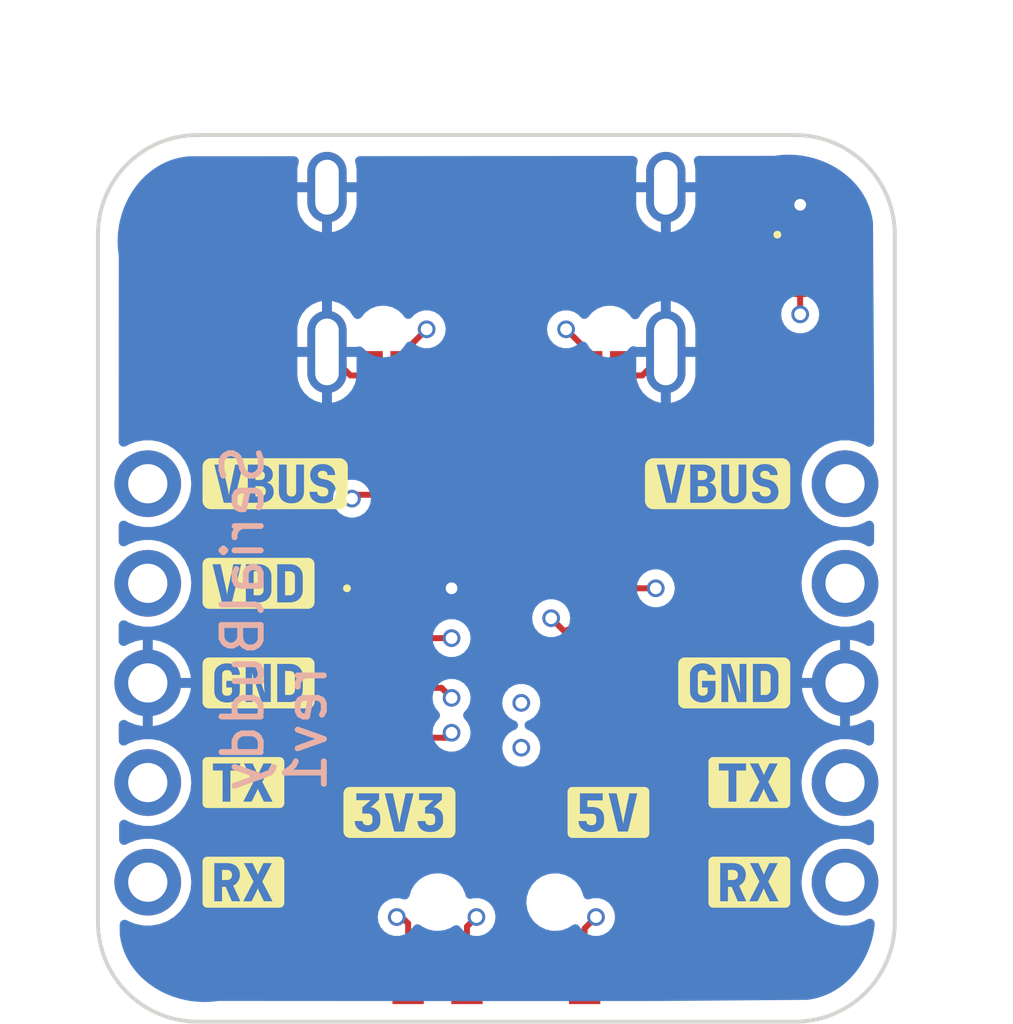
<source format=kicad_pcb>
(kicad_pcb (version 20221018) (generator pcbnew)
  (layers (0 "F.Cu" signal) (1 "In1.Cu" signal) (2 "In2.Cu" signal) (31 "B.Cu" signal) (34 "B.Paste" user) (35 "F.Paste" user) (36 "B.SilkS" user "B.Silkscreen") (37 "F.SilkS" user "F.Silkscreen") (38 "B.Mask" user) (39 "F.Mask" user) (44 "Edge.Cuts" user))
  (net 0 "")
  (net 1 "D+")
  (net 2 "GND")
  (net 3 "D-")
  (net 4 "VBUS")
  (net 5 "V33")
  (net 6 "Net-(D1-A)")
  (net 8 "Net-(J1-D+-PadA6)")
  (net 9 "Net-(J1-D--PadA7)")
  (net 13 "RX")
  (net 14 "TX")
  (net 15 "VDD")
  (footprint "footprints:MSS12C02" (layer "F.Cu") (at 135.89 93.218 180)
    (fp_text reference "SW1" hide)
    (fp_text value "SW_SPDT")
  )
  (footprint "Capacitor_SMD:C_0402_1005Metric" (layer "F.Cu") (at 133.604 81.788 180)
    (fp_text reference "C3" hide)
    (fp_text value "10uF")
  )
  (footprint "footprints:Conn_1x05" (layer "F.Cu") (at 127 82.55)
    (fp_text reference "J2" hide)
    (fp_text value "Conn_Left")
  )
  (footprint "Capacitor_SMD:C_0402_1005Metric" (layer "F.Cu") (at 134.112 83.312 -90)
    (fp_text reference "C1" hide)
    (fp_text value "47pF")
  )
  (footprint "Capacitor_SMD:C_0402_1005Metric" (layer "F.Cu") (at 137.668 83.312 -90)
    (fp_text reference "C2" hide)
    (fp_text value "47pF")
  )
  (footprint "Capacitor_SMD:C_0402_1005Metric" (layer "F.Cu") (at 138.684 83.312 90)
    (fp_text reference "C5" hide)
    (fp_text value "1uF")
  )
  (footprint "Resistor_SMD:R_0402_1005Metric" (layer "F.Cu") (at 135.128 82.296 -90)
    (fp_text reference "R2" hide)
    (fp_text value "33")
  )
  (footprint "Resistor_SMD:R_0402_1005Metric" (layer "F.Cu") (at 144.145 77.47)
    (fp_text reference "R3" hide)
    (fp_text value "330")
  )
  (footprint "Connector_USB:USB_C_Receptacle_G-Switch_GT-USB-7010ASV" (layer "F.Cu") (at 135.89 76.2 180)
    (fp_text reference "J1" hide)
    (fp_text value "USB_C_Receptacle")
  )
  (footprint "Capacitor_SMD:C_0402_1005Metric" (layer "F.Cu") (at 133.096 83.312 -90)
    (fp_text reference "C6" hide)
    (fp_text value "0.1uF")
  )
  (footprint "Capacitor_SMD:C_0402_1005Metric" (layer "F.Cu") (at 138.176 81.788)
    (fp_text reference "C4" hide)
    (fp_text value "0.1uF")
  )
  (footprint "Package_SO:SO-8_3.9x4.9mm_P1.27mm" (layer "F.Cu") (at 135.89 87.122)
    (fp_text reference "U1" hide)
    (fp_text value "~")
  )
  (footprint "LED_SMD:LED_0402_1005Metric" (layer "F.Cu") (at 144.145 76.2)
    (fp_text reference "D1" hide)
    (fp_text value "LED")
  )
  (footprint "footprints:Conn_1x05" (layer "F.Cu") (at 144.78 82.55)
    (fp_text reference "J4" hide)
    (fp_text value "Conn_Right")
  )
  (footprint "Resistor_SMD:R_0402_1005Metric" (layer "F.Cu") (at 136.652 82.296 -90)
    (fp_text reference "R1" hide)
    (fp_text value "33")
  )
  (gr_poly (pts (xy 143.266841 92.06007) (xy 143.273072 92.060542) (xy 143.279212 92.061319) (xy 143.285251 92.062393) (xy 143.291184 92.063757) (xy 143.297001 92.065404) (xy 143.302696 92.067325) (xy 143.308261 92.069514) (xy 143.313688 92.071962) (xy 143.31897 92.074662) (xy 143.324099 92.077606) (xy 143.329068 92.080787) (xy 143.333868 92.084197) (xy 143.338493 92.087829) (xy 143.342934 92.091674) (xy 143.347184 92.095725) (xy 143.351236 92.099975) (xy 143.355081 92.104416) (xy 143.358713 92.109041) (xy 143.362123 92.113841) (xy 143.365304 92.11881) (xy 143.368248 92.123939) (xy 143.370948 92.129221) (xy 143.373396 92.134648) (xy 143.375585 92.140213) (xy 143.377506 92.145908) (xy 143.379153 92.151726) (xy 143.380518 92.157659) (xy 143.381592 92.163698) (xy 143.382369 92.169838) (xy 143.382841 92.17607) (xy 143.383 92.182386) (xy 143.383 93.237615) (xy 143.382841 93.243931) (xy 143.382369 93.250162) (xy 143.381592 93.256302) (xy 143.380518 93.262342) (xy 143.379153 93.268274) (xy 143.377506 93.274092) (xy 143.375585 93.279787) (xy 143.373396 93.285352) (xy 143.370948 93.29078) (xy 143.368248 93.296062) (xy 143.365304 93.301191) (xy 143.362123 93.306159) (xy 143.358713 93.310959) (xy 143.355081 93.315584) (xy 143.351236 93.320025) (xy 143.347184 93.324275) (xy 143.342934 93.328327) (xy 143.338493 93.332172) (xy 143.333868 93.335803) (xy 143.329068 93.339213) (xy 143.324099 93.342394) (xy 143.31897 93.345338) (xy 143.313688 93.348038) (xy 143.308261 93.350486) (xy 143.302696 93.352675) (xy 143.297001 93.354596) (xy 143.291184 93.356243) (xy 143.285251 93.357607) (xy 143.279212 93.358682) (xy 143.273072 93.359459) (xy 143.266841 93.35993) (xy 143.260525 93.360089) (xy 141.420327 93.360089) (xy 141.414011 93.35993) (xy 141.40778 93.359459) (xy 141.401641 93.358682) (xy 141.395601 93.357607) (xy 141.389669 93.356243) (xy 141.383851 93.354596) (xy 141.378156 93.352675) (xy 141.372591 93.350486) (xy 141.367164 93.348038) (xy 141.361883 93.345338) (xy 141.356754 93.342394) (xy 141.351785 93.339213) (xy 141.346985 93.335803) (xy 141.342361 93.332172) (xy 141.33792 93.328327) (xy 141.33367 93.324275) (xy 141.329618 93.320025) (xy 141.325773 93.315584) (xy 141.322142 93.310959) (xy 141.318732 93.306159) (xy 141.315551 93.301191) (xy 141.312607 93.296062) (xy 141.309907 93.29078) (xy 141.307459 93.285352) (xy 141.30527 93.279787) (xy 141.303349 93.274092) (xy 141.301702 93.268274) (xy 141.300338 93.262342) (xy 141.299264 93.256302) (xy 141.298487 93.250162) (xy 141.298015 93.243931) (xy 141.297856 93.237615) (xy 141.297856 92.223211) (xy 141.597577 92.223211) (xy 141.597577 93.19679) (xy 141.794984 93.19679) (xy 141.794984 92.828344) (xy 141.888516 92.828344) (xy 142.045613 93.19679) (xy 142.263173 93.19679) (xy 142.336552 93.19679) (xy 142.551007 93.19679) (xy 142.668313 92.956494) (xy 142.671909 92.949219) (xy 142.675359 92.942061) (xy 142.678655 92.935023) (xy 142.681791 92.928107) (xy 142.684761 92.921317) (xy 142.687556 92.914654) (xy 142.690172 92.908122) (xy 142.692601 92.901723) (xy 142.694833 92.895595) (xy 142.696869 92.889871) (xy 142.700394 92.879599) (xy 142.703252 92.870827) (xy 142.705521 92.863477) (xy 142.708524 92.870827) (xy 142.712199 92.879599) (xy 142.721543 92.901723) (xy 142.727087 92.914654) (xy 142.733019 92.928107) (xy 142.745831 92.956494) (xy 142.863133 93.19679) (xy 143.083275 93.19679) (xy 142.821793 92.693982) (xy 143.065705 92.223211) (xy 142.85125 92.223211) (xy 142.746861 92.436635) (xy 142.740434 92.450951) (xy 142.734493 92.46458) (xy 142.729053 92.477542) (xy 142.724125 92.489858) (xy 142.721901 92.495647) (xy 142.719893 92.501017) (xy 142.718099 92.505968) (xy 142.716516 92.510502) (xy 142.71514 92.514619) (xy 142.713971 92.51832) (xy 142.713005 92.521607) (xy 142.712239 92.52448) (xy 142.711443 92.521607) (xy 142.71039 92.51832) (xy 142.709081 92.514619) (xy 142.707521 92.510502) (xy 142.705711 92.505968) (xy 142.703653 92.501017) (xy 142.701349 92.495647) (xy 142.698803 92.489858) (xy 142.696397 92.48378) (xy 142.69384 92.477542) (xy 142.691126 92.471143) (xy 142.688252 92.46458) (xy 142.685211 92.45785) (xy 142.681998 92.450951) (xy 142.678607 92.44388) (xy 142.675034 92.436635) (xy 142.573746 92.223211) (xy 142.353604 92.223211) (xy 142.597516 92.693982) (xy 142.336552 93.19679) (xy 142.263173 93.19679) (xy 142.079205 92.796819) (xy 142.088908 92.79249) (xy 142.098351 92.787839) (xy 142.107534 92.782864) (xy 142.116457 92.777567) (xy 142.12512 92.771947) (xy 142.133523 92.766004) (xy 142.141665 92.759737) (xy 142.149548 92.753148) (xy 142.15717 92.746236) (xy 142.164531 92.739001) (xy 142.171632 92.731443) (xy 142.178472 92.723562) (xy 142.185052 92.715359) (xy 142.19137 92.706832) (xy 142.197428 92.697982) (xy 142.203225 92.68881) (xy 142.208874 92.679397) (xy 142.214156 92.669824) (xy 142.21907 92.660093) (xy 142.223618 92.650202) (xy 142.227799 92.640154) (xy 142.231614 92.629947) (xy 142.235064 92.619584) (xy 142.238148 92.609063) (xy 142.240868 92.598387) (xy 142.243224 92.587554) (xy 142.245216 92.576566) (xy 142.246845 92.565424) (xy 142.248111 92.554127) (xy 142.249015 92.542676) (xy 142.249557 92.531072) (xy 142.249737 92.519315) (xy 142.249568 92.508072) (xy 142.249061 92.49701) (xy 142.248216 92.486132) (xy 142.247035 92.475437) (xy 142.245518 92.464926) (xy 142.243665 92.4546) (xy 142.241478 92.444461) (xy 142.238957 92.434508) (xy 142.236103 92.424742) (xy 142.232915 92.415165) (xy 142.229396 92.405776) (xy 142.225546 92.396578) (xy 142.221365 92.38757) (xy 142.216854 92.378754) (xy 142.212014 92.37013) (xy 142.206845 92.361699) (xy 142.201543 92.35349) (xy 142.195971 92.345528) (xy 142.190128 92.337811) (xy 142.184015 92.330339) (xy 142.177632 92.32311) (xy 142.170978 92.316124) (xy 142.164053 92.30938) (xy 142.156858 92.302876) (xy 142.149392 92.296611) (xy 142.141655 92.290585) (xy 142.133647 92.284797) (xy 142.125368 92.279245) (xy 142.116818 92.273928) (xy 142.107996 92.268846) (xy 142.098903 92.263998) (xy 142.089539 92.259382) (xy 142.079932 92.25502) (xy 142.070109 92.250936) (xy 142.06007 92.247131) (xy 142.049815 92.243604) (xy 142.039343 92.240357) (xy 142.028654 92.237389) (xy 142.017747 92.234702) (xy 142.006622 92.232295) (xy 141.995278 92.23017) (xy 141.983715 92.228327) (xy 141.971932 92.226765) (xy 141.959928 92.225487) (xy 141.947704 92.224492) (xy 141.935259 92.22378) (xy 141.922592 92.223353) (xy 141.909703 92.223211) (xy 141.597577 92.223211) (xy 141.297856 92.223211) (xy 141.297856 92.182386) (xy 141.298015 92.17607) (xy 141.298487 92.169838) (xy 141.299264 92.163698) (xy 141.300338 92.157659) (xy 141.301702 92.151726) (xy 141.303349 92.145908) (xy 141.30527 92.140213) (xy 141.307459 92.134648) (xy 141.309907 92.129221) (xy 141.312607 92.123939) (xy 141.315551 92.11881) (xy 141.318732 92.113841) (xy 141.322142 92.109041) (xy 141.325773 92.104416) (xy 141.329618 92.099975) (xy 141.33367 92.095725) (xy 141.33792 92.091674) (xy 141.342361 92.087829) (xy 141.346985 92.084197) (xy 141.351785 92.080787) (xy 141.356754 92.077606) (xy 141.361883 92.074662) (xy 141.367164 92.071962) (xy 141.372591 92.069514) (xy 141.378156 92.067325) (xy 141.383851 92.065404) (xy 141.389669 92.063757) (xy 141.395601 92.062393) (xy 141.401641 92.061319) (xy 141.40778 92.060542) (xy 141.414011 92.06007) (xy 141.420327 92.059911) (xy 143.260525 92.059911)) (fill solid) (layer "F.SilkS"))
  (gr_poly (pts (xy 130.365985 89.52007) (xy 130.372216 89.520542) (xy 130.378356 89.521319) (xy 130.384395 89.522393) (xy 130.390328 89.523757) (xy 130.396145 89.525404) (xy 130.40184 89.527325) (xy 130.407405 89.529514) (xy 130.412832 89.531962) (xy 130.418114 89.534662) (xy 130.423243 89.537606) (xy 130.428212 89.540787) (xy 130.433012 89.544197) (xy 130.437637 89.547829) (xy 130.442078 89.551674) (xy 130.446328 89.555725) (xy 130.45038 89.559975) (xy 130.454225 89.564416) (xy 130.457857 89.569041) (xy 130.461267 89.573841) (xy 130.464448 89.57881) (xy 130.467392 89.583939) (xy 130.470092 89.589221) (xy 130.47254 89.594648) (xy 130.474729 89.600213) (xy 130.47665 89.605908) (xy 130.478297 89.611726) (xy 130.479662 89.617659) (xy 130.480736 89.623698) (xy 130.481513 89.629838) (xy 130.481985 89.63607) (xy 130.482144 89.642386) (xy 130.482144 90.697615) (xy 130.481985 90.703931) (xy 130.481513 90.710162) (xy 130.480736 90.716302) (xy 130.479662 90.722342) (xy 130.478297 90.728274) (xy 130.47665 90.734092) (xy 130.474729 90.739787) (xy 130.47254 90.745352) (xy 130.470092 90.75078) (xy 130.467392 90.756062) (xy 130.464448 90.761191) (xy 130.461267 90.766159) (xy 130.457857 90.770959) (xy 130.454225 90.775584) (xy 130.45038 90.780025) (xy 130.446328 90.784275) (xy 130.442078 90.788327) (xy 130.437637 90.792172) (xy 130.433012 90.795803) (xy 130.428212 90.799213) (xy 130.423243 90.802394) (xy 130.418114 90.805338) (xy 130.412832 90.808038) (xy 130.407405 90.810486) (xy 130.40184 90.812675) (xy 130.396145 90.814596) (xy 130.390328 90.816243) (xy 130.384395 90.817607) (xy 130.378356 90.818682) (xy 130.372216 90.819459) (xy 130.365985 90.81993) (xy 130.359669 90.820089) (xy 128.519471 90.820089) (xy 128.513155 90.81993) (xy 128.506924 90.819459) (xy 128.500785 90.818682) (xy 128.494745 90.817607) (xy 128.488813 90.816243) (xy 128.482995 90.814596) (xy 128.4773 90.812675) (xy 128.471735 90.810486) (xy 128.466308 90.808038) (xy 128.461027 90.805338) (xy 128.455898 90.802394) (xy 128.450929 90.799213) (xy 128.446129 90.795803) (xy 128.441505 90.792172) (xy 128.437064 90.788327) (xy 128.432814 90.784275) (xy 128.428762 90.780025) (xy 128.424917 90.775584) (xy 128.421286 90.770959) (xy 128.417876 90.766159) (xy 128.414695 90.761191) (xy 128.411751 90.756062) (xy 128.409051 90.75078) (xy 128.406603 90.745352) (xy 128.404414 90.739787) (xy 128.402493 90.734092) (xy 128.400846 90.728274) (xy 128.399482 90.722342) (xy 128.398408 90.716302) (xy 128.397631 90.710162) (xy 128.397159 90.703931) (xy 128.397 90.697615) (xy 128.397 89.683211) (xy 128.662099 89.683211) (xy 128.662099 89.863043) (xy 128.908597 89.863043) (xy 128.908597 90.65679) (xy 129.108582 90.65679) (xy 129.435696 90.65679) (xy 129.650151 90.65679) (xy 129.767457 90.416494) (xy 129.771053 90.409219) (xy 129.774503 90.402061) (xy 129.777799 90.395023) (xy 129.780935 90.388107) (xy 129.783905 90.381317) (xy 129.7867 90.374654) (xy 129.789316 90.368122) (xy 129.791745 90.361723) (xy 129.793977 90.355595) (xy 129.796013 90.349871) (xy 129.799538 90.339599) (xy 129.802396 90.330827) (xy 129.804665 90.323477) (xy 129.807668 90.330827) (xy 129.811343 90.339599) (xy 129.820687 90.361723) (xy 129.826231 90.374654) (xy 129.832163 90.388107) (xy 129.844975 90.416494) (xy 129.962277 90.65679) (xy 130.182419 90.65679) (xy 129.920937 90.153982) (xy 130.164849 89.683211) (xy 129.950394 89.683211) (xy 129.846005 89.896635) (xy 129.839578 89.910951) (xy 129.833637 89.92458) (xy 129.828197 89.937542) (xy 129.823269 89.949858) (xy 129.821045 89.955647) (xy 129.819037 89.961017) (xy 129.817243 89.965968) (xy 129.81566 89.970502) (xy 129.814284 89.974619) (xy 129.813115 89.97832) (xy 129.812149 89.981607) (xy 129.811383 89.98448) (xy 129.810587 89.981607) (xy 129.809534 89.97832) (xy 129.808225 89.974619) (xy 129.806665 89.970502) (xy 129.804855 89.965968) (xy 129.802797 89.961017) (xy 129.800493 89.955647) (xy 129.797947 89.949858) (xy 129.795541 89.94378) (xy 129.792984 89.937542) (xy 129.79027 89.931143) (xy 129.787396 89.92458) (xy 129.784355 89.91785) (xy 129.781142 89.910951) (xy 129.777751 89.90388) (xy 129.774178 89.896635) (xy 129.67289 89.683211) (xy 129.452748 89.683211) (xy 129.69666 90.153982) (xy 129.435696 90.65679) (xy 129.108582 90.65679) (xy 129.108582 89.863043) (xy 129.355599 89.863043) (xy 129.355599 89.683211) (xy 128.662099 89.683211) (xy 128.397 89.683211) (xy 128.397 89.642386) (xy 128.397159 89.63607) (xy 128.397631 89.629838) (xy 128.398408 89.623698) (xy 128.399482 89.617659) (xy 128.400846 89.611726) (xy 128.402493 89.605908) (xy 128.404414 89.600213) (xy 128.406603 89.594648) (xy 128.409051 89.589221) (xy 128.411751 89.583939) (xy 128.414695 89.57881) (xy 128.417876 89.573841) (xy 128.421286 89.569041) (xy 128.424917 89.564416) (xy 128.428762 89.559975) (xy 128.432814 89.555725) (xy 128.437064 89.551674) (xy 128.441505 89.547829) (xy 128.446129 89.544197) (xy 128.450929 89.540787) (xy 128.455898 89.537606) (xy 128.461027 89.534662) (xy 128.466308 89.531962) (xy 128.471735 89.529514) (xy 128.4773 89.527325) (xy 128.482995 89.525404) (xy 128.488813 89.523757) (xy 128.494745 89.522393) (xy 128.500785 89.521319) (xy 128.506924 89.520542) (xy 128.513155 89.52007) (xy 128.519471 89.519911) (xy 130.359669 89.519911)) (fill solid) (layer "F.SilkS"))
  (gr_poly (pts (xy 143.223702 86.980128) (xy 143.23224 86.980771) (xy 143.240652 86.981831) (xy 143.248928 86.983297) (xy 143.257059 86.985158) (xy 143.265033 86.987405) (xy 143.272839 86.990027) (xy 143.280468 86.993014) (xy 143.287909 86.996355) (xy 143.295152 87.00004) (xy 143.302185 87.00406) (xy 143.308999 87.008402) (xy 143.315583 87.013059) (xy 143.321926 87.018018) (xy 143.328018 87.02327) (xy 143.333848 87.028804) (xy 143.339407 87.03461) (xy 143.344683 87.040678) (xy 143.349665 87.046998) (xy 143.354345 87.053558) (xy 143.35871 87.06035) (xy 143.362751 87.067362) (xy 143.366456 87.074584) (xy 143.369817 87.082007) (xy 143.372821 87.089618) (xy 143.375458 87.09741) (xy 143.377719 87.10537) (xy 143.379592 87.113489) (xy 143.381068 87.121756) (xy 143.382134 87.130162) (xy 143.382782 87.138695) (xy 143.383 87.147346) (xy 143.383 88.112144) (xy 143.382782 88.120795) (xy 143.382134 88.129332) (xy 143.381068 88.137744) (xy 143.379592 88.14602) (xy 143.377719 88.15415) (xy 143.375458 88.162124) (xy 143.372821 88.16993) (xy 143.369817 88.177559) (xy 143.366456 88.185) (xy 143.362751 88.192242) (xy 143.35871 88.199276) (xy 143.354345 88.206089) (xy 143.349665 88.212673) (xy 143.344683 88.219016) (xy 143.339407 88.225108) (xy 143.333848 88.230938) (xy 143.328018 88.236496) (xy 143.321926 88.241772) (xy 143.315583 88.246755) (xy 143.308999 88.251434) (xy 143.302185 88.255799) (xy 143.295152 88.25984) (xy 143.287909 88.263546) (xy 143.280468 88.266906) (xy 143.272839 88.26991) (xy 143.265033 88.272548) (xy 143.257059 88.274808) (xy 143.248928 88.276682) (xy 143.240652 88.278157) (xy 143.23224 88.279223) (xy 143.223702 88.279871) (xy 143.21505 88.280089) (xy 140.694276 88.280089) (xy 140.685625 88.279871) (xy 140.677092 88.279223) (xy 140.668687 88.278157) (xy 140.66042 88.276682) (xy 140.652302 88.274808) (xy 140.644342 88.272548) (xy 140.636551 88.26991) (xy 140.628939 88.266906) (xy 140.621517 88.263546) (xy 140.614295 88.25984) (xy 140.607283 88.255799) (xy 140.600492 88.251434) (xy 140.593931 88.246755) (xy 140.587612 88.241772) (xy 140.581544 88.236496) (xy 140.575737 88.230938) (xy 140.570203 88.225108) (xy 140.564952 88.219016) (xy 140.559992 88.212673) (xy 140.555336 88.206089) (xy 140.550993 88.199276) (xy 140.546974 88.192242) (xy 140.543289 88.185) (xy 140.539947 88.177559) (xy 140.536961 88.16993) (xy 140.534339 88.162124) (xy 140.532092 88.15415) (xy 140.530231 88.14602) (xy 140.528765 88.137744) (xy 140.527705 88.129332) (xy 140.527062 88.120795) (xy 140.526845 88.112144) (xy 140.526845 87.836707) (xy 140.827085 87.836707) (xy 140.827238 87.847621) (xy 140.8277 87.858366) (xy 140.828471 87.868941) (xy 140.829552 87.879348) (xy 140.830942 87.889586) (xy 140.832643 87.899657) (xy 140.834655 87.90956) (xy 140.836979 87.919295) (xy 140.839616 87.928865) (xy 140.842566 87.938267) (xy 140.84583 87.947504) (xy 140.849407 87.956576) (xy 140.8533 87.965483) (xy 140.857509 87.974225) (xy 140.862034 87.982803) (xy 140.866876 87.991218) (xy 140.872168 87.999277) (xy 140.877711 88.007121) (xy 140.883505 88.014749) (xy 140.88955 88.022161) (xy 140.895846 88.029357) (xy 140.902393 88.036335) (xy 140.909189 88.043095) (xy 140.916236 88.049637) (xy 140.923533 88.05596) (xy 140.93108 88.062064) (xy 140.938877 88.067948) (xy 140.946923 88.073612) (xy 140.955218 88.079055) (xy 140.963763 88.084277) (xy 140.972556 88.089277) (xy 140.981599 88.094054) (xy 140.990857 88.09841) (xy 141.0003 88.102478) (xy 141.009929 88.106258) (xy 141.019743 88.109752) (xy 141.029743 88.112961) (xy 141.039929 88.115885) (xy 141.050302 88.118526) (xy 141.060863 88.120885) (xy 141.07161 88.122962) (xy 141.082546 88.12476) (xy 141.093671 88.126278) (xy 141.104984 88.127517) (xy 141.116486 88.12848) (xy 141.128178 88.129166) (xy 141.140059 88.129577) (xy 141.152131 88.129714) (xy 141.164359 88.129577) (xy 141.176375 88.129166) (xy 141.188181 88.12848) (xy 141.199776 88.127517) (xy 141.211162 88.126278) (xy 141.222338 88.12476) (xy 141.233305 88.122962) (xy 141.244063 88.120885) (xy 141.254613 88.118526) (xy 141.264955 88.115885) (xy 141.27509 88.112961) (xy 141.285017 88.109752) (xy 141.294738 88.106258) (xy 141.304252 88.102478) (xy 141.313561 88.09841) (xy 141.322663 88.094054) (xy 141.331703 88.089277) (xy 141.34049 88.084277) (xy 141.349023 88.079055) (xy 141.3573 88.073612) (xy 141.365322 88.067948) (xy 141.373086 88.062064) (xy 141.380592 88.05596) (xy 141.387839 88.049637) (xy 141.394825 88.043095) (xy 141.40155 88.036335) (xy 141.408012 88.029357) (xy 141.414211 88.022161) (xy 141.420145 88.014749) (xy 141.425813 88.007121) (xy 141.431215 87.999277) (xy 141.436349 87.991218) (xy 141.441354 87.982803) (xy 141.446037 87.974225) (xy 141.450397 87.965483) (xy 141.454434 87.956576) (xy 141.458148 87.947504) (xy 141.461539 87.938267) (xy 141.464607 87.928865) (xy 141.467353 87.919295) (xy 141.469775 87.90956) (xy 141.471875 87.899657) (xy 141.473651 87.889586) (xy 141.475105 87.879348) (xy 141.476235 87.868941) (xy 141.477043 87.858366) (xy 141.477527 87.847621) (xy 141.477689 87.836707) (xy 141.477689 87.576774) (xy 141.133527 87.576774) (xy 141.133527 87.745757) (xy 141.277703 87.745757) (xy 141.277703 87.836707) (xy 141.27757 87.843776) (xy 141.277171 87.850648) (xy 141.276508 87.857323) (xy 141.27558 87.863802) (xy 141.274389 87.870083) (xy 141.272935 87.876167) (xy 141.271219 87.882053) (xy 141.269242 87.887742) (xy 141.267004 87.893233) (xy 141.264507 87.898525) (xy 141.261751 87.90362) (xy 141.258737 87.908515) (xy 141.255466 87.913212) (xy 141.251938 87.91771) (xy 141.248154 87.922009) (xy 141.244115 87.926108) (xy 141.240005 87.929819) (xy 141.235677 87.933287) (xy 141.231131 87.936512) (xy 141.226366 87.939495) (xy 141.221383 87.942236) (xy 141.216181 87.944737) (xy 141.21076 87.946997) (xy 141.205121 87.949017) (xy 141.199263 87.950797) (xy 141.193187 87.952338) (xy 141.186891 87.953641) (xy 141.180377 87.954706) (xy 141.173644 87.955534) (xy 141.166692 87.956124) (xy 141.159521 87.956478) (xy 141.152131 87.956596) (xy 141.144733 87.956478) (xy 141.137539 87.956124) (xy 141.13055 87.955534) (xy 141.123766 87.954706) (xy 141.117188 87.953641) (xy 141.110817 87.952338) (xy 141.104653 87.950797) (xy 141.098697 87.949017) (xy 141.092949 87.946997) (xy 141.08741 87.944737) (xy 141.08208 87.942236) (xy 141.076961 87.939495) (xy 141.072052 87.936512) (xy 141.067354 87.933287) (xy 141.062868 87.929819) (xy 141.058595 87.926108) (xy 141.054725 87.922009) (xy 141.051116 87.91771) (xy 141.047764 87.913212) (xy 141.04467 87.908515) (xy 141.041831 87.90362) (xy 141.039247 87.898525) (xy 141.036915 87.893233) (xy 141.034835 87.887742) (xy 141.033004 87.882053) (xy 141.031423 87.876167) (xy 141.030088 87.870083) (xy 141.028999 87.863802) (xy 141.028155 87.857323) (xy 141.027553 87.850648) (xy 141.027193 87.843776) (xy 141.027074 87.836707) (xy 141.027074 87.423293) (xy 141.027193 87.416069) (xy 141.027553 87.409062) (xy 141.028155 87.402273) (xy 141.028999 87.395701) (xy 141.030088 87.389347) (xy 141.031423 87.383211) (xy 141.033004 87.377294) (xy 141.034835 87.371595) (xy 141.036915 87.366114) (xy 141.039247 87.360853) (xy 141.041831 87.35581) (xy 141.04467 87.350987) (xy 141.047764 87.346384) (xy 141.051116 87.342) (xy 141.054725 87.337836) (xy 141.058595 87.333892) (xy 141.062868 87.330181) (xy 141.067354 87.326714) (xy 141.072052 87.323489) (xy 141.076961 87.320506) (xy 141.08208 87.317764) (xy 141.08741 87.315264) (xy 141.092949 87.313004) (xy 141.098697 87.310984) (xy 141.104653 87.309203) (xy 141.110817 87.307662) (xy 141.117188 87.306359) (xy 141.123766 87.305294) (xy 141.13055 87.304467) (xy 141.137539 87.303877) (xy 141.144733 87.303523) (xy 141.152131 87.303405) (xy 141.159521 87.303523) (xy 141.166692 87.303877) (xy 141.173644 87.304467) (xy 141.180377 87.305294) (xy 141.186891 87.306359) (xy 141.193187 87.307662) (xy 141.199263 87.309203) (xy 141.205121 87.310984) (xy 141.21076 87.313004) (xy 141.216181 87.315264) (xy 141.221383 87.317764) (xy 141.226366 87.320506) (xy 141.231131 87.323489) (xy 141.235677 87.326714) (xy 141.240005 87.330181) (xy 141.244115 87.333892) (xy 141.248154 87.337836) (xy 141.251938 87.342) (xy 141.255466 87.346384) (xy 141.258737 87.350987) (xy 141.261751 87.35581) (xy 141.264507 87.360853) (xy 141.267004 87.366114) (xy 141.269242 87.371595) (xy 141.271219 87.377294) (xy 141.272935 87.383211) (xy 141.274389 87.389347) (xy 141.27558 87.395701) (xy 141.276508 87.402273) (xy 141.277171 87.409062) (xy 141.27757 87.416069) (xy 141.277703 87.423293) (xy 141.477689 87.423293) (xy 141.477527 87.412222) (xy 141.477043 87.401342) (xy 141.476235 87.390652) (xy 141.475105 87.380151) (xy 141.473651 87.36984) (xy 141.471875 87.359718) (xy 141.469775 87.349784) (xy 141.467353 87.340038) (xy 141.464607 87.33048) (xy 141.461539 87.321109) (xy 141.458148 87.311924) (xy 141.454434 87.302925) (xy 141.450397 87.294112) (xy 141.446037 87.285485) (xy 141.441354 87.277042) (xy 141.436349 87.268783) (xy 141.431215 87.260731) (xy 141.425813 87.25291) (xy 141.420145 87.245318) (xy 141.414211 87.237957) (xy 141.408012 87.230825) (xy 141.40155 87.223922) (xy 141.394825 87.21725) (xy 141.387839 87.210806) (xy 141.380592 87.204592) (xy 141.373086 87.198606) (xy 141.365322 87.19285) (xy 141.3573 87.187322) (xy 141.349023 87.182023) (xy 141.34049 87.176952) (xy 141.331703 87.172109) (xy 141.322663 87.167495) (xy 141.313561 87.16297) (xy 141.304252 87.158729) (xy 141.294738 87.154772) (xy 141.285017 87.151102) (xy 141.27509 87.147719) (xy 141.264955 87.144623) (xy 141.259747 87.143211) (xy 141.627034 87.143211) (xy 141.627034 88.11679) (xy 141.802735 88.11679) (xy 141.802735 87.689948) (xy 141.802464 87.665813) (xy 141.801668 87.640052) (xy 141.800371 87.612625) (xy 141.7986 87.583495) (xy 141.795834 87.523731) (xy 141.794245 87.494082) (xy 141.792401 87.464637) (xy 141.790359 87.436312) (xy 141.788266 87.409993) (xy 141.786173 87.385675) (xy 141.784131 87.363349) (xy 142.03373 88.11679) (xy 142.266789 88.11679) (xy 142.266789 87.143211) (xy 142.430604 87.143211) (xy 142.430604 88.11679) (xy 142.746865 88.11679) (xy 142.75943 88.116638) (xy 142.771791 88.116182) (xy 142.783947 88.115422) (xy 142.795898 88.114359) (xy 142.807644 88.112993) (xy 142.819183 88.111324) (xy 142.830515 88.109353) (xy 142.841639 88.107079) (xy 142.852555 88.104502) (xy 142.863262 88.101625) (xy 142.87376 88.098445) (xy 142.884047 88.094964) (xy 142.894124 88.091182) (xy 142.903988 88.087099) (xy 142.913641 88.082716) (xy 142.923081 88.078033) (xy 142.932445 88.072914) (xy 142.941538 88.067557) (xy 142.95036 88.061962) (xy 142.95891 88.056129) (xy 142.967189 88.050057) (xy 142.975197 88.043746) (xy 142.982934 88.037196) (xy 142.9904 88.030406) (xy 142.997595 88.023377) (xy 143.00452 88.016108) (xy 143.011174 88.008599) (xy 143.017557 88.000849) (xy 143.02367 87.992859) (xy 143.029513 87.984629) (xy 143.035085 87.976157) (xy 143.040387 87.967445) (xy 143.04555 87.95852) (xy 143.050374 87.949412) (xy 143.054859 87.94012) (xy 143.059007 87.930647) (xy 143.062818 87.920992) (xy 143.066293 87.911157) (xy 143.069434 87.901143) (xy 143.07224 87.89095) (xy 143.074712 87.880581) (xy 143.076853 87.870035) (xy 143.078661 87.859314) (xy 143.080139 87.848419) (xy 143.081287 87.83735) (xy 143.082106 87.826109) (xy 143.082597 87.814697) (xy 143.082761 87.803115) (xy 143.082761 87.455337) (xy 143.082597 87.443599) (xy 143.082106 87.432052) (xy 143.081287 87.420697) (xy 143.080139 87.409535) (xy 143.078661 87.398567) (xy 143.076853 87.387794) (xy 143.074712 87.377217) (xy 143.07224 87.366837) (xy 143.069434 87.356654) (xy 143.066293 87.346671) (xy 143.062818 87.336887) (xy 143.059007 87.327304) (xy 143.054859 87.317923) (xy 143.050374 87.308744) (xy 143.04555 87.29977) (xy 143.040387 87.291) (xy 143.035085 87.282296) (xy 143.029513 87.273848) (xy 143.02367 87.265655) (xy 143.017557 87.257717) (xy 143.011174 87.250031) (xy 143.00452 87.242599) (xy 142.997595 87.235418) (xy 142.9904 87.228487) (xy 142.982934 87.221807) (xy 142.975197 87.215375) (xy 142.967189 87.209192) (xy 142.95891 87.203256) (xy 142.95036 87.197566) (xy 142.941538 87.192122) (xy 142.932445 87.186923) (xy 142.923081 87.181968) (xy 142.913641 87.177284) (xy 142.903988 87.172901) (xy 142.894124 87.168818) (xy 142.884047 87.165036) (xy 142.87376 87.161555) (xy 142.863262 87.158376) (xy 142.852555 87.155498) (xy 142.841639 87.152922) (xy 142.830515 87.150648) (xy 142.819183 87.148676) (xy 142.807644 87.147007) (xy 142.795898 87.145641) (xy 142.783947 87.144578) (xy 142.771791 87.143819) (xy 142.75943 87.143363) (xy 142.746865 87.143211) (xy 142.430604 87.143211) (xy 142.266789 87.143211) (xy 142.091092 87.143211) (xy 142.091092 87.543182) (xy 142.091246 87.567088) (xy 142.091717 87.593477) (xy 142.092521 87.622366) (xy 142.093675 87.65377) (xy 142.097991 87.718291) (xy 142.102975 87.783477) (xy 142.112279 87.896651) (xy 141.860097 87.143211) (xy 141.627034 87.143211) (xy 141.259747 87.143211) (xy 141.254613 87.141818) (xy 141.244063 87.139302) (xy 141.233305 87.137079) (xy 141.222338 87.135148) (xy 141.211162 87.133511) (xy 141.199776 87.132169) (xy 141.188181 87.131123) (xy 141.176375 87.130375) (xy 141.164359 87.129925) (xy 141.152131 87.129775) (xy 141.140059 87.129925) (xy 141.128178 87.130375) (xy 141.116486 87.131123) (xy 141.104984 87.132169) (xy 141.093671 87.133511) (xy 141.082546 87.135148) (xy 141.07161 87.137079) (xy 141.060863 87.139302) (xy 141.050302 87.141818) (xy 141.039929 87.144623) (xy 141.029743 87.147719) (xy 141.019743 87.151102) (xy 141.009929 87.154772) (xy 141.0003 87.158729) (xy 140.990857 87.16297) (xy 140.981599 87.167495) (xy 140.972556 87.172109) (xy 140.963763 87.176952) (xy 140.955218 87.182023) (xy 140.946923 87.187322) (xy 140.938877 87.19285) (xy 140.93108 87.198606) (xy 140.923533 87.204592) (xy 140.916236 87.210806) (xy 140.909189 87.21725) (xy 140.902393 87.223922) (xy 140.895846 87.230825) (xy 140.88955 87.237957) (xy 140.883505 87.245318) (xy 140.877711 87.25291) (xy 140.872168 87.260731) (xy 140.866876 87.268783) (xy 140.862034 87.277042) (xy 140.857509 87.285485) (xy 140.8533 87.294112) (xy 140.849407 87.302925) (xy 140.84583 87.311924) (xy 140.842566 87.321109) (xy 140.839616 87.33048) (xy 140.836979 87.340038) (xy 140.834655 87.349784) (xy 140.832643 87.359718) (xy 140.830942 87.36984) (xy 140.829552 87.380151) (xy 140.828471 87.390652) (xy 140.8277 87.401342) (xy 140.827238 87.412222) (xy 140.827085 87.423293) (xy 140.827085 87.836707) (xy 140.526845 87.836707) (xy 140.526845 87.147346) (xy 140.527062 87.138695) (xy 140.527705 87.130162) (xy 140.528765 87.121756) (xy 140.530231 87.113489) (xy 140.532092 87.10537) (xy 140.534339 87.09741) (xy 140.536961 87.089618) (xy 140.539947 87.082007) (xy 140.543289 87.074584) (xy 140.546974 87.067362) (xy 140.550993 87.06035) (xy 140.555336 87.053558) (xy 140.559992 87.046998) (xy 140.564952 87.040678) (xy 140.570203 87.03461) (xy 140.575737 87.028804) (xy 140.581544 87.02327) (xy 140.587612 87.018018) (xy 140.593931 87.013059) (xy 140.600492 87.008402) (xy 140.607283 87.00406) (xy 140.614295 87.00004) (xy 140.621517 86.996355) (xy 140.628939 86.993014) (xy 140.636551 86.990027) (xy 140.644342 86.987405) (xy 140.652302 86.985158) (xy 140.66042 86.983297) (xy 140.668687 86.981831) (xy 140.677092 86.980771) (xy 140.685625 86.980128) (xy 140.694276 86.979911) (xy 143.21505 86.979911)) (fill solid) (layer "F.SilkS"))
  (gr_poly (pts (xy 131.093857 86.980128) (xy 131.102395 86.980771) (xy 131.110807 86.981831) (xy 131.119083 86.983297) (xy 131.127214 86.985158) (xy 131.135188 86.987405) (xy 131.142994 86.990027) (xy 131.150623 86.993014) (xy 131.158064 86.996355) (xy 131.165307 87.00004) (xy 131.17234 87.00406) (xy 131.179154 87.008402) (xy 131.185738 87.013059) (xy 131.192081 87.018018) (xy 131.198173 87.02327) (xy 131.204003 87.028804) (xy 131.209562 87.03461) (xy 131.214838 87.040678) (xy 131.21982 87.046998) (xy 131.2245 87.053558) (xy 131.228865 87.06035) (xy 131.232906 87.067362) (xy 131.236611 87.074584) (xy 131.239972 87.082007) (xy 131.242976 87.089618) (xy 131.245613 87.09741) (xy 131.247874 87.10537) (xy 131.249747 87.113489) (xy 131.251223 87.121756) (xy 131.252289 87.130162) (xy 131.252937 87.138695) (xy 131.253155 87.147346) (xy 131.253155 88.112144) (xy 131.252937 88.120795) (xy 131.252289 88.129332) (xy 131.251223 88.137744) (xy 131.249747 88.14602) (xy 131.247874 88.15415) (xy 131.245613 88.162124) (xy 131.242976 88.16993) (xy 131.239972 88.177559) (xy 131.236611 88.185) (xy 131.232906 88.192242) (xy 131.228865 88.199276) (xy 131.2245 88.206089) (xy 131.21982 88.212673) (xy 131.214838 88.219016) (xy 131.209562 88.225108) (xy 131.204003 88.230938) (xy 131.198173 88.236496) (xy 131.192081 88.241772) (xy 131.185738 88.246755) (xy 131.179154 88.251434) (xy 131.17234 88.255799) (xy 131.165307 88.25984) (xy 131.158064 88.263546) (xy 131.150623 88.266906) (xy 131.142994 88.26991) (xy 131.135188 88.272548) (xy 131.127214 88.274808) (xy 131.119083 88.276682) (xy 131.110807 88.278157) (xy 131.102395 88.279223) (xy 131.093857 88.279871) (xy 131.085205 88.280089) (xy 128.564431 88.280089) (xy 128.55578 88.279871) (xy 128.547247 88.279223) (xy 128.538842 88.278157) (xy 128.530575 88.276682) (xy 128.522457 88.274808) (xy 128.514497 88.272548) (xy 128.506706 88.26991) (xy 128.499094 88.266906) (xy 128.491672 88.263546) (xy 128.48445 88.25984) (xy 128.477438 88.255799) (xy 128.470647 88.251434) (xy 128.464086 88.246755) (xy 128.457767 88.241772) (xy 128.451699 88.236496) (xy 128.445892 88.230938) (xy 128.440358 88.225108) (xy 128.435107 88.219016) (xy 128.430147 88.212673) (xy 128.425491 88.206089) (xy 128.421148 88.199276) (xy 128.417129 88.192242) (xy 128.413444 88.185) (xy 128.410102 88.177559) (xy 128.407116 88.16993) (xy 128.404494 88.162124) (xy 128.402247 88.15415) (xy 128.400386 88.14602) (xy 128.39892 88.137744) (xy 128.39786 88.129332) (xy 128.397217 88.120795) (xy 128.397 88.112144) (xy 128.397 87.836707) (xy 128.69724 87.836707) (xy 128.697393 87.847621) (xy 128.697855 87.858366) (xy 128.698626 87.868941) (xy 128.699707 87.879348) (xy 128.701097 87.889586) (xy 128.702798 87.899657) (xy 128.70481 87.90956) (xy 128.707134 87.919295) (xy 128.709771 87.928865) (xy 128.712721 87.938267) (xy 128.715985 87.947504) (xy 128.719562 87.956576) (xy 128.723455 87.965483) (xy 128.727664 87.974225) (xy 128.732189 87.982803) (xy 128.737031 87.991218) (xy 128.742323 87.999277) (xy 128.747866 88.007121) (xy 128.75366 88.014749) (xy 128.759705 88.022161) (xy 128.766001 88.029357) (xy 128.772548 88.036335) (xy 128.779344 88.043095) (xy 128.786391 88.049637) (xy 128.793688 88.05596) (xy 128.801235 88.062064) (xy 128.809032 88.067948) (xy 128.817078 88.073612) (xy 128.825373 88.079055) (xy 128.833918 88.084277) (xy 128.842711 88.089277) (xy 128.851754 88.094054) (xy 128.861012 88.09841) (xy 128.870455 88.102478) (xy 128.880084 88.106258) (xy 128.889898 88.109752) (xy 128.899898 88.112961) (xy 128.910084 88.115885) (xy 128.920457 88.118526) (xy 128.931018 88.120885) (xy 128.941765 88.122962) (xy 128.952701 88.12476) (xy 128.963826 88.126278) (xy 128.975139 88.127517) (xy 128.986641 88.12848) (xy 128.998333 88.129166) (xy 129.010214 88.129577) (xy 129.022286 88.129714) (xy 129.034514 88.129577) (xy 129.04653 88.129166) (xy 129.058336 88.12848) (xy 129.069931 88.127517) (xy 129.081317 88.126278) (xy 129.092493 88.12476) (xy 129.10346 88.122962) (xy 129.114218 88.120885) (xy 129.124768 88.118526) (xy 129.13511 88.115885) (xy 129.145245 88.112961) (xy 129.155172 88.109752) (xy 129.164893 88.106258) (xy 129.174407 88.102478) (xy 129.183716 88.09841) (xy 129.192818 88.094054) (xy 129.201858 88.089277) (xy 129.210645 88.084277) (xy 129.219178 88.079055) (xy 129.227455 88.073612) (xy 129.235477 88.067948) (xy 129.243241 88.062064) (xy 129.250747 88.05596) (xy 129.257994 88.049637) (xy 129.26498 88.043095) (xy 129.271705 88.036335) (xy 129.278167 88.029357) (xy 129.284366 88.022161) (xy 129.2903 88.014749) (xy 129.295968 88.007121) (xy 129.30137 87.999277) (xy 129.306504 87.991218) (xy 129.311509 87.982803) (xy 129.316192 87.974225) (xy 129.320552 87.965483) (xy 129.324589 87.956576) (xy 129.328303 87.947504) (xy 129.331694 87.938267) (xy 129.334762 87.928865) (xy 129.337508 87.919295) (xy 129.33993 87.90956) (xy 129.34203 87.899657) (xy 129.343806 87.889586) (xy 129.34526 87.879348) (xy 129.34639 87.868941) (xy 129.347198 87.858366) (xy 129.347682 87.847621) (xy 129.347844 87.836707) (xy 129.347844 87.576774) (xy 129.003682 87.576774) (xy 129.003682 87.745757) (xy 129.147858 87.745757) (xy 129.147858 87.836707) (xy 129.147725 87.843776) (xy 129.147326 87.850648) (xy 129.146663 87.857323) (xy 129.145735 87.863802) (xy 129.144544 87.870083) (xy 129.14309 87.876167) (xy 129.141374 87.882053) (xy 129.139397 87.887742) (xy 129.137159 87.893233) (xy 129.134662 87.898525) (xy 129.131906 87.90362) (xy 129.128892 87.908515) (xy 129.125621 87.913212) (xy 129.122093 87.91771) (xy 129.118309 87.922009) (xy 129.11427 87.926108) (xy 129.11016 87.929819) (xy 129.105832 87.933287) (xy 129.101286 87.936512) (xy 129.096521 87.939495) (xy 129.091538 87.942236) (xy 129.086336 87.944737) (xy 129.080915 87.946997) (xy 129.075276 87.949017) (xy 129.069418 87.950797) (xy 129.063342 87.952338) (xy 129.057046 87.953641) (xy 129.050532 87.954706) (xy 129.043799 87.955534) (xy 129.036847 87.956124) (xy 129.029676 87.956478) (xy 129.022286 87.956596) (xy 129.014888 87.956478) (xy 129.007694 87.956124) (xy 129.000705 87.955534) (xy 128.993921 87.954706) (xy 128.987343 87.953641) (xy 128.980972 87.952338) (xy 128.974808 87.950797) (xy 128.968852 87.949017) (xy 128.963104 87.946997) (xy 128.957565 87.944737) (xy 128.952235 87.942236) (xy 128.947116 87.939495) (xy 128.942207 87.936512) (xy 128.937509 87.933287) (xy 128.933023 87.929819) (xy 128.92875 87.926108) (xy 128.92488 87.922009) (xy 128.921271 87.91771) (xy 128.917919 87.913212) (xy 128.914825 87.908515) (xy 128.911986 87.90362) (xy 128.909402 87.898525) (xy 128.90707 87.893233) (xy 128.90499 87.887742) (xy 128.903159 87.882053) (xy 128.901578 87.876167) (xy 128.900243 87.870083) (xy 128.899154 87.863802) (xy 128.89831 87.857323) (xy 128.897708 87.850648) (xy 128.897348 87.843776) (xy 128.897229 87.836707) (xy 128.897229 87.423293) (xy 128.897348 87.416069) (xy 128.897708 87.409062) (xy 128.89831 87.402273) (xy 128.899154 87.395701) (xy 128.900243 87.389347) (xy 128.901578 87.383211) (xy 128.903159 87.377294) (xy 128.90499 87.371595) (xy 128.90707 87.366114) (xy 128.909402 87.360853) (xy 128.911986 87.35581) (xy 128.914825 87.350987) (xy 128.917919 87.346384) (xy 128.921271 87.342) (xy 128.92488 87.337836) (xy 128.92875 87.333892) (xy 128.933023 87.330181) (xy 128.937509 87.326714) (xy 128.942207 87.323489) (xy 128.947116 87.320506) (xy 128.952235 87.317764) (xy 128.957565 87.315264) (xy 128.963104 87.313004) (xy 128.968852 87.310984) (xy 128.974808 87.309203) (xy 128.980972 87.307662) (xy 128.987343 87.306359) (xy 128.993921 87.305294) (xy 129.000705 87.304467) (xy 129.007694 87.303877) (xy 129.014888 87.303523) (xy 129.022286 87.303405) (xy 129.029676 87.303523) (xy 129.036847 87.303877) (xy 129.043799 87.304467) (xy 129.050532 87.305294) (xy 129.057046 87.306359) (xy 129.063342 87.307662) (xy 129.069418 87.309203) (xy 129.075276 87.310984) (xy 129.080915 87.313004) (xy 129.086336 87.315264) (xy 129.091538 87.317764) (xy 129.096521 87.320506) (xy 129.101286 87.323489) (xy 129.105832 87.326714) (xy 129.11016 87.330181) (xy 129.11427 87.333892) (xy 129.118309 87.337836) (xy 129.122093 87.342) (xy 129.125621 87.346384) (xy 129.128892 87.350987) (xy 129.131906 87.35581) (xy 129.134662 87.360853) (xy 129.137159 87.366114) (xy 129.139397 87.371595) (xy 129.141374 87.377294) (xy 129.14309 87.383211) (xy 129.144544 87.389347) (xy 129.145735 87.395701) (xy 129.146663 87.402273) (xy 129.147326 87.409062) (xy 129.147725 87.416069) (xy 129.147858 87.423293) (xy 129.347844 87.423293) (xy 129.347682 87.412222) (xy 129.347198 87.401342) (xy 129.34639 87.390652) (xy 129.34526 87.380151) (xy 129.343806 87.36984) (xy 129.34203 87.359718) (xy 129.33993 87.349784) (xy 129.337508 87.340038) (xy 129.334762 87.33048) (xy 129.331694 87.321109) (xy 129.328303 87.311924) (xy 129.324589 87.302925) (xy 129.320552 87.294112) (xy 129.316192 87.285485) (xy 129.311509 87.277042) (xy 129.306504 87.268783) (xy 129.30137 87.260731) (xy 129.295968 87.25291) (xy 129.2903 87.245318) (xy 129.284366 87.237957) (xy 129.278167 87.230825) (xy 129.271705 87.223922) (xy 129.26498 87.21725) (xy 129.257994 87.210806) (xy 129.250747 87.204592) (xy 129.243241 87.198606) (xy 129.235477 87.19285) (xy 129.227455 87.187322) (xy 129.219178 87.182023) (xy 129.210645 87.176952) (xy 129.201858 87.172109) (xy 129.192818 87.167495) (xy 129.183716 87.16297) (xy 129.174407 87.158729) (xy 129.164893 87.154772) (xy 129.155172 87.151102) (xy 129.145245 87.147719) (xy 129.13511 87.144623) (xy 129.129902 87.143211) (xy 129.497189 87.143211) (xy 129.497189 88.11679) (xy 129.67289 88.11679) (xy 129.67289 87.689948) (xy 129.672619 87.665813) (xy 129.671823 87.640052) (xy 129.670526 87.612625) (xy 129.668755 87.583495) (xy 129.665989 87.523731) (xy 129.6644 87.494082) (xy 129.662556 87.464637) (xy 129.660514 87.436312) (xy 129.658421 87.409993) (xy 129.656328 87.385675) (xy 129.654286 87.363349) (xy 129.903885 88.11679) (xy 130.136944 88.11679) (xy 130.136944 87.143211) (xy 130.300759 87.143211) (xy 130.300759 88.11679) (xy 130.61702 88.11679) (xy 130.629585 88.116638) (xy 130.641946 88.116182) (xy 130.654102 88.115422) (xy 130.666053 88.114359) (xy 130.677799 88.112993) (xy 130.689338 88.111324) (xy 130.70067 88.109353) (xy 130.711794 88.107079) (xy 130.72271 88.104502) (xy 130.733417 88.101625) (xy 130.743915 88.098445) (xy 130.754202 88.094964) (xy 130.764279 88.091182) (xy 130.774143 88.087099) (xy 130.783796 88.082716) (xy 130.793236 88.078033) (xy 130.8026 88.072914) (xy 130.811693 88.067557) (xy 130.820515 88.061962) (xy 130.829065 88.056129) (xy 130.837344 88.050057) (xy 130.845352 88.043746) (xy 130.853089 88.037196) (xy 130.860555 88.030406) (xy 130.86775 88.023377) (xy 130.874675 88.016108) (xy 130.881329 88.008599) (xy 130.887712 88.000849) (xy 130.893825 87.992859) (xy 130.899668 87.984629) (xy 130.90524 87.976157) (xy 130.910542 87.967445) (xy 130.915705 87.95852) (xy 130.920529 87.949412) (xy 130.925014 87.94012) (xy 130.929162 87.930647) (xy 130.932973 87.920992) (xy 130.936448 87.911157) (xy 130.939589 87.901143) (xy 130.942395 87.89095) (xy 130.944867 87.880581) (xy 130.947008 87.870035) (xy 130.948816 87.859314) (xy 130.950294 87.848419) (xy 130.951442 87.83735) (xy 130.952261 87.826109) (xy 130.952752 87.814697) (xy 130.952916 87.803115) (xy 130.952916 87.455337) (xy 130.952752 87.443599) (xy 130.952261 87.432052) (xy 130.951442 87.420697) (xy 130.950294 87.409535) (xy 130.948816 87.398567) (xy 130.947008 87.387794) (xy 130.944867 87.377217) (xy 130.942395 87.366837) (xy 130.939589 87.356654) (xy 130.936448 87.346671) (xy 130.932973 87.336887) (xy 130.929162 87.327304) (xy 130.925014 87.317923) (xy 130.920529 87.308744) (xy 130.915705 87.29977) (xy 130.910542 87.291) (xy 130.90524 87.282296) (xy 130.899668 87.273848) (xy 130.893825 87.265655) (xy 130.887712 87.257717) (xy 130.881329 87.250031) (xy 130.874675 87.242599) (xy 130.86775 87.235418) (xy 130.860555 87.228487) (xy 130.853089 87.221807) (xy 130.845352 87.215375) (xy 130.837344 87.209192) (xy 130.829065 87.203256) (xy 130.820515 87.197566) (xy 130.811693 87.192122) (xy 130.8026 87.186923) (xy 130.793236 87.181968) (xy 130.783796 87.177284) (xy 130.774143 87.172901) (xy 130.764279 87.168818) (xy 130.754202 87.165036) (xy 130.743915 87.161555) (xy 130.733417 87.158376) (xy 130.72271 87.155498) (xy 130.711794 87.152922) (xy 130.70067 87.150648) (xy 130.689338 87.148676) (xy 130.677799 87.147007) (xy 130.666053 87.145641) (xy 130.654102 87.144578) (xy 130.641946 87.143819) (xy 130.629585 87.143363) (xy 130.61702 87.143211) (xy 130.300759 87.143211) (xy 130.136944 87.143211) (xy 129.961247 87.143211) (xy 129.961247 87.543182) (xy 129.961401 87.567088) (xy 129.961872 87.593477) (xy 129.962676 87.622366) (xy 129.96383 87.65377) (xy 129.968146 87.718291) (xy 129.97313 87.783477) (xy 129.982434 87.896651) (xy 129.730252 87.143211) (xy 129.497189 87.143211) (xy 129.129902 87.143211) (xy 129.124768 87.141818) (xy 129.114218 87.139302) (xy 129.10346 87.137079) (xy 129.092493 87.135148) (xy 129.081317 87.133511) (xy 129.069931 87.132169) (xy 129.058336 87.131123) (xy 129.04653 87.130375) (xy 129.034514 87.129925) (xy 129.022286 87.129775) (xy 129.010214 87.129925) (xy 128.998333 87.130375) (xy 128.986641 87.131123) (xy 128.975139 87.132169) (xy 128.963826 87.133511) (xy 128.952701 87.135148) (xy 128.941765 87.137079) (xy 128.931018 87.139302) (xy 128.920457 87.141818) (xy 128.910084 87.144623) (xy 128.899898 87.147719) (xy 128.889898 87.151102) (xy 128.880084 87.154772) (xy 128.870455 87.158729) (xy 128.861012 87.16297) (xy 128.851754 87.167495) (xy 128.842711 87.172109) (xy 128.833918 87.176952) (xy 128.825373 87.182023) (xy 128.817078 87.187322) (xy 128.809032 87.19285) (xy 128.801235 87.198606) (xy 128.793688 87.204592) (xy 128.786391 87.210806) (xy 128.779344 87.21725) (xy 128.772548 87.223922) (xy 128.766001 87.230825) (xy 128.759705 87.237957) (xy 128.75366 87.245318) (xy 128.747866 87.25291) (xy 128.742323 87.260731) (xy 128.737031 87.268783) (xy 128.732189 87.277042) (xy 128.727664 87.285485) (xy 128.723455 87.294112) (xy 128.719562 87.302925) (xy 128.715985 87.311924) (xy 128.712721 87.321109) (xy 128.709771 87.33048) (xy 128.707134 87.340038) (xy 128.70481 87.349784) (xy 128.702798 87.359718) (xy 128.701097 87.36984) (xy 128.699707 87.380151) (xy 128.698626 87.390652) (xy 128.697855 87.401342) (xy 128.697393 87.412222) (xy 128.69724 87.423293) (xy 128.69724 87.836707) (xy 128.397 87.836707) (xy 128.397 87.147346) (xy 128.397217 87.138695) (xy 128.39786 87.130162) (xy 128.39892 87.121756) (xy 128.400386 87.113489) (xy 128.402247 87.10537) (xy 128.404494 87.09741) (xy 128.407116 87.089618) (xy 128.410102 87.082007) (xy 128.413444 87.074584) (xy 128.417129 87.067362) (xy 128.421148 87.06035) (xy 128.425491 87.053558) (xy 128.430147 87.046998) (xy 128.435107 87.040678) (xy 128.440358 87.03461) (xy 128.445892 87.028804) (xy 128.451699 87.02327) (xy 128.457767 87.018018) (xy 128.464086 87.013059) (xy 128.470647 87.008402) (xy 128.477438 87.00406) (xy 128.48445 87.00004) (xy 128.491672 86.996355) (xy 128.499094 86.993014) (xy 128.506706 86.990027) (xy 128.514497 86.987405) (xy 128.522457 86.985158) (xy 128.530575 86.983297) (xy 128.538842 86.981831) (xy 128.547247 86.980771) (xy 128.55578 86.980128) (xy 128.564431 86.979911) (xy 131.085205 86.979911)) (fill solid) (layer "F.SilkS"))
  (gr_poly (pts (xy 139.673841 90.28207) (xy 139.680072 90.282542) (xy 139.686212 90.283319) (xy 139.692251 90.284393) (xy 139.698184 90.285757) (xy 139.704001 90.287404) (xy 139.709696 90.289325) (xy 139.715261 90.291514) (xy 139.720688 90.293962) (xy 139.72597 90.296662) (xy 139.731099 90.299606) (xy 139.736068 90.302787) (xy 139.740868 90.306197) (xy 139.745493 90.309829) (xy 139.749934 90.313674) (xy 139.754184 90.317725) (xy 139.758236 90.321975) (xy 139.762081 90.326416) (xy 139.765713 90.331041) (xy 139.769123 90.335841) (xy 139.772304 90.34081) (xy 139.775248 90.345939) (xy 139.777948 90.351221) (xy 139.780396 90.356648) (xy 139.782585 90.362213) (xy 139.784506 90.367908) (xy 139.786153 90.373726) (xy 139.787518 90.379659) (xy 139.788592 90.385698) (xy 139.789369 90.391838) (xy 139.789841 90.39807) (xy 139.79 90.404386) (xy 139.79 91.459615) (xy 139.789841 91.465931) (xy 139.789369 91.472162) (xy 139.788592 91.478302) (xy 139.787518 91.484342) (xy 139.786153 91.490274) (xy 139.784506 91.496092) (xy 139.782585 91.501787) (xy 139.780396 91.507352) (xy 139.777948 91.51278) (xy 139.775248 91.518062) (xy 139.772304 91.523191) (xy 139.769123 91.528159) (xy 139.765713 91.532959) (xy 139.762081 91.537584) (xy 139.758236 91.542025) (xy 139.754184 91.546275) (xy 139.749934 91.550327) (xy 139.745493 91.554172) (xy 139.740868 91.557803) (xy 139.736068 91.561213) (xy 139.731099 91.564394) (xy 139.72597 91.567338) (xy 139.720688 91.570038) (xy 139.715261 91.572486) (xy 139.709696 91.574675) (xy 139.704001 91.576596) (xy 139.698184 91.578243) (xy 139.692251 91.579607) (xy 139.686212 91.580682) (xy 139.680072 91.581459) (xy 139.673841 91.58193) (xy 139.667525 91.582089) (xy 137.827327 91.582089) (xy 137.821011 91.58193) (xy 137.81478 91.581459) (xy 137.808641 91.580682) (xy 137.802601 91.579607) (xy 137.796669 91.578243) (xy 137.790851 91.576596) (xy 137.785156 91.574675) (xy 137.779591 91.572486) (xy 137.774164 91.570038) (xy 137.768883 91.567338) (xy 137.763754 91.564394) (xy 137.758785 91.561213) (xy 137.753985 91.557803) (xy 137.749361 91.554172) (xy 137.74492 91.550327) (xy 137.74067 91.546275) (xy 137.736618 91.542025) (xy 137.732773 91.537584) (xy 137.729142 91.532959) (xy 137.725732 91.528159) (xy 137.722551 91.523191) (xy 137.719607 91.518062) (xy 137.716907 91.51278) (xy 137.714459 91.507352) (xy 137.71227 91.501787) (xy 137.710349 91.496092) (xy 137.708702 91.490274) (xy 137.707338 91.484342) (xy 137.706264 91.478302) (xy 137.705487 91.472162) (xy 137.705015 91.465931) (xy 137.704856 91.459615) (xy 137.704856 91.152143) (xy 137.985976 91.152143) (xy 137.986326 91.168098) (xy 137.987375 91.183634) (xy 137.989123 91.19875) (xy 137.99157 91.213447) (xy 137.994715 91.227725) (xy 137.998559 91.241585) (xy 138.003101 91.255027) (xy 138.008342 91.268052) (xy 138.01428 91.280661) (xy 138.020916 91.292853) (xy 138.02825 91.30463) (xy 138.036281 91.315991) (xy 138.045009 91.326938) (xy 138.054434 91.337471) (xy 138.064555 91.347591) (xy 138.075374 91.357297) (xy 138.086776 91.366336) (xy 138.098648 91.374787) (xy 138.11099 91.38265) (xy 138.123803 91.389926) (xy 138.137085 91.396616) (xy 138.150836 91.40272) (xy 138.165057 91.408239) (xy 138.179747 91.413174) (xy 138.194905 91.417525) (xy 138.210532 91.421294) (xy 138.226628 91.424481) (xy 138.243191 91.427087) (xy 138.260222 91.429112) (xy 138.277721 91.430558) (xy 138.295687 91.431425) (xy 138.31412 91.431714) (xy 138.332695 91.431418) (xy 138.350751 91.430528) (xy 138.368291 91.429045) (xy 138.385315 91.426969) (xy 138.401825 91.4243) (xy 138.417821 91.421037) (xy 138.433304 91.417181) (xy 138.448277 91.412731) (xy 138.462738 91.407687) (xy 138.476691 91.40205) (xy 138.490135 91.395818) (xy 138.503071 91.388993) (xy 138.515502 91.381573) (xy 138.527427 91.373559) (xy 138.538848 91.364951) (xy 138.549766 91.355748) (xy 138.560262 91.345866) (xy 138.570084 91.335553) (xy 138.579232 91.324809) (xy 138.587705 91.313633) (xy 138.595503 91.302023) (xy 138.602625 91.289979) (xy 138.609071 91.2775) (xy 138.61484 91.264584) (xy 138.619932 91.25123) (xy 138.624346 91.237438) (xy 138.628082 91.223207) (xy 138.631141 91.208535) (xy 138.63352 91.193421) (xy 138.63522 91.177865) (xy 138.63624 91.161865) (xy 138.63658 91.145421) (xy 138.63658 91.077214) (xy 138.636257 91.060452) (xy 138.635288 91.044165) (xy 138.633673 91.028354) (xy 138.631412 91.01302) (xy 138.628505 90.998163) (xy 138.624951 90.983783) (xy 138.620752 90.969882) (xy 138.615907 90.956459) (xy 138.610416 90.943516) (xy 138.60428 90.931052) (xy 138.597497 90.919068) (xy 138.590069 90.907565) (xy 138.581996 90.896543) (xy 138.573276 90.886002) (xy 138.563911 90.875944) (xy 138.553901 90.866368) (xy 138.543463 90.85733) (xy 138.532483 90.84888) (xy 138.520961 90.841018) (xy 138.508896 90.833743) (xy 138.49629 90.827055) (xy 138.483142 90.820951) (xy 138.469452 90.815433) (xy 138.45522 90.810498) (xy 138.440446 90.806147) (xy 138.425131 90.802378) (xy 138.409275 90.799192) (xy 138.392876 90.796586) (xy 138.375937 90.79456) (xy 138.358456 90.793115) (xy 138.340435 90.792248) (xy 138.321872 90.791959) (xy 138.21025 90.791959) (xy 138.21025 90.625043) (xy 138.600925 90.625043) (xy 138.600925 90.445211) (xy 138.75027 90.445211) (xy 138.991599 91.41879) (xy 139.244815 91.41879) (xy 139.483558 90.445211) (xy 139.28202 90.445211) (xy 139.151278 91.058606) (xy 139.147893 91.076277) (xy 139.144377 91.09595) (xy 139.140695 91.117623) (xy 139.136809 91.141294) (xy 139.129425 91.186813) (xy 139.123374 91.225003) (xy 139.120371 91.206798) (xy 139.116696 91.186813) (xy 139.112355 91.164996) (xy 139.107352 91.141294) (xy 139.098677 91.096393) (xy 139.091334 91.060155) (xy 138.956458 90.445211) (xy 138.75027 90.445211) (xy 138.600925 90.445211) (xy 138.019565 90.445211) (xy 138.019565 90.96507) (xy 138.31412 90.96507) (xy 138.321503 90.965186) (xy 138.328652 90.965534) (xy 138.335568 90.966113) (xy 138.342251 90.966923) (xy 138.348702 90.967963) (xy 138.354922 90.969234) (xy 138.360911 90.970735) (xy 138.366671 90.972466) (xy 138.372201 90.974425) (xy 138.377503 90.976613) (xy 138.382577 90.97903) (xy 138.387424 90.981675) (xy 138.392045 90.984547) (xy 138.39644 90.987647) (xy 138.40061 90.990974) (xy 138.404555 90.994527) (xy 138.408431 90.998132) (xy 138.412057 91.001945) (xy 138.415433 91.005967) (xy 138.418561 91.010198) (xy 138.421439 91.014637) (xy 138.424067 91.019284) (xy 138.426446 91.02414) (xy 138.428575 91.029204) (xy 138.430453 91.034477) (xy 138.432082 91.039958) (xy 138.43346 91.045647) (xy 138.434589 91.051544) (xy 138.435466 91.05765) (xy 138.436093 91.063963) (xy 138.43647 91.070485) (xy 138.436595 91.077214) (xy 138.436595 91.145421) (xy 138.43647 91.151997) (xy 138.436093 91.15839) (xy 138.435466 91.1646) (xy 138.434589 91.17063) (xy 138.43346 91.176479) (xy 138.432082 91.182148) (xy 138.430453 91.187638) (xy 138.428575 91.19295) (xy 138.426446 91.198085) (xy 138.424067 91.203044) (xy 138.421439 91.207827) (xy 138.418561 91.212436) (xy 138.415433 91.21687) (xy 138.412057 91.221131) (xy 138.408431 91.225221) (xy 138.404555 91.229138) (xy 138.400453 91.232692) (xy 138.396148 91.236018) (xy 138.391638 91.239118) (xy 138.386924 91.24199) (xy 138.382004 91.244635) (xy 138.376878 91.247052) (xy 138.371545 91.24924) (xy 138.366004 91.2512) (xy 138.360255 91.25293) (xy 138.354297 91.254431) (xy 138.348129 91.255702) (xy 138.341751 91.256743) (xy 138.335162 91.257553) (xy 138.328361 91.258132) (xy 138.321347 91.25848) (xy 138.31412 91.258596) (xy 138.307035 91.258487) (xy 138.300111 91.258162) (xy 138.293351 91.25762) (xy 138.286755 91.25686) (xy 138.280323 91.255883) (xy 138.274056 91.254688) (xy 138.267955 91.253274) (xy 138.26202 91.251642) (xy 138.256251 91.249792) (xy 138.25065 91.247722) (xy 138.245216 91.245433) (xy 138.239951 91.242924) (xy 138.234855 91.240195) (xy 138.229929 91.237246) (xy 138.225173 91.234077) (xy 138.220588 91.230687) (xy 138.21639 91.226944) (xy 138.212464 91.223047) (xy 138.208809 91.218996) (xy 138.205427 91.21479) (xy 138.202315 91.21043) (xy 138.199475 91.205914) (xy 138.196906 91.201243) (xy 138.194607 91.196416) (xy 138.19258 91.191433) (xy 138.190823 91.186292) (xy 138.189337 91.180995) (xy 138.188122 91.175541) (xy 138.187177 91.169929) (xy 138.186502 91.164159) (xy 138.186097 91.15823) (xy 138.185962 91.152143) (xy 137.985976 91.152143) (xy 137.704856 91.152143) (xy 137.704856 90.404386) (xy 137.705015 90.39807) (xy 137.705487 90.391838) (xy 137.706264 90.385698) (xy 137.707338 90.379659) (xy 137.708702 90.373726) (xy 137.710349 90.367908) (xy 137.71227 90.362213) (xy 137.714459 90.356648) (xy 137.716907 90.351221) (xy 137.719607 90.345939) (xy 137.722551 90.34081) (xy 137.725732 90.335841) (xy 137.729142 90.331041) (xy 137.732773 90.326416) (xy 137.736618 90.321975) (xy 137.74067 90.317725) (xy 137.74492 90.313674) (xy 137.749361 90.309829) (xy 137.753985 90.306197) (xy 137.758785 90.302787) (xy 137.763754 90.299606) (xy 137.768883 90.296662) (xy 137.774164 90.293962) (xy 137.779591 90.291514) (xy 137.785156 90.289325) (xy 137.790851 90.287404) (xy 137.796669 90.285757) (xy 137.802601 90.284393) (xy 137.808641 90.283319) (xy 137.81478 90.282542) (xy 137.821011 90.28207) (xy 137.827327 90.281911) (xy 139.667525 90.281911)) (fill solid) (layer "F.SilkS"))
  (gr_poly (pts (xy 130.624429 87.323452) (xy 130.631657 87.323902) (xy 130.638705 87.32465) (xy 130.645574 87.325696) (xy 130.652263 87.327038) (xy 130.658773 87.328675) (xy 130.665106 87.330606) (xy 130.671261 87.332829) (xy 130.677239 87.335344) (xy 130.68304 87.33815) (xy 130.688665 87.341245) (xy 130.694115 87.344629) (xy 130.69939 87.348299) (xy 130.70449 87.352256) (xy 130.709416 87.356497) (xy 130.714169 87.361022) (xy 130.718853 87.36561) (xy 130.723236 87.370372) (xy 130.727319 87.37531) (xy 130.731101 87.380424) (xy 130.734582 87.385714) (xy 130.737762 87.39118) (xy 130.74064 87.396822) (xy 130.743217 87.402641) (xy 130.745491 87.408637) (xy 130.747463 87.414811) (xy 130.749133 87.421162) (xy 130.750499 87.427692) (xy 130.751562 87.4344) (xy 130.752322 87.441286) (xy 130.752778 87.448351) (xy 130.75293 87.455596) (xy 130.75293 87.803374) (xy 130.752778 87.810626) (xy 130.752322 87.817714) (xy 130.751562 87.824637) (xy 130.750499 87.831394) (xy 130.749133 87.837987) (xy 130.747463 87.844413) (xy 130.745491 87.850674) (xy 130.743217 87.856768) (xy 130.74064 87.862696) (xy 130.737762 87.868457) (xy 130.734582 87.87405) (xy 130.731101 87.879476) (xy 130.727319 87.884734) (xy 130.723236 87.889823) (xy 130.718853 87.894744) (xy 130.714169 87.899497) (xy 130.709416 87.904016) (xy 130.70449 87.908241) (xy 130.69939 87.912171) (xy 130.694115 87.915809) (xy 130.688665 87.919153) (xy 130.68304 87.922204) (xy 130.677239 87.924963) (xy 130.671261 87.92743) (xy 130.665106 87.929605) (xy 130.658773 87.931489) (xy 130.652263 87.933082) (xy 130.645574 87.934385) (xy 130.638705 87.935397) (xy 130.631657 87.93612) (xy 130.624429 87.936553) (xy 130.61702 87.936698) (xy 130.500748 87.936698) (xy 130.500748 87.323302) (xy 130.61702 87.323302)) (fill solid) (layer "F.SilkS"))
  (gr_poly (pts (xy 129.869776 82.224566) (xy 129.876812 82.224936) (xy 129.88365 82.225552) (xy 129.89029 82.226412) (xy 129.896732 82.227516) (xy 129.902975 82.228862) (xy 129.909021 82.23045) (xy 129.914868 82.232278) (xy 129.920518 82.234346) (xy 129.925969 82.236653) (xy 129.931223 82.239197) (xy 129.936279 82.241978) (xy 129.941137 82.244994) (xy 129.945798 82.248246) (xy 129.95026 82.251731) (xy 129.954526 82.255448) (xy 129.95856 82.259211) (xy 129.962328 82.263165) (xy 129.965831 82.267312) (xy 129.969069 82.271652) (xy 129.972044 82.276187) (xy 129.974757 82.280918) (xy 129.977207 82.285845) (xy 129.979397 82.290969) (xy 129.981325 82.296291) (xy 129.982994 82.301812) (xy 129.984405 82.307532) (xy 129.985557 82.313453) (xy 129.986451 82.319575) (xy 129.987089 82.325899) (xy 129.987472 82.332427) (xy 129.987599 82.339158) (xy 129.987472 82.345742) (xy 129.987089 82.352157) (xy 129.986451 82.358404) (xy 129.985557 82.364483) (xy 129.984405 82.370395) (xy 129.982994 82.376139) (xy 129.981325 82.381717) (xy 129.979397 82.387127) (xy 129.977207 82.39237) (xy 129.974757 82.397447) (xy 129.972044 82.402358) (xy 129.969069 82.407103) (xy 129.965831 82.411681) (xy 129.962328 82.416094) (xy 129.95856 82.420342) (xy 129.954526 82.424424) (xy 129.95026 82.428142) (xy 129.945798 82.431627) (xy 129.941137 82.434878) (xy 129.936279 82.437895) (xy 129.931223 82.440676) (xy 129.925969 82.44322) (xy 129.920518 82.445527) (xy 129.914868 82.447595) (xy 129.909021 82.449423) (xy 129.902975 82.451011) (xy 129.896732 82.452357) (xy 129.89029 82.453461) (xy 129.88365 82.454321) (xy 129.876812 82.454936) (xy 129.869776 82.455306) (xy 129.862542 82.45543) (xy 129.745236 82.45543) (xy 129.745236 82.224443) (xy 129.862542 82.224443)) (fill solid) (layer "F.SilkS"))
  (gr_poly (pts (xy 131.89483 81.900193) (xy 131.9059 81.901031) (xy 131.916806 81.902411) (xy 131.927535 81.90432) (xy 131.938074 81.906743) (xy 131.948408 81.909668) (xy 131.958524 81.913082) (xy 131.96841 81.916969) (xy 131.978051 81.921318) (xy 131.987433 81.926114) (xy 131.996544 81.931344) (xy 132.00537 81.936994) (xy 132.013897 81.943052) (xy 132.022111 81.949502) (xy 132.03 81.956333) (xy 132.03755 81.96353) (xy 132.044746 81.971079) (xy 132.051577 81.978968) (xy 132.058027 81.987183) (xy 132.064084 81.99571) (xy 132.069735 82.004536) (xy 132.074964 82.013647) (xy 132.07976 82.02303) (xy 132.084109 82.032671) (xy 132.087996 82.042556) (xy 132.091409 82.052673) (xy 132.094334 82.063007) (xy 132.096758 82.073546) (xy 132.098666 82.084275) (xy 132.100046 82.095181) (xy 132.100884 82.106251) (xy 132.101166 82.117471) (xy 132.101166 82.98253) (xy 132.100884 82.993749) (xy 132.100046 83.004819) (xy 132.098666 83.015725) (xy 132.096758 83.026454) (xy 132.094334 83.036993) (xy 132.091409 83.047327) (xy 132.087996 83.057444) (xy 132.084109 83.06733) (xy 132.07976 83.076971) (xy 132.074964 83.086353) (xy 132.069735 83.095464) (xy 132.064084 83.10429) (xy 132.058027 83.112817) (xy 132.051577 83.121032) (xy 132.044746 83.128921) (xy 132.03755 83.136471) (xy 132.03 83.143668) (xy 132.022111 83.150498) (xy 132.013897 83.156949) (xy 132.00537 83.163006) (xy 131.996544 83.168657) (xy 131.987433 83.173887) (xy 131.978051 83.178683) (xy 131.96841 83.183031) (xy 131.958524 83.186919) (xy 131.948408 83.190332) (xy 131.938074 83.193257) (xy 131.927535 83.195681) (xy 131.916806 83.197589) (xy 131.9059 83.198969) (xy 131.89483 83.199807) (xy 131.88361 83.200089) (xy 128.614556 83.200089) (xy 128.603336 83.199807) (xy 128.592267 83.198969) (xy 128.58136 83.197589) (xy 128.570631 83.195681) (xy 128.560093 83.193257) (xy 128.549759 83.190332) (xy 128.539642 83.186919) (xy 128.529757 83.183031) (xy 128.520116 83.178683) (xy 128.510733 83.173887) (xy 128.501622 83.168657) (xy 128.492797 83.163006) (xy 128.48427 83.156949) (xy 128.476055 83.150498) (xy 128.468166 83.143668) (xy 128.460617 83.136471) (xy 128.45342 83.128921) (xy 128.44659 83.121032) (xy 128.440139 83.112817) (xy 128.434082 83.10429) (xy 128.428432 83.095464) (xy 128.423202 83.086353) (xy 128.418406 83.076971) (xy 128.414058 83.06733) (xy 128.41017 83.057444) (xy 128.406757 83.047327) (xy 128.403832 83.036993) (xy 128.401409 83.026454) (xy 128.3995 83.015725) (xy 128.39812 83.004819) (xy 128.397282 82.993749) (xy 128.397 82.98253) (xy 128.397 82.117471) (xy 128.397282 82.106251) (xy 128.39812 82.095181) (xy 128.3995 82.084275) (xy 128.401409 82.073546) (xy 128.403786 82.063211) (xy 128.69724 82.063211) (xy 128.938569 83.03679) (xy 129.191785 83.03679) (xy 129.430527 82.063211) (xy 129.551449 82.063211) (xy 129.551449 83.03679) (xy 129.877011 83.03679) (xy 129.889412 83.036649) (xy 129.901615 83.036228) (xy 129.91362 83.035528) (xy 129.925427 83.03455) (xy 129.937037 83.033296) (xy 129.948448 83.031767) (xy 129.959662 83.029964) (xy 129.970678 83.027889) (xy 129.981495 83.025544) (xy 129.992115 83.022928) (xy 130.002537 83.020045) (xy 130.012761 83.016895) (xy 130.022787 83.01348) (xy 130.032616 83.009801) (xy 130.042246 83.005859) (xy 130.051678 83.001656) (xy 130.061043 82.997057) (xy 130.070135 82.99226) (xy 130.078957 82.987262) (xy 130.087507 82.982063) (xy 130.095786 82.976662) (xy 130.103794 82.971057) (xy 130.111531 82.965245) (xy 130.118997 82.959228) (xy 130.126193 82.953001) (xy 130.133117 82.946565) (xy 130.139771 82.939918) (xy 130.146154 82.933058) (xy 130.152267 82.925985) (xy 130.15811 82.918696) (xy 130.163682 82.91119) (xy 130.168984 82.903466) (xy 130.174154 82.895385) (xy 130.178994 82.887141) (xy 130.183506 82.878736) (xy 130.187687 82.870169) (xy 130.191537 82.861443) (xy 130.195056 82.852558) (xy 130.198243 82.843514) (xy 130.201098 82.834313) (xy 130.203619 82.824956) (xy 130.205806 82.815444) (xy 130.207658 82.805777) (xy 130.209175 82.795957) (xy 130.210356 82.785984) (xy 130.2112 82.775859) (xy 130.211707 82.765584) (xy 130.211877 82.755158) (xy 130.21178 82.747374) (xy 130.211489 82.739686) (xy 130.211006 82.732094) (xy 130.210331 82.724599) (xy 130.209466 82.7172) (xy 130.20841 82.709895) (xy 130.207165 82.702685) (xy 130.205732 82.69557) (xy 130.204111 82.688548) (xy 130.202304 82.68162) (xy 130.200311 82.674784) (xy 130.198133 82.668041) (xy 130.195771 82.66139) (xy 130.193225 82.654831) (xy 130.190498 82.648362) (xy 130.187588 82.641984) (xy 130.18468 82.635724) (xy 130.181619 82.629609) (xy 130.178406 82.62364) (xy 130.17504 82.617816) (xy 130.17152 82.612138) (xy 130.167846 82.606606) (xy 130.164016 82.601219) (xy 130.160031 82.595978) (xy 130.15589 82.590883) (xy 130.151593 82.585933) (xy 130.147137 82.58113) (xy 130.142524 82.576473) (xy 130.137751 82.571961) (xy 130.132819 82.567596) (xy 130.127728 82.563377) (xy 130.122475 82.559304) (xy 130.117256 82.555246) (xy 130.111929 82.551404) (xy 130.106496 82.547779) (xy 130.100958 82.544372) (xy 130.095313 82.541183) (xy 130.089564 82.538212) (xy 130.083709 82.535459) (xy 130.07775 82.532925) (xy 130.071687 82.530609) (xy 130.06552 82.528512) (xy 130.059249 82.526635) (xy 130.052876 82.524977) (xy 130.046399 82.523539) (xy 130.03982 82.522321) (xy 130.033139 82.521324) (xy 130.026356 82.520547) (xy 130.026356 82.517961) (xy 130.032312 82.517047) (xy 130.038179 82.515972) (xy 130.043957 82.514736) (xy 130.049644 82.513339) (xy 130.055239 82.511784) (xy 130.060744 82.51007) (xy 130.066155 82.508198) (xy 130.071474 82.506168) (xy 130.076699 82.503983) (xy 130.081829 82.501642) (xy 130.086864 82.499146) (xy 130.091803 82.496495) (xy 130.096646 82.493692) (xy 130.101392 82.490736) (xy 130.10604 82.487628) (xy 130.110589 82.484368) (xy 130.115183 82.480809) (xy 130.119631 82.477127) (xy 130.123935 82.473324) (xy 130.128096 82.469397) (xy 130.132117 82.465348) (xy 130.135997 82.461175) (xy 130.13974 82.456877) (xy 130.143345 82.452456) (xy 130.146815 82.447909) (xy 130.150151 82.443236) (xy 130.153355 82.438438) (xy 130.156427 82.433513) (xy 130.15937 82.428461) (xy 130.162185 82.423281) (xy 130.164873 82.417974) (xy 130.167435 82.412538) (xy 130.170023 82.406997) (xy 130.172451 82.401371) (xy 130.174719 82.395662) (xy 130.176826 82.389868) (xy 130.17877 82.383991) (xy 130.180551 82.37803) (xy 130.182168 82.371985) (xy 130.183619 82.365856) (xy 130.184904 82.359644) (xy 130.18602 82.353349) (xy 130.186968 82.346971) (xy 130.187746 82.34051) (xy 130.188353 82.333965) (xy 130.188788 82.327338) (xy 130.18905 82.320628) (xy 130.189137 82.313836) (xy 130.188976 82.304417) (xy 130.188491 82.295158) (xy 130.187683 82.28606) (xy 130.186553 82.277122) (xy 130.185099 82.268342) (xy 130.183322 82.259721) (xy 130.181222 82.251257) (xy 130.1788 82.24295) (xy 130.176054 82.2348) (xy 130.172986 82.226805) (xy 130.169595 82.218964) (xy 130.165881 82.211278) (xy 130.161844 82.203745) (xy 130.157484 82.196365) (xy 130.152802 82.189138) (xy 130.147797 82.182061) (xy 130.142663 82.175159) (xy 130.137261 82.168452) (xy 130.131592 82.161939) (xy 130.125658 82.155623) (xy 130.119459 82.149502) (xy 130.112996 82.143579) (xy 130.106272 82.137852) (xy 130.099285 82.132322) (xy 130.092039 82.126991) (xy 130.084533 82.121858) (xy 130.076768 82.116923) (xy 130.068747 82.112188) (xy 130.060469 82.107652) (xy 130.051936 82.103316) (xy 130.043148 82.099181) (xy 130.034108 82.095246) (xy 130.025013 82.091371) (xy 130.015728 82.087745) (xy 130.006251 82.084369) (xy 129.996581 82.081241) (xy 129.986717 82.078364) (xy 129.976659 82.075736) (xy 129.966404 82.073357) (xy 129.955952 82.071229) (xy 129.945303 82.069351) (xy 129.934454 82.067722) (xy 129.923406 82.066344) (xy 129.912156 82.065216) (xy 129.900705 82.064339) (xy 129.88905 82.063712) (xy 129.877192 82.063336) (xy 129.865128 82.063211) (xy 130.343651 82.063211) (xy 130.343651 82.751023) (xy 130.343984 82.768133) (xy 130.344982 82.784792) (xy 130.346645 82.801002) (xy 130.348974 82.816759) (xy 130.351969 82.832063) (xy 130.35563 82.846913) (xy 130.359958 82.861306) (xy 130.364951 82.875243) (xy 130.370612 82.888722) (xy 130.376939 82.901741) (xy 130.383933 82.914299) (xy 130.391595 82.926395) (xy 130.399924 82.938027) (xy 130.408921 82.949195) (xy 130.418585 82.959897) (xy 130.428918 82.970132) (xy 130.43999 82.979814) (xy 130.45154 82.988863) (xy 130.463569 82.997279) (xy 130.476075 83.005065) (xy 130.489061 83.012221) (xy 130.502525 83.018748) (xy 130.516468 83.024648) (xy 130.53089 83.029921) (xy 130.545791 83.03457) (xy 130.561171 83.038595) (xy 130.577031 83.041998) (xy 130.593371 83.044779) (xy 130.61019 83.04694) (xy 130.62749 83.048482) (xy 130.645269 83.049406) (xy 130.663529 83.049714) (xy 130.681787 83.049406) (xy 130.699561 83.048482) (xy 130.716849 83.04694) (xy 130.733651 83.044779) (xy 130.749966 83.041998) (xy 130.765794 83.038595) (xy 130.781134 83.03457) (xy 130.795985 83.029921) (xy 130.810346 83.024648) (xy 130.824217 83.018748) (xy 130.837597 83.012221) (xy 130.850485 83.005065) (xy 130.862881 82.997279) (xy 130.874784 82.988863) (xy 130.886193 82.979814) (xy 130.897107 82.970132) (xy 130.907603 82.959741) (xy 130.917426 82.948904) (xy 130.926573 82.937622) (xy 130.935046 82.925896) (xy 130.942844 82.913727) (xy 130.949966 82.901116) (xy 130.956412 82.888066) (xy 130.962181 82.874577) (xy 130.967273 82.86065) (xy 130.971687 82.846287) (xy 130.975424 82.831489) (xy 130.978482 82.816258) (xy 130.980861 82.800594) (xy 130.982561 82.7845) (xy 130.983581 82.767976) (xy 130.983808 82.756707) (xy 131.126549 82.756707) (xy 131.126711 82.767786) (xy 131.127196 82.778689) (xy 131.128003 82.789416) (xy 131.129134 82.799967) (xy 131.130588 82.810341) (xy 131.132365 82.820539) (xy 131.134464 82.83056) (xy 131.136887 82.840405) (xy 131.139632 82.850072) (xy 131.142701 82.859561) (xy 131.146092 82.868874) (xy 131.149806 82.878008) (xy 131.153843 82.886965) (xy 131.158202 82.895744) (xy 131.162884 82.904344) (xy 131.167889 82.912766) (xy 131.173349 82.920818) (xy 131.179063 82.92864) (xy 131.185032 82.936231) (xy 131.191256 82.943593) (xy 131.197736 82.950724) (xy 131.204474 82.957627) (xy 131.21147 82.9643) (xy 131.218726 82.970743) (xy 131.226243 82.976958) (xy 131.23402 82.982943) (xy 131.24206 82.988699) (xy 131.250363 82.994227) (xy 131.258931 82.999526) (xy 131.267764 83.004597) (xy 131.276863 83.00944) (xy 131.286229 83.014054) (xy 131.295998 83.01841) (xy 131.305973 83.022478) (xy 131.316152 83.026258) (xy 131.326534 83.029752) (xy 131.337118 83.032961) (xy 131.347903 83.035885) (xy 131.358888 83.038526) (xy 131.370072 83.040885) (xy 131.381453 83.042962) (xy 131.393032 83.04476) (xy 131.404806 83.046278) (xy 131.416776 83.047517) (xy 131.428939 83.04848) (xy 131.441294 83.049166) (xy 131.453842 83.049577) (xy 131.46658 83.049714) (xy 131.479303 83.049579) (xy 131.491805 83.049174) (xy 131.504088 83.048499) (xy 131.51615 83.047554) (xy 131.527992 83.046338) (xy 131.539616 83.044852) (xy 131.55102 83.043096) (xy 131.562205 83.041068) (xy 131.573171 83.03877) (xy 131.583918 83.0362) (xy 131.594448 83.03336) (xy 131.604759 83.030248) (xy 131.614853 83.026864) (xy 131.624729 83.023209) (xy 131.634388 83.019283) (xy 131.64383 83.015084) (xy 131.653187 83.010471) (xy 131.662257 83.00563) (xy 131.671042 83.00056) (xy 131.679542 82.995262) (xy 131.687758 82.989735) (xy 131.69569 82.983979) (xy 131.70334 82.977994) (xy 131.710707 82.97178) (xy 131.717794 82.965337) (xy 131.7246 82.958664) (xy 131.731126 82.951762) (xy 131.737373 82.94463) (xy 131.743341 82.937269) (xy 131.749032 82.929677) (xy 131.754446 82.921856) (xy 131.759583 82.913804) (xy 131.764589 82.905555) (xy 131.769272 82.89714) (xy 131.773632 82.88856) (xy 131.777669 82.879814) (xy 131.781383 82.870903) (xy 131.784775 82.861825) (xy 131.787843 82.852581) (xy 131.790589 82.843171) (xy 131.793012 82.833594) (xy 131.795112 82.82385) (xy 131.796888 82.81394) (xy 131.798342 82.803861) (xy 131.799473 82.793616) (xy 131.800281 82.783203) (xy 131.800765 82.772621) (xy 131.800927 82.761872) (xy 131.800665 82.747176) (xy 131.799877 82.732752) (xy 131.798564 82.718601) (xy 131.796724 82.704722) (xy 131.794357 82.691115) (xy 131.791461 82.677779) (xy 131.788035 82.664715) (xy 131.784079 82.651922) (xy 131.779592 82.6394) (xy 131.774573 82.627148) (xy 131.76902 82.615167) (xy 131.762934 82.603456) (xy 131.756313 82.592014) (xy 131.749156 82.580842) (xy 131.741462 82.569939) (xy 131.733231 82.559304) (xy 131.72471 82.548872) (xy 131.715812 82.538911) (xy 131.706539 82.52942) (xy 131.696889 82.520399) (xy 131.686864 82.511847) (xy 131.676464 82.503766) (xy 131.665689 82.496153) (xy 131.654538 82.48901) (xy 131.643012 82.482335) (xy 131.631112 82.476129) (xy 131.618836 82.470391) (xy 131.606187 82.465121) (xy 131.593163 82.460319) (xy 131.579765 82.455984) (xy 131.565992 82.452117) (xy 131.551846 82.448716) (xy 131.428857 82.420808) (xy 131.423438 82.419417) (xy 131.418182 82.417913) (xy 131.413087 82.416295) (xy 131.408153 82.414567) (xy 131.403379 82.412729) (xy 131.398764 82.410783) (xy 131.394307 82.408729) (xy 131.390008 82.40657) (xy 131.385864 82.404307) (xy 131.381876 82.401942) (xy 131.378043 82.399474) (xy 131.374363 82.396907) (xy 131.370835 82.394242) (xy 131.36746 82.391479) (xy 131.364235 82.38862) (xy 131.361161 82.385667) (xy 131.358251 82.382611) (xy 131.355523 82.379444) (xy 131.352977 82.376164) (xy 131.350615 82.372772) (xy 131.348437 82.369267) (xy 131.346444 82.365649) (xy 131.344636 82.361917) (xy 131.343016 82.35807) (xy 131.341583 82.35411) (xy 131.340338 82.350034) (xy 131.339283 82.345843) (xy 131.338417 82.341536) (xy 131.337743 82.337113) (xy 131.33726 82.332574) (xy 131.33697 82.327918) (xy 131.336873 82.323144) (xy 131.336998 82.317386) (xy 131.337374 82.311779) (xy 131.338001 82.306323) (xy 131.338879 82.301016) (xy 131.340006 82.295858) (xy 131.341385 82.290848) (xy 131.343013 82.285985) (xy 131.344892 82.281269) (xy 131.34702 82.276699) (xy 131.349399 82.272274) (xy 131.352027 82.267993) (xy 131.354905 82.263855) (xy 131.358033 82.259861) (xy 131.36141 82.256008) (xy 131.365037 82.252297) (xy 131.368912 82.248727) (xy 131.373012 82.245337) (xy 131.377311 82.242168) (xy 131.381809 82.239219) (xy 131.386505 82.23649) (xy 131.391401 82.233981) (xy 131.396495 82.231692) (xy 131.401788 82.229623) (xy 131.407278 82.227772) (xy 131.412967 82.22614) (xy 131.418853 82.224726) (xy 131.424936 82.223531) (xy 131.431217 82.222554) (xy 131.437695 82.221794) (xy 131.44437 82.221252) (xy 131.451242 82.220927) (xy 131.45831 82.220819) (xy 131.465544 82.220929) (xy 131.47258 82.22126) (xy 131.479418 82.221813) (xy 131.486058 82.22259) (xy 131.4925 82.223592) (xy 131.498743 82.224819) (xy 131.504789 82.226273) (xy 131.510636 82.227955) (xy 131.516286 82.229866) (xy 131.521737 82.232007) (xy 131.526991 82.23438) (xy 131.532047 82.236986) (xy 131.536905 82.239825) (xy 131.541566 82.242899) (xy 131.546028 82.246209) (xy 131.550294 82.249757) (xy 131.554333 82.25335) (xy 131.558118 82.257129) (xy 131.561646 82.261092) (xy 131.564918 82.265237) (xy 131.567933 82.269564) (xy 131.570689 82.274072) (xy 131.573186 82.278759) (xy 131.575424 82.283625) (xy 131.577401 82.288667) (xy 131.579117 82.293886) (xy 131.580571 82.299279) (xy 131.581762 82.304846) (xy 131.58269 82.310586) (xy 131.583354 82.316497) (xy 131.583753 82.322578) (xy 131.583886 82.328828) (xy 131.778187 82.328828) (xy 131.778034 82.318246) (xy 131.777571 82.307834) (xy 131.776801 82.297594) (xy 131.77572 82.287527) (xy 131.77433 82.277634) (xy 131.772629 82.267914) (xy 131.770617 82.25837) (xy 131.768293 82.249002) (xy 131.765656 82.239812) (xy 131.762706 82.230799) (xy 131.759442 82.221965) (xy 131.755864 82.213312) (xy 131.751972 82.204838) (xy 131.747763 82.196547) (xy 131.743238 82.188438) (xy 131.738396 82.180512) (xy 131.733434 82.172792) (xy 131.728213 82.165299) (xy 131.722732 82.158033) (xy 131.716993 82.150994) (xy 131.710994 82.144184) (xy 131.704735 82.137601) (xy 131.698216 82.131247) (xy 131.691437 82.125122) (xy 131.684398 82.119226) (xy 131.677097 82.11356) (xy 131.669537 82.108123) (xy 131.661715 82.102916) (xy 131.653631 82.09794) (xy 131.645287 82.093195) (xy 131.63668 82.08868) (xy 131.627812 82.084397) (xy 131.618867 82.0802) (xy 131.6097 82.076275) (xy 131.600312 82.072621) (xy 131.590702 82.069238) (xy 131.580871 82.066127) (xy 131.570821 82.063287) (xy 131.56055 82.060718) (xy 131.55006 82.05842) (xy 131.539352 82.056393) (xy 131.528425 82.054637) (xy 131.517281 82.053151) (xy 131.505919 82.051935) (xy 131.494341 82.05099) (xy 131.482546 82.050315) (xy 131.470536 82.04991) (xy 131.45831 82.049775) (xy 131.44624 82.04991) (xy 131.434365 82.050315) (xy 131.422686 82.05099) (xy 131.411201 82.051935) (xy 131.399913 82.053151) (xy 131.388821 82.054637) (xy 131.377925 82.056393) (xy 131.367228 82.05842) (xy 131.356728 82.060718) (xy 131.346426 82.063287) (xy 131.336324 82.066127) (xy 131.326421 82.069238) (xy 131.316717 82.072621) (xy 131.307214 82.076275) (xy 131.297912 82.0802) (xy 131.288811 82.084397) (xy 131.280106 82.08868) (xy 131.271657 82.093195) (xy 131.263464 82.09794) (xy 131.255524 82.102916) (xy 131.247838 82.108123) (xy 131.240405 82.11356) (xy 131.233223 82.119226) (xy 131.226293 82.125122) (xy 131.219612 82.131247) (xy 131.213181 82.137601) (xy 131.206998 82.144184) (xy 131.201062 82.150994) (xy 131.195373 82.158033) (xy 131.189929 82.165299) (xy 131.184731 82.172792) (xy 131.179776 82.180512) (xy 131.175256 82.18844) (xy 131.171031 82.196555) (xy 131.167099 82.204858) (xy 131.163461 82.213348) (xy 131.160116 82.222026) (xy 131.157064 82.230892) (xy 131.154305 82.239945) (xy 131.151838 82.249186) (xy 131.149662 82.258614) (xy 131.147777 82.268229) (xy 131.146184 82.278032) (xy 131.144881 82.288023) (xy 131.143868 82.298201) (xy 131.143145 82.308566) (xy 131.142712 82.319118) (xy 131.142567 82.329858) (xy 131.142828 82.343077) (xy 131.143609 82.356066) (xy 131.144911 82.368825) (xy 131.146734 82.381354) (xy 131.149077 82.393654) (xy 131.151942 82.405725) (xy 131.155327 82.417566) (xy 131.159233 82.429177) (xy 131.16366 82.44056) (xy 131.168607 82.451713) (xy 131.174075 82.462637) (xy 131.180065 82.473332) (xy 131.186575 82.483799) (xy 131.193605 82.494036) (xy 131.201157 82.504045) (xy 131.209229 82.513825) (xy 131.217909 82.523135) (xy 131.226948 82.532062) (xy 131.236347 82.540607) (xy 131.246108 82.548769) (xy 131.25623 82.556547) (xy 131.266714 82.563942) (xy 131.277561 82.570952) (xy 131.288773 82.577578) (xy 131.300349 82.583817) (xy 131.31229 82.589671) (xy 131.324597 82.595139) (xy 131.337271 82.600219) (xy 131.350312 82.604912) (xy 131.363722 82.609218) (xy 131.3775 82.613134) (xy 131.391648 82.616662) (xy 131.510506 82.64457) (xy 131.516246 82.645991) (xy 131.521802 82.647588) (xy 131.527173 82.64936) (xy 131.532361 82.651308) (xy 131.537369 82.653432) (xy 131.542195 82.655733) (xy 131.546843 82.65821) (xy 131.551312 82.660864) (xy 131.555604 82.663695) (xy 131.55972 82.666704) (xy 131.563661 82.66989) (xy 131.567429 82.673254) (xy 131.571024 82.676796) (xy 131.574447 82.680516) (xy 131.5777 82.684415) (xy 131.580784 82.688493) (xy 131.583694 82.692529) (xy 131.586422 82.69664) (xy 131.588967 82.700824) (xy 131.591329 82.705082) (xy 131.593507 82.709414) (xy 131.5955 82.713819) (xy 131.597307 82.718297) (xy 131.598928 82.722848) (xy 131.600361 82.727472) (xy 131.601606 82.732169) (xy 131.602662 82.736939) (xy 131.603527 82.741781) (xy 131.604202 82.746695) (xy 131.604685 82.751682) (xy 131.604976 82.756741) (xy 131.605073 82.761872) (xy 131.604928 82.768297) (xy 131.604495 82.77457) (xy 131.603772 82.780692) (xy 131.602759 82.78666) (xy 131.601456 82.792475) (xy 131.599863 82.798136) (xy 131.597978 82.803641) (xy 131.595802 82.808991) (xy 131.593335 82.814185) (xy 131.590576 82.819222) (xy 131.587524 82.824102) (xy 131.584179 82.828822) (xy 131.580541 82.833384) (xy 131.576609 82.837786) (xy 131.572384 82.842028) (xy 131.567864 82.846108) (xy 131.56325 82.849819) (xy 131.558408 82.853287) (xy 131.553338 82.856512) (xy 131.548039 82.859495) (xy 131.542512 82.862236) (xy 131.536756 82.864737) (xy 131.530771 82.866997) (xy 131.524556 82.869017) (xy 131.518113 82.870797) (xy 131.51144 82.872338) (xy 131.504538 82.873641) (xy 131.497406 82.874706) (xy 131.490045 82.875534) (xy 131.482453 82.876124) (xy 131.474632 82.876478) (xy 131.46658 82.876596) (xy 131.458347 82.87647) (xy 131.450317 82.876094) (xy 131.442489 82.875467) (xy 131.434866 82.87459) (xy 131.427447 82.873462) (xy 131.420234 82.872084) (xy 131.413227 82.870455) (xy 131.406428 82.868577) (xy 131.399837 82.866449) (xy 131.393456 82.86407) (xy 131.387284 82.861442) (xy 131.381323 82.858565) (xy 131.375575 82.855437) (xy 131.370039 82.852061) (xy 131.364716 82.848435) (xy 131.359608 82.84456) (xy 131.354925 82.840311) (xy 131.350542 82.835899) (xy 131.34646 82.831323) (xy 131.342678 82.826582) (xy 131.339198 82.821676) (xy 131.336018 82.816606) (xy 131.33314 82.811369) (xy 131.330564 82.805966) (xy 131.32829 82.800397) (xy 131.326318 82.79466) (xy 131.324648 82.788756) (xy 131.323282 82.782684) (xy 131.322219 82.776444) (xy 131.321459 82.770034) (xy 131.321003 82.763456) (xy 131.320851 82.756707) (xy 131.126549 82.756707) (xy 130.983808 82.756707) (xy 130.983922 82.751023) (xy 130.983922 82.063211) (xy 130.783417 82.063211) (xy 130.783417 82.749986) (xy 130.783298 82.757543) (xy 130.782938 82.764879) (xy 130.782336 82.771994) (xy 130.781492 82.77889) (xy 130.780403 82.785565) (xy 130.779068 82.79202) (xy 130.777486 82.798257) (xy 130.775656 82.804274) (xy 130.773575 82.810072) (xy 130.771243 82.815652) (xy 130.768658 82.821013) (xy 130.765819 82.826157) (xy 130.762725 82.831083) (xy 130.759373 82.835792) (xy 130.755763 82.840284) (xy 130.751893 82.84456) (xy 130.747795 82.848435) (xy 130.743502 82.852061) (xy 130.739016 82.855437) (xy 130.734336 82.858565) (xy 130.729465 82.861442) (xy 130.724403 82.86407) (xy 130.719151 82.866449) (xy 130.71371 82.868577) (xy 130.708083 82.870455) (xy 130.702268 82.872084) (xy 130.696269 82.873462) (xy 130.690085 82.87459) (xy 130.683718 82.875467) (xy 130.677169 82.876094) (xy 130.670439 82.87647) (xy 130.663529 82.876596) (xy 130.65646 82.87647) (xy 130.649588 82.876094) (xy 130.642913 82.875467) (xy 130.636434 82.87459) (xy 130.630153 82.873462) (xy 130.624069 82.872084) (xy 130.618183 82.870455) (xy 130.612494 82.868577) (xy 130.607003 82.866449) (xy 130.601711 82.86407) (xy 130.596617 82.861442) (xy 130.591721 82.858565) (xy 130.587024 82.855437) (xy 130.582526 82.852061) (xy 130.578227 82.848435) (xy 130.574128 82.84456) (xy 130.570417 82.840284) (xy 130.566948 82.835792) (xy 130.563723 82.831083) (xy 130.560739 82.826157) (xy 130.557997 82.821013) (xy 130.555497 82.815652) (xy 130.553236 82.810072) (xy 130.551216 82.804274) (xy 130.549436 82.798257) (xy 130.547894 82.79202) (xy 130.546591 82.785565) (xy 130.545526 82.77889) (xy 130.544699 82.771994) (xy 130.544109 82.764879) (xy 130.543755 82.757543) (xy 130.543637 82.749986) (xy 130.543637 82.063211) (xy 130.343651 82.063211) (xy 129.865128 82.063211) (xy 129.551449 82.063211) (xy 129.430527 82.063211) (xy 129.228989 82.063211) (xy 129.098248 82.676606) (xy 129.094863 82.694277) (xy 129.091347 82.71395) (xy 129.087665 82.735623) (xy 129.083779 82.759294) (xy 129.076395 82.804813) (xy 129.070344 82.843003) (xy 129.067341 82.824798) (xy 129.063668 82.804813) (xy 129.059327 82.782996) (xy 129.054322 82.759294) (xy 129.045646 82.714393) (xy 129.038304 82.678155) (xy 128.903428 82.063211) (xy 128.69724 82.063211) (xy 128.403786 82.063211) (xy 128.403832 82.063007) (xy 128.406757 82.052673) (xy 128.41017 82.042556) (xy 128.414058 82.032671) (xy 128.418406 82.02303) (xy 128.423202 82.013647) (xy 128.428432 82.004536) (xy 128.434082 81.99571) (xy 128.440139 81.987183) (xy 128.44659 81.978968) (xy 128.45342 81.971079) (xy 128.460617 81.96353) (xy 128.468166 81.956333) (xy 128.476055 81.949502) (xy 128.48427 81.943052) (xy 128.492797 81.936994) (xy 128.501622 81.931344) (xy 128.510733 81.926114) (xy 128.520116 81.921318) (xy 128.529757 81.916969) (xy 128.539642 81.913082) (xy 128.549759 81.909668) (xy 128.560093 81.906743) (xy 128.570631 81.90432) (xy 128.58136 81.902411) (xy 128.592267 81.901031) (xy 128.603336 81.900193) (xy 128.614556 81.899911) (xy 131.88361 81.899911)) (fill solid) (layer "F.SilkS"))
  (gr_poly (pts (xy 143.176664 81.900193) (xy 143.187734 81.901031) (xy 143.19864 81.902411) (xy 143.209369 81.90432) (xy 143.219908 81.906743) (xy 143.230242 81.909668) (xy 143.240358 81.913082) (xy 143.250244 81.916969) (xy 143.259885 81.921318) (xy 143.269267 81.926114) (xy 143.278378 81.931344) (xy 143.287204 81.936994) (xy 143.295731 81.943052) (xy 143.303945 81.949502) (xy 143.311834 81.956333) (xy 143.319384 81.96353) (xy 143.32658 81.971079) (xy 143.333411 81.978968) (xy 143.339861 81.987183) (xy 143.345918 81.99571) (xy 143.351569 82.004536) (xy 143.356798 82.013647) (xy 143.361594 82.02303) (xy 143.365943 82.032671) (xy 143.36983 82.042556) (xy 143.373243 82.052673) (xy 143.376168 82.063007) (xy 143.378592 82.073546) (xy 143.3805 82.084275) (xy 143.38188 82.095181) (xy 143.382718 82.106251) (xy 143.383 82.117471) (xy 143.383 82.98253) (xy 143.382718 82.993749) (xy 143.38188 83.004819) (xy 143.3805 83.015725) (xy 143.378592 83.026454) (xy 143.376168 83.036993) (xy 143.373243 83.047327) (xy 143.36983 83.057444) (xy 143.365943 83.06733) (xy 143.361594 83.076971) (xy 143.356798 83.086353) (xy 143.351569 83.095464) (xy 143.345918 83.10429) (xy 143.339861 83.112817) (xy 143.333411 83.121032) (xy 143.32658 83.128921) (xy 143.319384 83.136471) (xy 143.311834 83.143668) (xy 143.303945 83.150498) (xy 143.295731 83.156949) (xy 143.287204 83.163006) (xy 143.278378 83.168657) (xy 143.269267 83.173887) (xy 143.259885 83.178683) (xy 143.250244 83.183031) (xy 143.240358 83.186919) (xy 143.230242 83.190332) (xy 143.219908 83.193257) (xy 143.209369 83.195681) (xy 143.19864 83.197589) (xy 143.187734 83.198969) (xy 143.176664 83.199807) (xy 143.165444 83.200089) (xy 139.89639 83.200089) (xy 139.88517 83.199807) (xy 139.874101 83.198969) (xy 139.863194 83.197589) (xy 139.852465 83.195681) (xy 139.841927 83.193257) (xy 139.831593 83.190332) (xy 139.821476 83.186919) (xy 139.811591 83.183031) (xy 139.80195 83.178683) (xy 139.792567 83.173887) (xy 139.783456 83.168657) (xy 139.774631 83.163006) (xy 139.766104 83.156949) (xy 139.757889 83.150498) (xy 139.75 83.143668) (xy 139.742451 83.136471) (xy 139.735254 83.128921) (xy 139.728424 83.121032) (xy 139.721973 83.112817) (xy 139.715916 83.10429) (xy 139.710266 83.095464) (xy 139.705036 83.086353) (xy 139.70024 83.076971) (xy 139.695892 83.06733) (xy 139.692004 83.057444) (xy 139.688591 83.047327) (xy 139.685666 83.036993) (xy 139.683243 83.026454) (xy 139.681334 83.015725) (xy 139.679954 83.004819) (xy 139.679116 82.993749) (xy 139.678834 82.98253) (xy 139.678834 82.117471) (xy 139.679116 82.106251) (xy 139.679954 82.095181) (xy 139.681334 82.084275) (xy 139.683243 82.073546) (xy 139.68562 82.063211) (xy 139.979074 82.063211) (xy 140.220403 83.03679) (xy 140.473619 83.03679) (xy 140.712361 82.063211) (xy 140.833283 82.063211) (xy 140.833283 83.03679) (xy 141.158845 83.03679) (xy 141.171246 83.036649) (xy 141.183449 83.036228) (xy 141.195454 83.035528) (xy 141.207261 83.03455) (xy 141.218871 83.033296) (xy 141.230282 83.031767) (xy 141.241496 83.029964) (xy 141.252512 83.027889) (xy 141.263329 83.025544) (xy 141.273949 83.022928) (xy 141.284371 83.020045) (xy 141.294595 83.016895) (xy 141.304621 83.01348) (xy 141.31445 83.009801) (xy 141.32408 83.005859) (xy 141.333512 83.001656) (xy 141.342877 82.997057) (xy 141.351969 82.99226) (xy 141.360791 82.987262) (xy 141.369341 82.982063) (xy 141.37762 82.976662) (xy 141.385628 82.971057) (xy 141.393365 82.965245) (xy 141.400831 82.959228) (xy 141.408027 82.953001) (xy 141.414951 82.946565) (xy 141.421605 82.939918) (xy 141.427988 82.933058) (xy 141.434101 82.925985) (xy 141.439944 82.918696) (xy 141.445516 82.91119) (xy 141.450818 82.903466) (xy 141.455988 82.895385) (xy 141.460828 82.887141) (xy 141.46534 82.878736) (xy 141.469521 82.870169) (xy 141.473371 82.861443) (xy 141.47689 82.852558) (xy 141.480077 82.843514) (xy 141.482932 82.834313) (xy 141.485453 82.824956) (xy 141.48764 82.815444) (xy 141.489492 82.805777) (xy 141.491009 82.795957) (xy 141.49219 82.785984) (xy 141.493034 82.775859) (xy 141.493541 82.765584) (xy 141.493711 82.755158) (xy 141.493614 82.747374) (xy 141.493323 82.739686) (xy 141.49284 82.732094) (xy 141.492165 82.724599) (xy 141.4913 82.7172) (xy 141.490244 82.709895) (xy 141.488999 82.702685) (xy 141.487566 82.69557) (xy 141.485945 82.688548) (xy 141.484138 82.68162) (xy 141.482145 82.674784) (xy 141.479967 82.668041) (xy 141.477605 82.66139) (xy 141.475059 82.654831) (xy 141.472332 82.648362) (xy 141.469422 82.641984) (xy 141.466514 82.635724) (xy 141.463453 82.629609) (xy 141.46024 82.62364) (xy 141.456874 82.617816) (xy 141.453354 82.612138) (xy 141.44968 82.606606) (xy 141.44585 82.601219) (xy 141.441865 82.595978) (xy 141.437724 82.590883) (xy 141.433427 82.585933) (xy 141.428971 82.58113) (xy 141.424358 82.576473) (xy 141.419585 82.571961) (xy 141.414653 82.567596) (xy 141.409562 82.563377) (xy 141.404309 82.559304) (xy 141.39909 82.555246) (xy 141.393763 82.551404) (xy 141.38833 82.547779) (xy 141.382792 82.544372) (xy 141.377147 82.541183) (xy 141.371398 82.538212) (xy 141.365543 82.535459) (xy 141.359584 82.532925) (xy 141.353521 82.530609) (xy 141.347354 82.528512) (xy 141.341083 82.526635) (xy 141.33471 82.524977) (xy 141.328233 82.523539) (xy 141.321654 82.522321) (xy 141.314973 82.521324) (xy 141.30819 82.520547) (xy 141.30819 82.517961) (xy 141.314146 82.517047) (xy 141.320013 82.515972) (xy 141.325791 82.514736) (xy 141.331478 82.513339) (xy 141.337073 82.511784) (xy 141.342578 82.51007) (xy 141.347989 82.508198) (xy 141.353308 82.506168) (xy 141.358533 82.503983) (xy 141.363663 82.501642) (xy 141.368698 82.499146) (xy 141.373637 82.496495) (xy 141.37848 82.493692) (xy 141.383226 82.490736) (xy 141.387874 82.487628) (xy 141.392423 82.484368) (xy 141.397017 82.480809) (xy 141.401465 82.477127) (xy 141.405769 82.473324) (xy 141.40993 82.469397) (xy 141.413951 82.465348) (xy 141.417831 82.461175) (xy 141.421574 82.456877) (xy 141.425179 82.452456) (xy 141.428649 82.447909) (xy 141.431985 82.443236) (xy 141.435189 82.438438) (xy 141.438261 82.433513) (xy 141.441204 82.428461) (xy 141.444019 82.423281) (xy 141.446707 82.417974) (xy 141.449269 82.412538) (xy 141.451857 82.406997) (xy 141.454285 82.401371) (xy 141.456553 82.395662) (xy 141.45866 82.389868) (xy 141.460604 82.383991) (xy 141.462385 82.37803) (xy 141.464002 82.371985) (xy 141.465453 82.365856) (xy 141.466738 82.359644) (xy 141.467854 82.353349) (xy 141.468802 82.346971) (xy 141.46958 82.34051) (xy 141.470187 82.333965) (xy 141.470622 82.327338) (xy 141.470884 82.320628) (xy 141.470971 82.313836) (xy 141.47081 82.304417) (xy 141.470325 82.295158) (xy 141.469517 82.28606) (xy 141.468387 82.277122) (xy 141.466933 82.268342) (xy 141.465156 82.259721) (xy 141.463056 82.251257) (xy 141.460634 82.24295) (xy 141.457888 82.2348) (xy 141.45482 82.226805) (xy 141.451429 82.218964) (xy 141.447715 82.211278) (xy 141.443678 82.203745) (xy 141.439318 82.196365) (xy 141.434636 82.189138) (xy 141.429631 82.182061) (xy 141.424497 82.175159) (xy 141.419095 82.168452) (xy 141.413426 82.161939) (xy 141.407492 82.155623) (xy 141.401293 82.149502) (xy 141.39483 82.143579) (xy 141.388106 82.137852) (xy 141.381119 82.132322) (xy 141.373873 82.126991) (xy 141.366367 82.121858) (xy 141.358602 82.116923) (xy 141.350581 82.112188) (xy 141.342303 82.107652) (xy 141.33377 82.103316) (xy 141.324982 82.099181) (xy 141.315942 82.095246) (xy 141.306847 82.091371) (xy 141.297562 82.087745) (xy 141.288085 82.084369) (xy 141.278415 82.081241) (xy 141.268551 82.078364) (xy 141.258493 82.075736) (xy 141.248238 82.073357) (xy 141.237786 82.071229) (xy 141.227137 82.069351) (xy 141.216288 82.067722) (xy 141.20524 82.066344) (xy 141.19399 82.065216) (xy 141.182539 82.064339) (xy 141.170884 82.063712) (xy 141.159026 82.063336) (xy 141.146962 82.063211) (xy 141.625485 82.063211) (xy 141.625485 82.751023) (xy 141.625818 82.768133) (xy 141.626816 82.784792) (xy 141.628479 82.801002) (xy 141.630808 82.816759) (xy 141.633803 82.832063) (xy 141.637464 82.846913) (xy 141.641792 82.861306) (xy 141.646785 82.875243) (xy 141.652446 82.888722) (xy 141.658773 82.901741) (xy 141.665767 82.914299) (xy 141.673429 82.926395) (xy 141.681758 82.938027) (xy 141.690755 82.949195) (xy 141.700419 82.959897) (xy 141.710752 82.970132) (xy 141.721824 82.979814) (xy 141.733374 82.988863) (xy 141.745403 82.997279) (xy 141.757909 83.005065) (xy 141.770895 83.012221) (xy 141.784359 83.018748) (xy 141.798302 83.024648) (xy 141.812724 83.029921) (xy 141.827625 83.03457) (xy 141.843005 83.038595) (xy 141.858865 83.041998) (xy 141.875205 83.044779) (xy 141.892024 83.04694) (xy 141.909324 83.048482) (xy 141.927103 83.049406) (xy 141.945363 83.049714) (xy 141.963621 83.049406) (xy 141.981395 83.048482) (xy 141.998683 83.04694) (xy 142.015485 83.044779) (xy 142.0318 83.041998) (xy 142.047628 83.038595) (xy 142.062968 83.03457) (xy 142.077819 83.029921) (xy 142.09218 83.024648) (xy 142.106051 83.018748) (xy 142.119431 83.012221) (xy 142.132319 83.005065) (xy 142.144715 82.997279) (xy 142.156618 82.988863) (xy 142.168027 82.979814) (xy 142.178941 82.970132) (xy 142.189437 82.959741) (xy 142.19926 82.948904) (xy 142.208407 82.937622) (xy 142.21688 82.925896) (xy 142.224678 82.913727) (xy 142.2318 82.901116) (xy 142.238246 82.888066) (xy 142.244015 82.874577) (xy 142.249107 82.86065) (xy 142.253521 82.846287) (xy 142.257258 82.831489) (xy 142.260316 82.816258) (xy 142.262695 82.800594) (xy 142.264395 82.7845) (xy 142.265415 82.767976) (xy 142.265642 82.756707) (xy 142.408383 82.756707) (xy 142.408545 82.767786) (xy 142.40903 82.778689) (xy 142.409837 82.789416) (xy 142.410968 82.799967) (xy 142.412422 82.810341) (xy 142.414199 82.820539) (xy 142.416298 82.83056) (xy 142.418721 82.840405) (xy 142.421466 82.850072) (xy 142.424535 82.859561) (xy 142.427926 82.868874) (xy 142.43164 82.878008) (xy 142.435677 82.886965) (xy 142.440036 82.895744) (xy 142.444718 82.904344) (xy 142.449723 82.912766) (xy 142.455183 82.920818) (xy 142.460897 82.92864) (xy 142.466866 82.936231) (xy 142.47309 82.943593) (xy 142.47957 82.950724) (xy 142.486308 82.957627) (xy 142.493304 82.9643) (xy 142.50056 82.970743) (xy 142.508077 82.976958) (xy 142.515854 82.982943) (xy 142.523894 82.988699) (xy 142.532197 82.994227) (xy 142.540765 82.999526) (xy 142.549598 83.004597) (xy 142.558697 83.00944) (xy 142.568063 83.014054) (xy 142.577832 83.01841) (xy 142.587807 83.022478) (xy 142.597986 83.026258) (xy 142.608368 83.029752) (xy 142.618952 83.032961) (xy 142.629737 83.035885) (xy 142.640722 83.038526) (xy 142.651906 83.040885) (xy 142.663287 83.042962) (xy 142.674866 83.04476) (xy 142.68664 83.046278) (xy 142.69861 83.047517) (xy 142.710773 83.04848) (xy 142.723128 83.049166) (xy 142.735676 83.049577) (xy 142.748414 83.049714) (xy 142.761137 83.049579) (xy 142.773639 83.049174) (xy 142.785922 83.048499) (xy 142.797984 83.047554) (xy 142.809826 83.046338) (xy 142.82145 83.044852) (xy 142.832854 83.043096) (xy 142.844039 83.041068) (xy 142.855005 83.03877) (xy 142.865752 83.0362) (xy 142.876282 83.03336) (xy 142.886593 83.030248) (xy 142.896687 83.026864) (xy 142.906563 83.023209) (xy 142.916222 83.019283) (xy 142.925664 83.015084) (xy 142.935021 83.010471) (xy 142.944091 83.00563) (xy 142.952876 83.00056) (xy 142.961376 82.995262) (xy 142.969592 82.989735) (xy 142.977524 82.983979) (xy 142.985174 82.977994) (xy 142.992541 82.97178) (xy 142.999628 82.965337) (xy 143.006434 82.958664) (xy 143.01296 82.951762) (xy 143.019207 82.94463) (xy 143.025175 82.937269) (xy 143.030866 82.929677) (xy 143.03628 82.921856) (xy 143.041417 82.913804) (xy 143.046423 82.905555) (xy 143.051106 82.89714) (xy 143.055466 82.88856) (xy 143.059503 82.879814) (xy 143.063217 82.870903) (xy 143.066609 82.861825) (xy 143.069677 82.852581) (xy 143.072423 82.843171) (xy 143.074846 82.833594) (xy 143.076946 82.82385) (xy 143.078722 82.81394) (xy 143.080176 82.803861) (xy 143.081307 82.793616) (xy 143.082115 82.783203) (xy 143.082599 82.772621) (xy 143.082761 82.761872) (xy 143.082499 82.747176) (xy 143.081711 82.732752) (xy 143.080398 82.718601) (xy 143.078558 82.704722) (xy 143.076191 82.691115) (xy 143.073295 82.677779) (xy 143.069869 82.664715) (xy 143.065913 82.651922) (xy 143.061426 82.6394) (xy 143.056407 82.627148) (xy 143.050854 82.615167) (xy 143.044768 82.603456) (xy 143.038147 82.592014) (xy 143.03099 82.580842) (xy 143.023296 82.569939) (xy 143.015065 82.559304) (xy 143.006544 82.548872) (xy 142.997646 82.538911) (xy 142.988373 82.52942) (xy 142.978723 82.520399) (xy 142.968698 82.511847) (xy 142.958298 82.503766) (xy 142.947523 82.496153) (xy 142.936372 82.48901) (xy 142.924846 82.482335) (xy 142.912946 82.476129) (xy 142.90067 82.470391) (xy 142.888021 82.465121) (xy 142.874997 82.460319) (xy 142.861599 82.455984) (xy 142.847826 82.452117) (xy 142.83368 82.448716) (xy 142.710691 82.420808) (xy 142.705272 82.419417) (xy 142.700016 82.417913) (xy 142.694921 82.416295) (xy 142.689987 82.414567) (xy 142.685213 82.412729) (xy 142.680598 82.410783) (xy 142.676141 82.408729) (xy 142.671842 82.40657) (xy 142.667698 82.404307) (xy 142.66371 82.401942) (xy 142.659877 82.399474) (xy 142.656197 82.396907) (xy 142.652669 82.394242) (xy 142.649294 82.391479) (xy 142.646069 82.38862) (xy 142.642995 82.385667) (xy 142.640085 82.382611) (xy 142.637357 82.379444) (xy 142.634811 82.376164) (xy 142.632449 82.372772) (xy 142.630271 82.369267) (xy 142.628278 82.365649) (xy 142.62647 82.361917) (xy 142.62485 82.35807) (xy 142.623417 82.35411) (xy 142.622172 82.350034) (xy 142.621117 82.345843) (xy 142.620251 82.341536) (xy 142.619577 82.337113) (xy 142.619094 82.332574) (xy 142.618804 82.327918) (xy 142.618707 82.323144) (xy 142.618832 82.317386) (xy 142.619208 82.311779) (xy 142.619835 82.306323) (xy 142.620713 82.301016) (xy 142.62184 82.295858) (xy 142.623219 82.290848) (xy 142.624847 82.285985) (xy 142.626726 82.281269) (xy 142.628854 82.276699) (xy 142.631233 82.272274) (xy 142.633861 82.267993) (xy 142.636739 82.263855) (xy 142.639867 82.259861) (xy 142.643244 82.256008) (xy 142.646871 82.252297) (xy 142.650746 82.248727) (xy 142.654846 82.245337) (xy 142.659145 82.242168) (xy 142.663643 82.239219) (xy 142.668339 82.23649) (xy 142.673235 82.233981) (xy 142.678329 82.231692) (xy 142.683622 82.229623) (xy 142.689112 82.227772) (xy 142.694801 82.22614) (xy 142.700687 82.224726) (xy 142.70677 82.223531) (xy 142.713051 82.222554) (xy 142.719529 82.221794) (xy 142.726204 82.221252) (xy 142.733076 82.220927) (xy 142.740144 82.220819) (xy 142.747378 82.220929) (xy 142.754414 82.22126) (xy 142.761252 82.221813) (xy 142.767892 82.22259) (xy 142.774334 82.223592) (xy 142.780577 82.224819) (xy 142.786623 82.226273) (xy 142.79247 82.227955) (xy 142.79812 82.229866) (xy 142.803571 82.232007) (xy 142.808825 82.23438) (xy 142.813881 82.236986) (xy 142.818739 82.239825) (xy 142.8234 82.242899) (xy 142.827862 82.246209) (xy 142.832128 82.249757) (xy 142.836167 82.25335) (xy 142.839952 82.257129) (xy 142.84348 82.261092) (xy 142.846752 82.265237) (xy 142.849767 82.269564) (xy 142.852523 82.274072) (xy 142.85502 82.278759) (xy 142.857258 82.283625) (xy 142.859235 82.288667) (xy 142.860951 82.293886) (xy 142.862405 82.299279) (xy 142.863596 82.304846) (xy 142.864524 82.310586) (xy 142.865188 82.316497) (xy 142.865587 82.322578) (xy 142.86572 82.328828) (xy 143.060021 82.328828) (xy 143.059868 82.318246) (xy 143.059405 82.307834) (xy 143.058635 82.297594) (xy 143.057554 82.287527) (xy 143.056164 82.277634) (xy 143.054463 82.267914) (xy 143.052451 82.25837) (xy 143.050127 82.249002) (xy 143.04749 82.239812) (xy 143.04454 82.230799) (xy 143.041276 82.221965) (xy 143.037698 82.213312) (xy 143.033806 82.204838) (xy 143.029597 82.196547) (xy 143.025072 82.188438) (xy 143.02023 82.180512) (xy 143.015268 82.172792) (xy 143.010047 82.165299) (xy 143.004566 82.158033) (xy 142.998827 82.150994) (xy 142.992828 82.144184) (xy 142.986569 82.137601) (xy 142.98005 82.131247) (xy 142.973271 82.125122) (xy 142.966232 82.119226) (xy 142.958931 82.11356) (xy 142.951371 82.108123) (xy 142.943549 82.102916) (xy 142.935465 82.09794) (xy 142.927121 82.093195) (xy 142.918514 82.08868) (xy 142.909646 82.084397) (xy 142.900701 82.0802) (xy 142.891534 82.076275) (xy 142.882146 82.072621) (xy 142.872536 82.069238) (xy 142.862705 82.066127) (xy 142.852655 82.063287) (xy 142.842384 82.060718) (xy 142.831894 82.05842) (xy 142.821186 82.056393) (xy 142.810259 82.054637) (xy 142.799115 82.053151) (xy 142.787753 82.051935) (xy 142.776175 82.05099) (xy 142.76438 82.050315) (xy 142.75237 82.04991) (xy 142.740144 82.049775) (xy 142.728074 82.04991) (xy 142.716199 82.050315) (xy 142.70452 82.05099) (xy 142.693035 82.051935) (xy 142.681747 82.053151) (xy 142.670655 82.054637) (xy 142.659759 82.056393) (xy 142.649062 82.05842) (xy 142.638562 82.060718) (xy 142.62826 82.063287) (xy 142.618158 82.066127) (xy 142.608255 82.069238) (xy 142.598551 82.072621) (xy 142.589048 82.076275) (xy 142.579746 82.0802) (xy 142.570645 82.084397) (xy 142.56194 82.08868) (xy 142.553491 82.093195) (xy 142.545298 82.09794) (xy 142.537358 82.102916) (xy 142.529672 82.108123) (xy 142.522239 82.11356) (xy 142.515057 82.119226) (xy 142.508127 82.125122) (xy 142.501446 82.131247) (xy 142.495015 82.137601) (xy 142.488832 82.144184) (xy 142.482896 82.150994) (xy 142.477207 82.158033) (xy 142.471763 82.165299) (xy 142.466565 82.172792) (xy 142.46161 82.180512) (xy 142.45709 82.18844) (xy 142.452865 82.196555) (xy 142.448933 82.204858) (xy 142.445295 82.213348) (xy 142.44195 82.222026) (xy 142.438898 82.230892) (xy 142.436139 82.239945) (xy 142.433672 82.249186) (xy 142.431496 82.258614) (xy 142.429611 82.268229) (xy 142.428018 82.278032) (xy 142.426715 82.288023) (xy 142.425702 82.298201) (xy 142.424979 82.308566) (xy 142.424546 82.319118) (xy 142.424401 82.329858) (xy 142.424662 82.343077) (xy 142.425443 82.356066) (xy 142.426745 82.368825) (xy 142.428568 82.381354) (xy 142.430911 82.393654) (xy 142.433776 82.405725) (xy 142.437161 82.417566) (xy 142.441067 82.429177) (xy 142.445494 82.44056) (xy 142.450441 82.451713) (xy 142.455909 82.462637) (xy 142.461899 82.473332) (xy 142.468409 82.483799) (xy 142.475439 82.494036) (xy 142.482991 82.504045) (xy 142.491063 82.513825) (xy 142.499743 82.523135) (xy 142.508782 82.532062) (xy 142.518181 82.540607) (xy 142.527942 82.548769) (xy 142.538064 82.556547) (xy 142.548548 82.563942) (xy 142.559395 82.570952) (xy 142.570607 82.577578) (xy 142.582183 82.583817) (xy 142.594124 82.589671) (xy 142.606431 82.595139) (xy 142.619105 82.600219) (xy 142.632146 82.604912) (xy 142.645556 82.609218) (xy 142.659334 82.613134) (xy 142.673482 82.616662) (xy 142.79234 82.64457) (xy 142.79808 82.645991) (xy 142.803636 82.647588) (xy 142.809007 82.64936) (xy 142.814195 82.651308) (xy 142.819203 82.653432) (xy 142.824029 82.655733) (xy 142.828677 82.65821) (xy 142.833146 82.660864) (xy 142.837438 82.663695) (xy 142.841554 82.666704) (xy 142.845495 82.66989) (xy 142.849263 82.673254) (xy 142.852858 82.676796) (xy 142.856281 82.680516) (xy 142.859534 82.684415) (xy 142.862618 82.688493) (xy 142.865528 82.692529) (xy 142.868256 82.69664) (xy 142.870801 82.700824) (xy 142.873163 82.705082) (xy 142.875341 82.709414) (xy 142.877334 82.713819) (xy 142.879141 82.718297) (xy 142.880762 82.722848) (xy 142.882195 82.727472) (xy 142.88344 82.732169) (xy 142.884496 82.736939) (xy 142.885361 82.741781) (xy 142.886036 82.746695) (xy 142.886519 82.751682) (xy 142.88681 82.756741) (xy 142.886907 82.761872) (xy 142.886762 82.768297) (xy 142.886329 82.77457) (xy 142.885606 82.780692) (xy 142.884593 82.78666) (xy 142.88329 82.792475) (xy 142.881697 82.798136) (xy 142.879812 82.803641) (xy 142.877636 82.808991) (xy 142.875169 82.814185) (xy 142.87241 82.819222) (xy 142.869358 82.824102) (xy 142.866013 82.828822) (xy 142.862375 82.833384) (xy 142.858443 82.837786) (xy 142.854218 82.842028) (xy 142.849698 82.846108) (xy 142.845084 82.849819) (xy 142.840242 82.853287) (xy 142.835172 82.856512) (xy 142.829873 82.859495) (xy 142.824346 82.862236) (xy 142.81859 82.864737) (xy 142.812605 82.866997) (xy 142.80639 82.869017) (xy 142.799947 82.870797) (xy 142.793274 82.872338) (xy 142.786372 82.873641) (xy 142.77924 82.874706) (xy 142.771879 82.875534) (xy 142.764287 82.876124) (xy 142.756466 82.876478) (xy 142.748414 82.876596) (xy 142.740181 82.87647) (xy 142.732151 82.876094) (xy 142.724323 82.875467) (xy 142.7167 82.87459) (xy 142.709281 82.873462) (xy 142.702068 82.872084) (xy 142.695061 82.870455) (xy 142.688262 82.868577) (xy 142.681671 82.866449) (xy 142.67529 82.86407) (xy 142.669118 82.861442) (xy 142.663157 82.858565) (xy 142.657409 82.855437) (xy 142.651873 82.852061) (xy 142.64655 82.848435) (xy 142.641442 82.84456) (xy 142.636759 82.840311) (xy 142.632376 82.835899) (xy 142.628294 82.831323) (xy 142.624512 82.826582) (xy 142.621032 82.821676) (xy 142.617852 82.816606) (xy 142.614974 82.811369) (xy 142.612398 82.805966) (xy 142.610124 82.800397) (xy 142.608152 82.79466) (xy 142.606482 82.788756) (xy 142.605116 82.782684) (xy 142.604053 82.776444) (xy 142.603293 82.770034) (xy 142.602837 82.763456) (xy 142.602685 82.756707) (xy 142.408383 82.756707) (xy 142.265642 82.756707) (xy 142.265756 82.751023) (xy 142.265756 82.063211) (xy 142.065251 82.063211) (xy 142.065251 82.749986) (xy 142.065132 82.757543) (xy 142.064772 82.764879) (xy 142.06417 82.771994) (xy 142.063326 82.77889) (xy 142.062237 82.785565) (xy 142.060902 82.79202) (xy 142.05932 82.798257) (xy 142.05749 82.804274) (xy 142.055409 82.810072) (xy 142.053077 82.815652) (xy 142.050492 82.821013) (xy 142.047653 82.826157) (xy 142.044559 82.831083) (xy 142.041207 82.835792) (xy 142.037597 82.840284) (xy 142.033727 82.84456) (xy 142.029629 82.848435) (xy 142.025336 82.852061) (xy 142.02085 82.855437) (xy 142.01617 82.858565) (xy 142.011299 82.861442) (xy 142.006237 82.86407) (xy 142.000985 82.866449) (xy 141.995544 82.868577) (xy 141.989917 82.870455) (xy 141.984102 82.872084) (xy 141.978103 82.873462) (xy 141.971919 82.87459) (xy 141.965552 82.875467) (xy 141.959003 82.876094) (xy 141.952273 82.87647) (xy 141.945363 82.876596) (xy 141.938294 82.87647) (xy 141.931422 82.876094) (xy 141.924747 82.875467) (xy 141.918268 82.87459) (xy 141.911987 82.873462) (xy 141.905903 82.872084) (xy 141.900017 82.870455) (xy 141.894328 82.868577) (xy 141.888837 82.866449) (xy 141.883545 82.86407) (xy 141.878451 82.861442) (xy 141.873555 82.858565) (xy 141.868858 82.855437) (xy 141.86436 82.852061) (xy 141.860061 82.848435) (xy 141.855962 82.84456) (xy 141.852251 82.840284) (xy 141.848782 82.835792) (xy 141.845557 82.831083) (xy 141.842573 82.826157) (xy 141.839831 82.821013) (xy 141.837331 82.815652) (xy 141.83507 82.810072) (xy 141.83305 82.804274) (xy 141.83127 82.798257) (xy 141.829728 82.79202) (xy 141.828425 82.785565) (xy 141.82736 82.77889) (xy 141.826533 82.771994) (xy 141.825943 82.764879) (xy 141.825589 82.757543) (xy 141.825471 82.749986) (xy 141.825471 82.063211) (xy 141.625485 82.063211) (xy 141.146962 82.063211) (xy 140.833283 82.063211) (xy 140.712361 82.063211) (xy 140.510823 82.063211) (xy 140.380082 82.676606) (xy 140.376697 82.694277) (xy 140.373181 82.71395) (xy 140.369499 82.735623) (xy 140.365613 82.759294) (xy 140.358229 82.804813) (xy 140.352178 82.843003) (xy 140.349175 82.824798) (xy 140.345502 82.804813) (xy 140.341161 82.782996) (xy 140.336156 82.759294) (xy 140.32748 82.714393) (xy 140.320138 82.678155) (xy 140.185262 82.063211) (xy 139.979074 82.063211) (xy 139.68562 82.063211) (xy 139.685666 82.063007) (xy 139.688591 82.052673) (xy 139.692004 82.042556) (xy 139.695892 82.032671) (xy 139.70024 82.02303) (xy 139.705036 82.013647) (xy 139.710266 82.004536) (xy 139.715916 81.99571) (xy 139.721973 81.987183) (xy 139.728424 81.978968) (xy 139.735254 81.971079) (xy 139.742451 81.96353) (xy 139.75 81.956333) (xy 139.757889 81.949502) (xy 139.766104 81.943052) (xy 139.774631 81.936994) (xy 139.783456 81.931344) (xy 139.792567 81.926114) (xy 139.80195 81.921318) (xy 139.811591 81.916969) (xy 139.821476 81.913082) (xy 139.831593 81.909668) (xy 139.841927 81.906743) (xy 139.852465 81.90432) (xy 139.863194 81.902411) (xy 139.874101 81.901031) (xy 139.88517 81.900193) (xy 139.89639 81.899911) (xy 143.165444 81.899911)) (fill solid) (layer "F.SilkS"))
  (gr_poly (pts (xy 129.824476 84.783193) (xy 129.831705 84.783643) (xy 129.838753 84.784391) (xy 129.845622 84.785437) (xy 129.852311 84.786779) (xy 129.858822 84.788416) (xy 129.865154 84.790347) (xy 129.871309 84.79257) (xy 129.877287 84.795085) (xy 129.883088 84.797891) (xy 129.888714 84.800986) (xy 129.894164 84.80437) (xy 129.899439 84.80804) (xy 129.904539 84.811997) (xy 129.909466 84.816238) (xy 129.914219 84.820763) (xy 129.918903 84.825351) (xy 129.923286 84.830113) (xy 129.927369 84.835051) (xy 129.931151 84.840165) (xy 129.934632 84.845455) (xy 129.937811 84.850921) (xy 129.940689 84.856563) (xy 129.943265 84.862382) (xy 129.945539 84.868378) (xy 129.947511 84.874552) (xy 129.94918 84.880903) (xy 129.950546 84.887433) (xy 129.951609 84.894141) (xy 129.952369 84.901027) (xy 129.952825 84.908092) (xy 129.952977 84.915337) (xy 129.952977 85.263115) (xy 129.952825 85.270367) (xy 129.952369 85.277455) (xy 129.951609 85.284378) (xy 129.950546 85.291135) (xy 129.94918 85.297728) (xy 129.947511 85.304154) (xy 129.945539 85.310415) (xy 129.943265 85.316509) (xy 129.940689 85.322437) (xy 129.937811 85.328198) (xy 129.934632 85.333791) (xy 129.931151 85.339217) (xy 129.927369 85.344475) (xy 129.923286 85.349564) (xy 129.918903 85.354485) (xy 129.914219 85.359238) (xy 129.909466 85.363757) (xy 129.904539 85.367982) (xy 129.899439 85.371912) (xy 129.894164 85.37555) (xy 129.888714 85.378894) (xy 129.883088 85.381945) (xy 129.877287 85.384704) (xy 129.871309 85.387171) (xy 129.865154 85.389346) (xy 129.858822 85.39123) (xy 129.852311 85.392823) (xy 129.845622 85.394126) (xy 129.838753 85.395138) (xy 129.831705 85.395861) (xy 129.824476 85.396294) (xy 129.817067 85.396439) (xy 129.700795 85.396439) (xy 129.700795 84.783043) (xy 129.817067 84.783043)) (fill solid) (layer "F.SilkS"))
  (gr_poly (pts (xy 142.754274 87.323452) (xy 142.761502 87.323902) (xy 142.76855 87.32465) (xy 142.775419 87.325696) (xy 142.782108 87.327038) (xy 142.788618 87.328675) (xy 142.794951 87.330606) (xy 142.801106 87.332829) (xy 142.807084 87.335344) (xy 142.812885 87.33815) (xy 142.81851 87.341245) (xy 142.82396 87.344629) (xy 142.829235 87.348299) (xy 142.834335 87.352256) (xy 142.839261 87.356497) (xy 142.844014 87.361022) (xy 142.848698 87.36561) (xy 142.853081 87.370372) (xy 142.857164 87.37531) (xy 142.860946 87.380424) (xy 142.864427 87.385714) (xy 142.867607 87.39118) (xy 142.870485 87.396822) (xy 142.873062 87.402641) (xy 142.875336 87.408637) (xy 142.877308 87.414811) (xy 142.878978 87.421162) (xy 142.880344 87.427692) (xy 142.881407 87.4344) (xy 142.882167 87.441286) (xy 142.882623 87.448351) (xy 142.882775 87.455596) (xy 142.882775 87.803374) (xy 142.882623 87.810626) (xy 142.882167 87.817714) (xy 142.881407 87.824637) (xy 142.880344 87.831394) (xy 142.878978 87.837987) (xy 142.877308 87.844413) (xy 142.875336 87.850674) (xy 142.873062 87.856768) (xy 142.870485 87.862696) (xy 142.867607 87.868457) (xy 142.864427 87.87405) (xy 142.860946 87.879476) (xy 142.857164 87.884734) (xy 142.853081 87.889823) (xy 142.848698 87.894744) (xy 142.844014 87.899497) (xy 142.839261 87.904016) (xy 142.834335 87.908241) (xy 142.829235 87.912171) (xy 142.82396 87.915809) (xy 142.81851 87.919153) (xy 142.812885 87.922204) (xy 142.807084 87.924963) (xy 142.801106 87.92743) (xy 142.794951 87.929605) (xy 142.788618 87.931489) (xy 142.782108 87.933082) (xy 142.775419 87.934385) (xy 142.76855 87.935397) (xy 142.761502 87.93612) (xy 142.754274 87.936553) (xy 142.746865 87.936698) (xy 142.630593 87.936698) (xy 142.630593 87.323302) (xy 142.746865 87.323302)) (fill solid) (layer "F.SilkS"))
  (gr_poly (pts (xy 129.878353 82.61267) (xy 129.886197 82.613097) (xy 129.893825 82.613809) (xy 129.901237 82.614805) (xy 129.908432 82.616084) (xy 129.91541 82.617645) (xy 129.922171 82.619489) (xy 129.928713 82.621615) (xy 129.935036 82.624023) (xy 129.94114 82.626711) (xy 129.947024 82.629679) (xy 129.952688 82.632927) (xy 129.958131 82.636454) (xy 129.963352 82.64026) (xy 129.968352 82.644344) (xy 129.97313 82.648705) (xy 129.97765 82.653144) (xy 129.981875 82.657793) (xy 129.985807 82.662653) (xy 129.989445 82.667723) (xy 129.992789 82.673003) (xy 129.995841 82.678492) (xy 129.998601 82.68419) (xy 130.001068 82.690097) (xy 130.003244 82.696212) (xy 130.005128 82.702535) (xy 130.006722 82.709066) (xy 130.008025 82.715804) (xy 130.009038 82.722748) (xy 130.009761 82.7299) (xy 130.010194 82.737257) (xy 130.010338 82.744821) (xy 130.010194 82.752378) (xy 130.009761 82.759719) (xy 130.009038 82.766845) (xy 130.008025 82.773757) (xy 130.006722 82.780455) (xy 130.005128 82.786942) (xy 130.003244 82.793219) (xy 130.001068 82.799286) (xy 129.998601 82.805145) (xy 129.995841 82.810796) (xy 129.992789 82.816242) (xy 129.989445 82.821484) (xy 129.985807 82.826521) (xy 129.981875 82.831356) (xy 129.97765 82.83599) (xy 129.97313 82.840425) (xy 129.968352 82.844622) (xy 129.963352 82.848547) (xy 129.958131 82.852201) (xy 129.952688 82.855584) (xy 129.947024 82.858695) (xy 129.94114 82.861535) (xy 129.935036 82.864104) (xy 129.928713 82.866402) (xy 129.922171 82.868429) (xy 129.91541 82.870185) (xy 129.908432 82.871671) (xy 129.901237 82.872887) (xy 129.893825 82.873832) (xy 129.886197 82.874507) (xy 129.878353 82.874912) (xy 129.870293 82.875047) (xy 129.745236 82.875047) (xy 129.745236 82.612527) (xy 129.870293 82.612527)) (fill solid) (layer "F.SilkS"))
  (gr_poly (pts (xy 141.917918 92.396462) (xy 141.925898 92.396884) (xy 141.933641 92.397584) (xy 141.941147 92.398563) (xy 141.948415 92.399817) (xy 141.955445 92.401347) (xy 141.962236 92.40315) (xy 141.968789 92.405226) (xy 141.975101 92.407572) (xy 141.981174 92.410188) (xy 141.987006 92.413072) (xy 141.992597 92.416222) (xy 141.997946 92.419638) (xy 142.003054 92.423318) (xy 142.007918 92.42726) (xy 142.012539 92.431462) (xy 142.017059 92.435904) (xy 142.021285 92.440561) (xy 142.025216 92.445432) (xy 142.028854 92.45052) (xy 142.032199 92.455824) (xy 142.035251 92.461345) (xy 142.03801 92.467084) (xy 142.040478 92.473041) (xy 142.042654 92.479216) (xy 142.044538 92.485611) (xy 142.046132 92.492226) (xy 142.047434 92.499061) (xy 142.048447 92.506116) (xy 142.04917 92.513394) (xy 142.049604 92.520893) (xy 142.049748 92.528615) (xy 142.049604 92.536013) (xy 142.04917 92.543207) (xy 142.048447 92.550197) (xy 142.047434 92.55698) (xy 142.046132 92.563558) (xy 142.044538 92.569929) (xy 142.042654 92.576093) (xy 142.040478 92.58205) (xy 142.03801 92.587798) (xy 142.035251 92.593337) (xy 142.032199 92.598666) (xy 142.028854 92.603786) (xy 142.025216 92.608695) (xy 142.021285 92.613392) (xy 142.017059 92.617878) (xy 142.012539 92.622152) (xy 142.007918 92.626185) (xy 142.003054 92.629954) (xy 141.997946 92.633456) (xy 141.992597 92.636695) (xy 141.987006 92.63967) (xy 141.981174 92.642383) (xy 141.975101 92.644833) (xy 141.968789 92.647022) (xy 141.962236 92.648951) (xy 141.955445 92.65062) (xy 141.948415 92.65203) (xy 141.941147 92.653183) (xy 141.933641 92.654077) (xy 141.925898 92.654715) (xy 141.917918 92.655098) (xy 141.909703 92.655225) (xy 141.794984 92.655225) (xy 141.794984 92.396321) (xy 141.909703 92.396321)) (fill solid) (layer "F.SilkS"))
  (gr_poly (pts (xy 141.15161 82.224566) (xy 141.158646 82.224936) (xy 141.165484 82.225552) (xy 141.172124 82.226412) (xy 141.178566 82.227516) (xy 141.184809 82.228862) (xy 141.190855 82.23045) (xy 141.196702 82.232278) (xy 141.202352 82.234346) (xy 141.207803 82.236653) (xy 141.213057 82.239197) (xy 141.218113 82.241978) (xy 141.222971 82.244994) (xy 141.227632 82.248246) (xy 141.232094 82.251731) (xy 141.23636 82.255448) (xy 141.240394 82.259211) (xy 141.244162 82.263165) (xy 141.247665 82.267312) (xy 141.250903 82.271652) (xy 141.253878 82.276187) (xy 141.256591 82.280918) (xy 141.259041 82.285845) (xy 141.261231 82.290969) (xy 141.263159 82.296291) (xy 141.264828 82.301812) (xy 141.266239 82.307532) (xy 141.267391 82.313453) (xy 141.268285 82.319575) (xy 141.268923 82.325899) (xy 141.269306 82.332427) (xy 141.269433 82.339158) (xy 141.269306 82.345742) (xy 141.268923 82.352157) (xy 141.268285 82.358404) (xy 141.267391 82.364483) (xy 141.266239 82.370395) (xy 141.264828 82.376139) (xy 141.263159 82.381717) (xy 141.261231 82.387127) (xy 141.259041 82.39237) (xy 141.256591 82.397447) (xy 141.253878 82.402358) (xy 141.250903 82.407103) (xy 141.247665 82.411681) (xy 141.244162 82.416094) (xy 141.240394 82.420342) (xy 141.23636 82.424424) (xy 141.232094 82.428142) (xy 141.227632 82.431627) (xy 141.222971 82.434878) (xy 141.218113 82.437895) (xy 141.213057 82.440676) (xy 141.207803 82.44322) (xy 141.202352 82.445527) (xy 141.196702 82.447595) (xy 141.190855 82.449423) (xy 141.184809 82.451011) (xy 141.178566 82.452357) (xy 141.172124 82.453461) (xy 141.165484 82.454321) (xy 141.158646 82.454936) (xy 141.15161 82.455306) (xy 141.144376 82.45543) (xy 141.02707 82.45543) (xy 141.02707 82.224443) (xy 141.144376 82.224443)) (fill solid) (layer "F.SilkS"))
  (gr_poly (pts (xy 130.624429 84.783193) (xy 130.631657 84.783643) (xy 130.638705 84.784391) (xy 130.645574 84.785437) (xy 130.652263 84.786779) (xy 130.658773 84.788416) (xy 130.665106 84.790347) (xy 130.671261 84.79257) (xy 130.677239 84.795085) (xy 130.68304 84.797891) (xy 130.688665 84.800986) (xy 130.694115 84.80437) (xy 130.69939 84.80804) (xy 130.70449 84.811997) (xy 130.709416 84.816238) (xy 130.714169 84.820763) (xy 130.718853 84.825351) (xy 130.723236 84.830113) (xy 130.727319 84.835051) (xy 130.731101 84.840165) (xy 130.734582 84.845455) (xy 130.737762 84.850921) (xy 130.74064 84.856563) (xy 130.743217 84.862382) (xy 130.745491 84.868378) (xy 130.747463 84.874552) (xy 130.749133 84.880903) (xy 130.750499 84.887433) (xy 130.751562 84.894141) (xy 130.752322 84.901027) (xy 130.752778 84.908092) (xy 130.75293 84.915337) (xy 130.75293 85.263115) (xy 130.752778 85.270367) (xy 130.752322 85.277455) (xy 130.751562 85.284378) (xy 130.750499 85.291135) (xy 130.749133 85.297728) (xy 130.747463 85.304154) (xy 130.745491 85.310415) (xy 130.743217 85.316509) (xy 130.74064 85.322437) (xy 130.737762 85.328198) (xy 130.734582 85.333791) (xy 130.731101 85.339217) (xy 130.727319 85.344475) (xy 130.723236 85.349564) (xy 130.718853 85.354485) (xy 130.714169 85.359238) (xy 130.709416 85.363757) (xy 130.70449 85.367982) (xy 130.69939 85.371912) (xy 130.694115 85.37555) (xy 130.688665 85.378894) (xy 130.68304 85.381945) (xy 130.677239 85.384704) (xy 130.671261 85.387171) (xy 130.665106 85.389346) (xy 130.658773 85.39123) (xy 130.652263 85.392823) (xy 130.645574 85.394126) (xy 130.638705 85.395138) (xy 130.631657 85.395861) (xy 130.624429 85.396294) (xy 130.61702 85.396439) (xy 130.500748 85.396439) (xy 130.500748 84.783043) (xy 130.61702 84.783043)) (fill solid) (layer "F.SilkS"))
  (gr_poly (pts (xy 134.686857 90.282128) (xy 134.695395 90.282771) (xy 134.703807 90.283831) (xy 134.712083 90.285297) (xy 134.720214 90.287158) (xy 134.728188 90.289405) (xy 134.735994 90.292027) (xy 134.743623 90.295014) (xy 134.751064 90.298355) (xy 134.758307 90.30204) (xy 134.76534 90.30606) (xy 134.772154 90.310402) (xy 134.778738 90.315059) (xy 134.785081 90.320018) (xy 134.791173 90.32527) (xy 134.797003 90.330804) (xy 134.802562 90.33661) (xy 134.807838 90.342678) (xy 134.81282 90.348998) (xy 134.8175 90.355558) (xy 134.821865 90.36235) (xy 134.825906 90.369362) (xy 134.829611 90.376584) (xy 134.832972 90.384007) (xy 134.835976 90.391618) (xy 134.838613 90.39941) (xy 134.840874 90.40737) (xy 134.842747 90.415489) (xy 134.844223 90.423756) (xy 134.845289 90.432162) (xy 134.845937 90.440695) (xy 134.846155 90.449346) (xy 134.846155 91.414144) (xy 134.845937 91.422795) (xy 134.845289 91.431332) (xy 134.844223 91.439744) (xy 134.842747 91.44802) (xy 134.840874 91.45615) (xy 134.838613 91.464124) (xy 134.835976 91.47193) (xy 134.832972 91.479559) (xy 134.829611 91.487) (xy 134.825906 91.494242) (xy 134.821865 91.501276) (xy 134.8175 91.508089) (xy 134.81282 91.514673) (xy 134.807838 91.521016) (xy 134.802562 91.527108) (xy 134.797003 91.532938) (xy 134.791173 91.538496) (xy 134.785081 91.543772) (xy 134.778738 91.548755) (xy 134.772154 91.553434) (xy 134.76534 91.557799) (xy 134.758307 91.56184) (xy 134.751064 91.565546) (xy 134.743623 91.568906) (xy 134.735994 91.57191) (xy 134.728188 91.574548) (xy 134.720214 91.576808) (xy 134.712083 91.578682) (xy 134.703807 91.580157) (xy 134.695395 91.581223) (xy 134.686857 91.581871) (xy 134.678205 91.582089) (xy 132.157431 91.582089) (xy 132.14878 91.581871) (xy 132.140247 91.581223) (xy 132.131842 91.580157) (xy 132.123575 91.578682) (xy 132.115457 91.576808) (xy 132.107497 91.574548) (xy 132.099706 91.57191) (xy 132.092094 91.568906) (xy 132.084672 91.565546) (xy 132.07745 91.56184) (xy 132.070438 91.557799) (xy 132.063647 91.553434) (xy 132.057086 91.548755) (xy 132.050767 91.543772) (xy 132.044699 91.538496) (xy 132.038892 91.532938) (xy 132.033358 91.527108) (xy 132.028107 91.521016) (xy 132.023147 91.514673) (xy 132.018491 91.508089) (xy 132.014148 91.501276) (xy 132.010129 91.494242) (xy 132.006444 91.487) (xy 132.003102 91.479559) (xy 132.000116 91.47193) (xy 131.997494 91.464124) (xy 131.995247 91.45615) (xy 131.993386 91.44802) (xy 131.99192 91.439744) (xy 131.99086 91.431332) (xy 131.990217 91.422795) (xy 131.99 91.414144) (xy 131.99 91.152143) (xy 132.279387 91.152143) (xy 132.279729 91.168098) (xy 132.280755 91.183634) (xy 132.282467 91.19875) (xy 132.284863 91.213447) (xy 132.287946 91.227725) (xy 132.291714 91.241585) (xy 132.296169 91.255027) (xy 132.301312 91.268052) (xy 132.307142 91.280661) (xy 132.313659 91.292853) (xy 132.320866 91.30463) (xy 132.328761 91.315991) (xy 132.337345 91.326938) (xy 132.34662 91.337471) (xy 132.356584 91.347591) (xy 132.367239 91.357297) (xy 132.378477 91.366336) (xy 132.39019 91.374787) (xy 132.402381 91.38265) (xy 132.415049 91.389926) (xy 132.428195 91.396616) (xy 132.441818 91.40272) (xy 132.45592 91.408239) (xy 132.470501 91.413174) (xy 132.485561 91.417525) (xy 132.501101 91.421294) (xy 132.517121 91.424481) (xy 132.533621 91.427087) (xy 132.550602 91.429112) (xy 132.568064 91.430558) (xy 132.586008 91.431425) (xy 132.604433 91.431714) (xy 132.623021 91.431425) (xy 132.641116 91.430558) (xy 132.658718 91.429112) (xy 132.675825 91.427087) (xy 132.692437 91.424481) (xy 132.708552 91.421294) (xy 132.72417 91.417525) (xy 132.739288 91.413174) (xy 132.753906 91.408239) (xy 132.768024 91.40272) (xy 132.781639 91.396616) (xy 132.79475 91.389926) (xy 132.807358 91.38265) (xy 132.81946 91.374787) (xy 132.831055 91.366336) (xy 132.842142 91.357297) (xy 132.852797 91.347591) (xy 132.862762 91.337471) (xy 132.872036 91.326938) (xy 132.880621 91.315991) (xy 132.888516 91.30463) (xy 132.895722 91.292853) (xy 132.90224 91.280661) (xy 132.90807 91.268052) (xy 132.913212 91.255027) (xy 132.917667 91.241585) (xy 132.921436 91.227725) (xy 132.924518 91.213447) (xy 132.926915 91.19875) (xy 132.928626 91.183634) (xy 132.929653 91.168098) (xy 132.929995 91.152143) (xy 132.929995 91.073079) (xy 132.929653 91.056966) (xy 132.928626 91.041295) (xy 132.926915 91.026064) (xy 132.924518 91.011273) (xy 132.921436 90.996921) (xy 132.917667 90.983009) (xy 132.913212 90.969536) (xy 132.90807 90.9565) (xy 132.90224 90.943902) (xy 132.895722 90.931741) (xy 132.888516 90.920017) (xy 132.880621 90.908728) (xy 132.872036 90.897876) (xy 132.862762 90.887458) (xy 132.852797 90.877474) (xy 132.842142 90.867925) (xy 132.834331 90.861341) (xy 132.826258 90.855063) (xy 132.817925 90.849089) (xy 132.809334 90.843418) (xy 132.800485 90.83805) (xy 132.791381 90.832983) (xy 132.782023 90.828216) (xy 132.772412 90.823749) (xy 132.76255 90.81958) (xy 132.752438 90.815708) (xy 132.742078 90.812133) (xy 132.73147 90.808854) (xy 132.720617 90.805869) (xy 132.709519 90.803178) (xy 132.698179 90.800779) (xy 132.686598 90.798673) (xy 132.900538 90.606443) (xy 132.900538 90.445211) (xy 133.043165 90.445211) (xy 133.284495 91.41879) (xy 133.538225 91.41879) (xy 133.603472 91.152143) (xy 133.87929 91.152143) (xy 133.879632 91.168098) (xy 133.880658 91.183634) (xy 133.88237 91.19875) (xy 133.884766 91.213447) (xy 133.887848 91.227725) (xy 133.891617 91.241585) (xy 133.896072 91.255027) (xy 133.901214 91.268052) (xy 133.907044 91.280661) (xy 133.913561 91.292853) (xy 133.920767 91.30463) (xy 133.928662 91.315991) (xy 133.937246 91.326938) (xy 133.94652 91.337471) (xy 133.956484 91.347591) (xy 133.967138 91.357297) (xy 133.978382 91.366336) (xy 133.990113 91.374787) (xy 134.002329 91.38265) (xy 134.015031 91.389926) (xy 134.028216 91.396616) (xy 134.041883 91.40272) (xy 134.056032 91.408239) (xy 134.070661 91.413174) (xy 134.085769 91.417525) (xy 134.101356 91.421294) (xy 134.117419 91.424481) (xy 134.133958 91.427087) (xy 134.150972 91.429112) (xy 134.16846 91.430558) (xy 134.18642 91.431425) (xy 134.204851 91.431714) (xy 134.223433 91.431425) (xy 134.241512 91.430558) (xy 134.259088 91.429112) (xy 134.276163 91.427087) (xy 134.292736 91.424481) (xy 134.308807 91.421294) (xy 134.324378 91.417525) (xy 134.339448 91.413174) (xy 134.354019 91.408239) (xy 134.36809 91.40272) (xy 134.381661 91.396616) (xy 134.394734 91.389926) (xy 134.407308 91.38265) (xy 134.419385 91.374787) (xy 134.430963 91.366336) (xy 134.442045 91.357297) (xy 134.4527 91.347591) (xy 134.462664 91.337471) (xy 134.471938 91.326938) (xy 134.480522 91.315991) (xy 134.488417 91.30463) (xy 134.495623 91.292853) (xy 134.502141 91.280661) (xy 134.507971 91.268052) (xy 134.513114 91.255027) (xy 134.517569 91.241585) (xy 134.521338 91.227725) (xy 134.524421 91.213447) (xy 134.526818 91.19875) (xy 134.528529 91.183634) (xy 134.529556 91.168098) (xy 134.529898 91.152143) (xy 134.529898 91.073079) (xy 134.529556 91.056966) (xy 134.528529 91.041295) (xy 134.526818 91.026064) (xy 134.524421 91.011273) (xy 134.521338 90.996921) (xy 134.517569 90.983009) (xy 134.513114 90.969536) (xy 134.507971 90.9565) (xy 134.502141 90.943902) (xy 134.495623 90.931741) (xy 134.488417 90.920017) (xy 134.480522 90.908728) (xy 134.471938 90.897876) (xy 134.462664 90.887458) (xy 134.4527 90.877474) (xy 134.442045 90.867925) (xy 134.434223 90.861331) (xy 134.426146 90.855044) (xy 134.417814 90.849064) (xy 134.409227 90.843388) (xy 134.400386 90.838017) (xy 134.391292 90.832948) (xy 134.381944 90.828181) (xy 134.372344 90.823714) (xy 134.362492 90.819547) (xy 134.352387 90.815679) (xy 134.342032 90.812107) (xy 134.331426 90.808832) (xy 134.320569 90.805853) (xy 134.309462 90.803167) (xy 134.298106 90.800774) (xy 134.286501 90.798673) (xy 134.500441 90.606443) (xy 134.500441 90.445211) (xy 133.919081 90.445211) (xy 133.919081 90.618321) (xy 134.284433 90.618321) (xy 134.071527 90.805394) (xy 134.071527 90.959905) (xy 134.204851 90.959905) (xy 134.212242 90.960023) (xy 134.219413 90.960376) (xy 134.226366 90.960967) (xy 134.233099 90.961794) (xy 134.239614 90.962859) (xy 134.245909 90.964162) (xy 134.251986 90.965703) (xy 134.257844 90.967484) (xy 134.263483 90.969503) (xy 134.268903 90.971763) (xy 134.274105 90.974264) (xy 134.279088 90.977005) (xy 134.283853 90.979988) (xy 134.288399 90.983214) (xy 134.292726 90.986681) (xy 134.296835 90.990392) (xy 134.300868 90.994161) (xy 134.304636 90.998133) (xy 134.308138 91.002306) (xy 134.311377 91.006681) (xy 134.314352 91.011256) (xy 134.317064 91.016031) (xy 134.319515 91.021006) (xy 134.321704 91.026178) (xy 134.323633 91.031549) (xy 134.325303 91.037117) (xy 134.326713 91.042881) (xy 134.327865 91.048841) (xy 134.32876 91.054997) (xy 134.329399 91.061347) (xy 134.329781 91.067891) (xy 134.329908 91.074628) (xy 134.329908 91.152143) (xy 134.329781 91.15823) (xy 134.329399 91.164159) (xy 134.32876 91.169929) (xy 134.327865 91.175541) (xy 134.326713 91.180995) (xy 134.325303 91.186292) (xy 134.323633 91.191433) (xy 134.321704 91.196416) (xy 134.319515 91.201243) (xy 134.317064 91.205914) (xy 134.314352 91.21043) (xy 134.311377 91.21479) (xy 134.308138 91.218996) (xy 134.304636 91.223047) (xy 134.300868 91.226944) (xy 134.296835 91.230687) (xy 134.29257 91.234077) (xy 134.288107 91.237246) (xy 134.283446 91.240195) (xy 134.278588 91.242924) (xy 134.273532 91.245433) (xy 134.268279 91.247722) (xy 134.262827 91.249792) (xy 134.257177 91.251642) (xy 134.25133 91.253274) (xy 134.245284 91.254688) (xy 134.239041 91.255883) (xy 134.232599 91.25686) (xy 134.22596 91.25762) (xy 134.219122 91.258162) (xy 134.212086 91.258487) (xy 134.204851 91.258596) (xy 134.197773 91.258487) (xy 134.190872 91.258162) (xy 134.184149 91.25762) (xy 134.177603 91.25686) (xy 134.171234 91.255883) (xy 134.165043 91.254688) (xy 134.159029 91.253274) (xy 134.153192 91.251642) (xy 134.147532 91.249792) (xy 134.142049 91.247722) (xy 134.136743 91.245433) (xy 134.131614 91.242924) (xy 134.126662 91.240195) (xy 134.121887 91.237246) (xy 134.117289 91.234077) (xy 134.112867 91.230687) (xy 134.108828 91.226944) (xy 134.105044 91.223047) (xy 134.101516 91.218996) (xy 134.098245 91.21479) (xy 134.095231 91.21043) (xy 134.092475 91.205914) (xy 134.089978 91.201243) (xy 134.08774 91.196416) (xy 134.085763 91.191433) (xy 134.084048 91.186292) (xy 134.082594 91.180995) (xy 134.081402 91.175541) (xy 134.080474 91.169929) (xy 134.079811 91.164159) (xy 134.079412 91.15823) (xy 134.079279 91.152143) (xy 133.87929 91.152143) (xy 133.603472 91.152143) (xy 133.776453 90.445211) (xy 133.575434 90.445211) (xy 133.444693 91.058606) (xy 133.441305 91.076277) (xy 133.437788 91.09595) (xy 133.434106 91.117623) (xy 133.43022 91.141294) (xy 133.422835 91.186813) (xy 133.416784 91.225003) (xy 133.413782 91.206798) (xy 133.410109 91.186813) (xy 133.405769 91.164996) (xy 133.400766 91.141294) (xy 133.392089 91.096393) (xy 133.384745 91.060155) (xy 133.249869 90.445211) (xy 133.043165 90.445211) (xy 132.900538 90.445211) (xy 132.319178 90.445211) (xy 132.319178 90.618321) (xy 132.68453 90.618321) (xy 132.471106 90.805394) (xy 132.471106 90.959905) (xy 132.604433 90.959905) (xy 132.611824 90.960023) (xy 132.618995 90.960376) (xy 132.625948 90.960967) (xy 132.632681 90.961794) (xy 132.639196 90.962859) (xy 132.645491 90.964162) (xy 132.651568 90.965703) (xy 132.657426 90.967484) (xy 132.663065 90.969503) (xy 132.668486 90.971763) (xy 132.673687 90.974264) (xy 132.67867 90.977005) (xy 132.683435 90.979988) (xy 132.687981 90.983214) (xy 132.692308 90.986681) (xy 132.696417 90.990392) (xy 132.700456 90.994161) (xy 132.70424 90.998133) (xy 132.707768 91.002306) (xy 132.71104 91.006681) (xy 132.714054 91.011256) (xy 132.71681 91.016031) (xy 132.719307 91.021006) (xy 132.721544 91.026178) (xy 132.723521 91.031549) (xy 132.725237 91.037117) (xy 132.726691 91.042881) (xy 132.727882 91.048841) (xy 132.72881 91.054997) (xy 132.729474 91.061347) (xy 132.729872 91.067891) (xy 132.730005 91.074628) (xy 132.730005 91.152143) (xy 132.729872 91.15823) (xy 132.729474 91.164159) (xy 132.72881 91.169929) (xy 132.727882 91.175541) (xy 132.726691 91.180995) (xy 132.725237 91.186292) (xy 132.723521 91.191433) (xy 132.721544 91.196416) (xy 132.719307 91.201243) (xy 132.71681 91.205914) (xy 132.714054 91.21043) (xy 132.71104 91.21479) (xy 132.707768 91.218996) (xy 132.70424 91.223047) (xy 132.700456 91.226944) (xy 132.696417 91.230687) (xy 132.692151 91.234077) (xy 132.687688 91.237246) (xy 132.683027 91.240195) (xy 132.678169 91.242924) (xy 132.673113 91.245433) (xy 132.667859 91.247722) (xy 132.662407 91.249792) (xy 132.656758 91.251642) (xy 132.650911 91.253274) (xy 132.644865 91.254688) (xy 132.638622 91.255883) (xy 132.632181 91.25686) (xy 132.625541 91.25762) (xy 132.618704 91.258162) (xy 132.611668 91.258487) (xy 132.604433 91.258596) (xy 132.597355 91.258487) (xy 132.590454 91.258162) (xy 132.583731 91.25762) (xy 132.577185 91.25686) (xy 132.570816 91.255883) (xy 132.564625 91.254688) (xy 132.558611 91.253274) (xy 132.552774 91.251642) (xy 132.547114 91.249792) (xy 132.541631 91.247722) (xy 132.536325 91.245433) (xy 132.531196 91.242924) (xy 132.526244 91.240195) (xy 132.521469 91.237246) (xy 132.516871 91.234077) (xy 132.512449 91.230687) (xy 132.508416 91.226944) (xy 132.504647 91.223047) (xy 132.501144 91.218996) (xy 132.497906 91.21479) (xy 132.494931 91.21043) (xy 132.492218 91.205914) (xy 132.489768 91.201243) (xy 132.487579 91.196416) (xy 132.48565 91.191433) (xy 132.483981 91.186292) (xy 132.482571 91.180995) (xy 132.481418 91.175541) (xy 132.480524 91.169929) (xy 132.479886 91.164159) (xy 132.479503 91.15823) (xy 132.479376 91.152143) (xy 132.279387 91.152143) (xy 131.99 91.152143) (xy 131.99 90.449346) (xy 131.990217 90.440695) (xy 131.99086 90.432162) (xy 131.99192 90.423756) (xy 131.993386 90.415489) (xy 131.995247 90.40737) (xy 131.997494 90.39941) (xy 132.000116 90.391618) (xy 132.003102 90.384007) (xy 132.006444 90.376584) (xy 132.010129 90.369362) (xy 132.014148 90.36235) (xy 132.018491 90.355558) (xy 132.023147 90.348998) (xy 132.028107 90.342678) (xy 132.033358 90.33661) (xy 132.038892 90.330804) (xy 132.044699 90.32527) (xy 132.050767 90.320018) (xy 132.057086 90.315059) (xy 132.063647 90.310402) (xy 132.070438 90.30606) (xy 132.07745 90.30204) (xy 132.084672 90.298355) (xy 132.092094 90.295014) (xy 132.099706 90.292027) (xy 132.107497 90.289405) (xy 132.115457 90.287158) (xy 132.123575 90.285297) (xy 132.131842 90.283831) (xy 132.140247 90.282771) (xy 132.14878 90.282128) (xy 132.157431 90.281911) (xy 134.678205 90.281911)) (fill solid) (layer "F.SilkS"))
  (gr_poly (pts (xy 143.266841 89.52007) (xy 143.273072 89.520542) (xy 143.279212 89.521319) (xy 143.285251 89.522393) (xy 143.291184 89.523757) (xy 143.297001 89.525404) (xy 143.302696 89.527325) (xy 143.308261 89.529514) (xy 143.313688 89.531962) (xy 143.31897 89.534662) (xy 143.324099 89.537606) (xy 143.329068 89.540787) (xy 143.333868 89.544197) (xy 143.338493 89.547829) (xy 143.342934 89.551674) (xy 143.347184 89.555725) (xy 143.351236 89.559975) (xy 143.355081 89.564416) (xy 143.358713 89.569041) (xy 143.362123 89.573841) (xy 143.365304 89.57881) (xy 143.368248 89.583939) (xy 143.370948 89.589221) (xy 143.373396 89.594648) (xy 143.375585 89.600213) (xy 143.377506 89.605908) (xy 143.379153 89.611726) (xy 143.380518 89.617659) (xy 143.381592 89.623698) (xy 143.382369 89.629838) (xy 143.382841 89.63607) (xy 143.383 89.642386) (xy 143.383 90.697615) (xy 143.382841 90.703931) (xy 143.382369 90.710162) (xy 143.381592 90.716302) (xy 143.380518 90.722342) (xy 143.379153 90.728274) (xy 143.377506 90.734092) (xy 143.375585 90.739787) (xy 143.373396 90.745352) (xy 143.370948 90.75078) (xy 143.368248 90.756062) (xy 143.365304 90.761191) (xy 143.362123 90.766159) (xy 143.358713 90.770959) (xy 143.355081 90.775584) (xy 143.351236 90.780025) (xy 143.347184 90.784275) (xy 143.342934 90.788327) (xy 143.338493 90.792172) (xy 143.333868 90.795803) (xy 143.329068 90.799213) (xy 143.324099 90.802394) (xy 143.31897 90.805338) (xy 143.313688 90.808038) (xy 143.308261 90.810486) (xy 143.302696 90.812675) (xy 143.297001 90.814596) (xy 143.291184 90.816243) (xy 143.285251 90.817607) (xy 143.279212 90.818682) (xy 143.273072 90.819459) (xy 143.266841 90.81993) (xy 143.260525 90.820089) (xy 141.420327 90.820089) (xy 141.414011 90.81993) (xy 141.40778 90.819459) (xy 141.401641 90.818682) (xy 141.395601 90.817607) (xy 141.389669 90.816243) (xy 141.383851 90.814596) (xy 141.378156 90.812675) (xy 141.372591 90.810486) (xy 141.367164 90.808038) (xy 141.361883 90.805338) (xy 141.356754 90.802394) (xy 141.351785 90.799213) (xy 141.346985 90.795803) (xy 141.342361 90.792172) (xy 141.33792 90.788327) (xy 141.33367 90.784275) (xy 141.329618 90.780025) (xy 141.325773 90.775584) (xy 141.322142 90.770959) (xy 141.318732 90.766159) (xy 141.315551 90.761191) (xy 141.312607 90.756062) (xy 141.309907 90.75078) (xy 141.307459 90.745352) (xy 141.30527 90.739787) (xy 141.303349 90.734092) (xy 141.301702 90.728274) (xy 141.300338 90.722342) (xy 141.299264 90.716302) (xy 141.298487 90.710162) (xy 141.298015 90.703931) (xy 141.297856 90.697615) (xy 141.297856 89.683211) (xy 141.562955 89.683211) (xy 141.562955 89.863043) (xy 141.809453 89.863043) (xy 141.809453 90.65679) (xy 142.009438 90.65679) (xy 142.336552 90.65679) (xy 142.551007 90.65679) (xy 142.668313 90.416494) (xy 142.671909 90.409219) (xy 142.675359 90.402061) (xy 142.678655 90.395023) (xy 142.681791 90.388107) (xy 142.684761 90.381317) (xy 142.687556 90.374654) (xy 142.690172 90.368122) (xy 142.692601 90.361723) (xy 142.694833 90.355595) (xy 142.696869 90.349871) (xy 142.700394 90.339599) (xy 142.703252 90.330827) (xy 142.705521 90.323477) (xy 142.708524 90.330827) (xy 142.712199 90.339599) (xy 142.721543 90.361723) (xy 142.727087 90.374654) (xy 142.733019 90.388107) (xy 142.745831 90.416494) (xy 142.863133 90.65679) (xy 143.083275 90.65679) (xy 142.821793 90.153982) (xy 143.065705 89.683211) (xy 142.85125 89.683211) (xy 142.746861 89.896635) (xy 142.740434 89.910951) (xy 142.734493 89.92458) (xy 142.729053 89.937542) (xy 142.724125 89.949858) (xy 142.721901 89.955647) (xy 142.719893 89.961017) (xy 142.718099 89.965968) (xy 142.716516 89.970502) (xy 142.71514 89.974619) (xy 142.713971 89.97832) (xy 142.713005 89.981607) (xy 142.712239 89.98448) (xy 142.711443 89.981607) (xy 142.71039 89.97832) (xy 142.709081 89.974619) (xy 142.707521 89.970502) (xy 142.705711 89.965968) (xy 142.703653 89.961017) (xy 142.701349 89.955647) (xy 142.698803 89.949858) (xy 142.696397 89.94378) (xy 142.69384 89.937542) (xy 142.691126 89.931143) (xy 142.688252 89.92458) (xy 142.685211 89.91785) (xy 142.681998 89.910951) (xy 142.678607 89.90388) (xy 142.675034 89.896635) (xy 142.573746 89.683211) (xy 142.353604 89.683211) (xy 142.597516 90.153982) (xy 142.336552 90.65679) (xy 142.009438 90.65679) (xy 142.009438 89.863043) (xy 142.256455 89.863043) (xy 142.256455 89.683211) (xy 141.562955 89.683211) (xy 141.297856 89.683211) (xy 141.297856 89.642386) (xy 141.298015 89.63607) (xy 141.298487 89.629838) (xy 141.299264 89.623698) (xy 141.300338 89.617659) (xy 141.301702 89.611726) (xy 141.303349 89.605908) (xy 141.30527 89.600213) (xy 141.307459 89.594648) (xy 141.309907 89.589221) (xy 141.312607 89.583939) (xy 141.315551 89.57881) (xy 141.318732 89.573841) (xy 141.322142 89.569041) (xy 141.325773 89.564416) (xy 141.329618 89.559975) (xy 141.33367 89.555725) (xy 141.33792 89.551674) (xy 141.342361 89.547829) (xy 141.346985 89.544197) (xy 141.351785 89.540787) (xy 141.356754 89.537606) (xy 141.361883 89.534662) (xy 141.367164 89.531962) (xy 141.372591 89.529514) (xy 141.378156 89.527325) (xy 141.383851 89.525404) (xy 141.389669 89.523757) (xy 141.395601 89.522393) (xy 141.401641 89.521319) (xy 141.40778 89.520542) (xy 141.414011 89.52007) (xy 141.420327 89.519911) (xy 143.260525 89.519911)) (fill solid) (layer "F.SilkS"))
  (gr_poly (pts (xy 130.365985 92.06007) (xy 130.372216 92.060542) (xy 130.378356 92.061319) (xy 130.384395 92.062393) (xy 130.390328 92.063757) (xy 130.396145 92.065404) (xy 130.40184 92.067325) (xy 130.407405 92.069514) (xy 130.412832 92.071962) (xy 130.418114 92.074662) (xy 130.423243 92.077606) (xy 130.428212 92.080787) (xy 130.433012 92.084197) (xy 130.437637 92.087829) (xy 130.442078 92.091674) (xy 130.446328 92.095725) (xy 130.45038 92.099975) (xy 130.454225 92.104416) (xy 130.457857 92.109041) (xy 130.461267 92.113841) (xy 130.464448 92.11881) (xy 130.467392 92.123939) (xy 130.470092 92.129221) (xy 130.47254 92.134648) (xy 130.474729 92.140213) (xy 130.47665 92.145908) (xy 130.478297 92.151726) (xy 130.479662 92.157659) (xy 130.480736 92.163698) (xy 130.481513 92.169838) (xy 130.481985 92.17607) (xy 130.482144 92.182386) (xy 130.482144 93.237615) (xy 130.481985 93.243931) (xy 130.481513 93.250162) (xy 130.480736 93.256302) (xy 130.479662 93.262342) (xy 130.478297 93.268274) (xy 130.47665 93.274092) (xy 130.474729 93.279787) (xy 130.47254 93.285352) (xy 130.470092 93.29078) (xy 130.467392 93.296062) (xy 130.464448 93.301191) (xy 130.461267 93.306159) (xy 130.457857 93.310959) (xy 130.454225 93.315584) (xy 130.45038 93.320025) (xy 130.446328 93.324275) (xy 130.442078 93.328327) (xy 130.437637 93.332172) (xy 130.433012 93.335803) (xy 130.428212 93.339213) (xy 130.423243 93.342394) (xy 130.418114 93.345338) (xy 130.412832 93.348038) (xy 130.407405 93.350486) (xy 130.40184 93.352675) (xy 130.396145 93.354596) (xy 130.390328 93.356243) (xy 130.384395 93.357607) (xy 130.378356 93.358682) (xy 130.372216 93.359459) (xy 130.365985 93.35993) (xy 130.359669 93.360089) (xy 128.519471 93.360089) (xy 128.513155 93.35993) (xy 128.506924 93.359459) (xy 128.500785 93.358682) (xy 128.494745 93.357607) (xy 128.488813 93.356243) (xy 128.482995 93.354596) (xy 128.4773 93.352675) (xy 128.471735 93.350486) (xy 128.466308 93.348038) (xy 128.461027 93.345338) (xy 128.455898 93.342394) (xy 128.450929 93.339213) (xy 128.446129 93.335803) (xy 128.441505 93.332172) (xy 128.437064 93.328327) (xy 128.432814 93.324275) (xy 128.428762 93.320025) (xy 128.424917 93.315584) (xy 128.421286 93.310959) (xy 128.417876 93.306159) (xy 128.414695 93.301191) (xy 128.411751 93.296062) (xy 128.409051 93.29078) (xy 128.406603 93.285352) (xy 128.404414 93.279787) (xy 128.402493 93.274092) (xy 128.400846 93.268274) (xy 128.399482 93.262342) (xy 128.398408 93.256302) (xy 128.397631 93.250162) (xy 128.397159 93.243931) (xy 128.397 93.237615) (xy 128.397 92.223211) (xy 128.696721 92.223211) (xy 128.696721 93.19679) (xy 128.894128 93.19679) (xy 128.894128 92.828344) (xy 128.98766 92.828344) (xy 129.144757 93.19679) (xy 129.362317 93.19679) (xy 129.435696 93.19679) (xy 129.650151 93.19679) (xy 129.767457 92.956494) (xy 129.771053 92.949219) (xy 129.774503 92.942061) (xy 129.777799 92.935023) (xy 129.780935 92.928107) (xy 129.783905 92.921317) (xy 129.7867 92.914654) (xy 129.789316 92.908122) (xy 129.791745 92.901723) (xy 129.793977 92.895595) (xy 129.796013 92.889871) (xy 129.799538 92.879599) (xy 129.802396 92.870827) (xy 129.804665 92.863477) (xy 129.807668 92.870827) (xy 129.811343 92.879599) (xy 129.820687 92.901723) (xy 129.826231 92.914654) (xy 129.832163 92.928107) (xy 129.844975 92.956494) (xy 129.962277 93.19679) (xy 130.182419 93.19679) (xy 129.920937 92.693982) (xy 130.164849 92.223211) (xy 129.950394 92.223211) (xy 129.846005 92.436635) (xy 129.839578 92.450951) (xy 129.833637 92.46458) (xy 129.828197 92.477542) (xy 129.823269 92.489858) (xy 129.821045 92.495647) (xy 129.819037 92.501017) (xy 129.817243 92.505968) (xy 129.81566 92.510502) (xy 129.814284 92.514619) (xy 129.813115 92.51832) (xy 129.812149 92.521607) (xy 129.811383 92.52448) (xy 129.810587 92.521607) (xy 129.809534 92.51832) (xy 129.808225 92.514619) (xy 129.806665 92.510502) (xy 129.804855 92.505968) (xy 129.802797 92.501017) (xy 129.800493 92.495647) (xy 129.797947 92.489858) (xy 129.795541 92.48378) (xy 129.792984 92.477542) (xy 129.79027 92.471143) (xy 129.787396 92.46458) (xy 129.784355 92.45785) (xy 129.781142 92.450951) (xy 129.777751 92.44388) (xy 129.774178 92.436635) (xy 129.67289 92.223211) (xy 129.452748 92.223211) (xy 129.69666 92.693982) (xy 129.435696 93.19679) (xy 129.362317 93.19679) (xy 129.178349 92.796819) (xy 129.188052 92.79249) (xy 129.197495 92.787839) (xy 129.206678 92.782864) (xy 129.215601 92.777567) (xy 129.224264 92.771947) (xy 129.232667 92.766004) (xy 129.240809 92.759737) (xy 129.248692 92.753148) (xy 129.256314 92.746236) (xy 129.263675 92.739001) (xy 129.270776 92.731443) (xy 129.277616 92.723562) (xy 129.284196 92.715359) (xy 129.290514 92.706832) (xy 129.296572 92.697982) (xy 129.302369 92.68881) (xy 129.308018 92.679397) (xy 129.3133 92.669824) (xy 129.318214 92.660093) (xy 129.322762 92.650202) (xy 129.326943 92.640154) (xy 129.330758 92.629947) (xy 129.334208 92.619584) (xy 129.337292 92.609063) (xy 129.340012 92.598387) (xy 129.342368 92.587554) (xy 129.34436 92.576566) (xy 129.345989 92.565424) (xy 129.347255 92.554127) (xy 129.348159 92.542676) (xy 129.348701 92.531072) (xy 129.348881 92.519315) (xy 129.348712 92.508072) (xy 129.348205 92.49701) (xy 129.34736 92.486132) (xy 129.346179 92.475437) (xy 129.344662 92.464926) (xy 129.342809 92.4546) (xy 129.340622 92.444461) (xy 129.338101 92.434508) (xy 129.335247 92.424742) (xy 129.332059 92.415165) (xy 129.32854 92.405776) (xy 129.32469 92.396578) (xy 129.320509 92.38757) (xy 129.315998 92.378754) (xy 129.311158 92.37013) (xy 129.305989 92.361699) (xy 129.300687 92.35349) (xy 129.295115 92.345528) (xy 129.289272 92.337811) (xy 129.283159 92.330339) (xy 129.276776 92.32311) (xy 129.270122 92.316124) (xy 129.263197 92.30938) (xy 129.256002 92.302876) (xy 129.248536 92.296611) (xy 129.240799 92.290585) (xy 129.232791 92.284797) (xy 129.224512 92.279245) (xy 129.215962 92.273928) (xy 129.20714 92.268846) (xy 129.198047 92.263998) (xy 129.188683 92.259382) (xy 129.179076 92.25502) (xy 129.169253 92.250936) (xy 129.159214 92.247131) (xy 129.148959 92.243604) (xy 129.138487 92.240357) (xy 129.127798 92.237389) (xy 129.116891 92.234702) (xy 129.105766 92.232295) (xy 129.094422 92.23017) (xy 129.082859 92.228327) (xy 129.071076 92.226765) (xy 129.059072 92.225487) (xy 129.046848 92.224492) (xy 129.034403 92.22378) (xy 129.021736 92.223353) (xy 129.008847 92.223211) (xy 128.696721 92.223211) (xy 128.397 92.223211) (xy 128.397 92.182386) (xy 128.397159 92.17607) (xy 128.397631 92.169838) (xy 128.398408 92.163698) (xy 128.399482 92.157659) (xy 128.400846 92.151726) (xy 128.402493 92.145908) (xy 128.404414 92.140213) (xy 128.406603 92.134648) (xy 128.409051 92.129221) (xy 128.411751 92.123939) (xy 128.414695 92.11881) (xy 128.417876 92.113841) (xy 128.421286 92.109041) (xy 128.424917 92.104416) (xy 128.428762 92.099975) (xy 128.432814 92.095725) (xy 128.437064 92.091674) (xy 128.441505 92.087829) (xy 128.446129 92.084197) (xy 128.450929 92.080787) (xy 128.455898 92.077606) (xy 128.461027 92.074662) (xy 128.466308 92.071962) (xy 128.471735 92.069514) (xy 128.4773 92.067325) (xy 128.482995 92.065404) (xy 128.488813 92.063757) (xy 128.494745 92.062393) (xy 128.500785 92.061319) (xy 128.506924 92.060542) (xy 128.513155 92.06007) (xy 128.519471 92.059911) (xy 130.359669 92.059911)) (fill solid) (layer "F.SilkS"))
  (gr_poly (pts (xy 129.017062 92.396462) (xy 129.025042 92.396884) (xy 129.032785 92.397584) (xy 129.040291 92.398563) (xy 129.047559 92.399817) (xy 129.054589 92.401347) (xy 129.06138 92.40315) (xy 129.067933 92.405226) (xy 129.074245 92.407572) (xy 129.080318 92.410188) (xy 129.08615 92.413072) (xy 129.091741 92.416222) (xy 129.09709 92.419638) (xy 129.102198 92.423318) (xy 129.107062 92.42726) (xy 129.111683 92.431462) (xy 129.116203 92.435904) (xy 129.120429 92.440561) (xy 129.12436 92.445432) (xy 129.127998 92.45052) (xy 129.131343 92.455824) (xy 129.134395 92.461345) (xy 129.137154 92.467084) (xy 129.139622 92.473041) (xy 129.141798 92.479216) (xy 129.143682 92.485611) (xy 129.145276 92.492226) (xy 129.146578 92.499061) (xy 129.147591 92.506116) (xy 129.148314 92.513394) (xy 129.148748 92.520893) (xy 129.148892 92.528615) (xy 129.148748 92.536013) (xy 129.148314 92.543207) (xy 129.147591 92.550197) (xy 129.146578 92.55698) (xy 129.145276 92.563558) (xy 129.143682 92.569929) (xy 129.141798 92.576093) (xy 129.139622 92.58205) (xy 129.137154 92.587798) (xy 129.134395 92.593337) (xy 129.131343 92.598666) (xy 129.127998 92.603786) (xy 129.12436 92.608695) (xy 129.120429 92.613392) (xy 129.116203 92.617878) (xy 129.111683 92.622152) (xy 129.107062 92.626185) (xy 129.102198 92.629954) (xy 129.09709 92.633456) (xy 129.091741 92.636695) (xy 129.08615 92.63967) (xy 129.080318 92.642383) (xy 129.074245 92.644833) (xy 129.067933 92.647022) (xy 129.06138 92.648951) (xy 129.054589 92.65062) (xy 129.047559 92.65203) (xy 129.040291 92.653183) (xy 129.032785 92.654077) (xy 129.025042 92.654715) (xy 129.017062 92.655098) (xy 129.008847 92.655225) (xy 128.894128 92.655225) (xy 128.894128 92.396321) (xy 129.008847 92.396321)) (fill solid) (layer "F.SilkS"))
  (gr_poly (pts (xy 131.093857 84.440128) (xy 131.102395 84.440771) (xy 131.110807 84.441831) (xy 131.119083 84.443297) (xy 131.127214 84.445158) (xy 131.135188 84.447405) (xy 131.142994 84.450027) (xy 131.150623 84.453014) (xy 131.158064 84.456355) (xy 131.165307 84.46004) (xy 131.17234 84.46406) (xy 131.179154 84.468402) (xy 131.185738 84.473059) (xy 131.192081 84.478018) (xy 131.198173 84.48327) (xy 131.204003 84.488804) (xy 131.209562 84.49461) (xy 131.214838 84.500678) (xy 131.21982 84.506998) (xy 131.2245 84.513558) (xy 131.228865 84.52035) (xy 131.232906 84.527362) (xy 131.236611 84.534584) (xy 131.239972 84.542007) (xy 131.242976 84.549618) (xy 131.245613 84.55741) (xy 131.247874 84.56537) (xy 131.249747 84.573489) (xy 131.251223 84.581756) (xy 131.252289 84.590162) (xy 131.252937 84.598695) (xy 131.253155 84.607346) (xy 131.253155 85.572144) (xy 131.252937 85.580795) (xy 131.252289 85.589332) (xy 131.251223 85.597744) (xy 131.249747 85.60602) (xy 131.247874 85.61415) (xy 131.245613 85.622124) (xy 131.242976 85.62993) (xy 131.239972 85.637559) (xy 131.236611 85.645) (xy 131.232906 85.652242) (xy 131.228865 85.659276) (xy 131.2245 85.666089) (xy 131.21982 85.672673) (xy 131.214838 85.679016) (xy 131.209562 85.685108) (xy 131.204003 85.690938) (xy 131.198173 85.696496) (xy 131.192081 85.701772) (xy 131.185738 85.706755) (xy 131.179154 85.711434) (xy 131.17234 85.715799) (xy 131.165307 85.71984) (xy 131.158064 85.723546) (xy 131.150623 85.726906) (xy 131.142994 85.72991) (xy 131.135188 85.732548) (xy 131.127214 85.734808) (xy 131.119083 85.736682) (xy 131.110807 85.738157) (xy 131.102395 85.739223) (xy 131.093857 85.739871) (xy 131.085205 85.740089) (xy 128.564431 85.740089) (xy 128.55578 85.739871) (xy 128.547247 85.739223) (xy 128.538842 85.738157) (xy 128.530575 85.736682) (xy 128.522457 85.734808) (xy 128.514497 85.732548) (xy 128.506706 85.72991) (xy 128.499094 85.726906) (xy 128.491672 85.723546) (xy 128.48445 85.71984) (xy 128.477438 85.715799) (xy 128.470647 85.711434) (xy 128.464086 85.706755) (xy 128.457767 85.701772) (xy 128.451699 85.696496) (xy 128.445892 85.690938) (xy 128.440358 85.685108) (xy 128.435107 85.679016) (xy 128.430147 85.672673) (xy 128.425491 85.666089) (xy 128.421148 85.659276) (xy 128.417129 85.652242) (xy 128.413444 85.645) (xy 128.410102 85.637559) (xy 128.407116 85.62993) (xy 128.404494 85.622124) (xy 128.402247 85.61415) (xy 128.400386 85.60602) (xy 128.39892 85.597744) (xy 128.39786 85.589332) (xy 128.397217 85.580795) (xy 128.397 85.572144) (xy 128.397 84.607346) (xy 128.397104 84.603211) (xy 128.650216 84.603211) (xy 128.891541 85.57679) (xy 129.144757 85.57679) (xy 129.383504 84.603211) (xy 129.500809 84.603211) (xy 129.500809 85.57679) (xy 129.817067 85.57679) (xy 129.829626 85.576638) (xy 129.841971 85.576182) (xy 129.854103 85.575422) (xy 129.866021 85.574359) (xy 129.877728 85.572993) (xy 129.889223 85.571324) (xy 129.900509 85.569353) (xy 129.911585 85.567079) (xy 129.922453 85.564502) (xy 129.933113 85.561625) (xy 129.943567 85.558445) (xy 129.953815 85.554964) (xy 129.963858 85.551182) (xy 129.973697 85.547099) (xy 129.983334 85.542716) (xy 129.992768 85.538033) (xy 130.002138 85.532914) (xy 130.011247 85.527557) (xy 130.020094 85.521962) (xy 130.028678 85.516129) (xy 130.036996 85.510057) (xy 130.045048 85.503746) (xy 130.052831 85.497196) (xy 130.060346 85.490406) (xy 130.067589 85.483377) (xy 130.07456 85.476108) (xy 130.081258 85.468599) (xy 130.08768 85.460849) (xy 130.093826 85.452859) (xy 130.099693 85.444629) (xy 130.105281 85.436157) (xy 130.110589 85.427445) (xy 130.115752 85.41852) (xy 130.120577 85.409412) (xy 130.125063 85.40012) (xy 130.129211 85.390647) (xy 130.133022 85.380992) (xy 130.136498 85.371157) (xy 130.139638 85.361143) (xy 130.142445 85.35095) (xy 130.144918 85.340581) (xy 130.147058 85.330035) (xy 130.148867 85.319314) (xy 130.150345 85.308419) (xy 130.151493 85.29735) (xy 130.152312 85.286109) (xy 130.152803 85.274697) (xy 130.152966 85.263115) (xy 130.152966 84.915337) (xy 130.152803 84.903599) (xy 130.152312 84.892052) (xy 130.151493 84.880697) (xy 130.150345 84.869535) (xy 130.148867 84.858567) (xy 130.147058 84.847794) (xy 130.144918 84.837217) (xy 130.142445 84.826837) (xy 130.139638 84.816654) (xy 130.136498 84.806671) (xy 130.133022 84.796887) (xy 130.129211 84.787304) (xy 130.125063 84.777923) (xy 130.120577 84.768744) (xy 130.115752 84.75977) (xy 130.110589 84.751) (xy 130.105281 84.742296) (xy 130.099693 84.733848) (xy 130.093826 84.725655) (xy 130.08768 84.717717) (xy 130.081258 84.710031) (xy 130.07456 84.702599) (xy 130.067589 84.695418) (xy 130.060346 84.688487) (xy 130.052831 84.681807) (xy 130.045048 84.675375) (xy 130.036996 84.669192) (xy 130.028678 84.663256) (xy 130.020094 84.657566) (xy 130.011247 84.652122) (xy 130.002138 84.646923) (xy 129.992768 84.641968) (xy 129.983334 84.637284) (xy 129.973697 84.632901) (xy 129.963858 84.628818) (xy 129.953815 84.625036) (xy 129.943567 84.621555) (xy 129.933113 84.618376) (xy 129.922453 84.615498) (xy 129.911585 84.612922) (xy 129.900509 84.610648) (xy 129.889223 84.608676) (xy 129.877728 84.607007) (xy 129.866021 84.605641) (xy 129.854103 84.604578) (xy 129.841971 84.603819) (xy 129.829626 84.603363) (xy 129.817067 84.603211) (xy 130.300759 84.603211) (xy 130.300759 85.57679) (xy 130.61702 85.57679) (xy 130.629585 85.576638) (xy 130.641946 85.576182) (xy 130.654102 85.575422) (xy 130.666053 85.574359) (xy 130.677799 85.572993) (xy 130.689338 85.571324) (xy 130.70067 85.569353) (xy 130.711794 85.567079) (xy 130.72271 85.564502) (xy 130.733417 85.561625) (xy 130.743915 85.558445) (xy 130.754202 85.554964) (xy 130.764279 85.551182) (xy 130.774143 85.547099) (xy 130.783796 85.542716) (xy 130.793236 85.538033) (xy 130.8026 85.532914) (xy 130.811693 85.527557) (xy 130.820515 85.521962) (xy 130.829065 85.516129) (xy 130.837344 85.510057) (xy 130.845352 85.503746) (xy 130.853089 85.497196) (xy 130.860555 85.490406) (xy 130.86775 85.483377) (xy 130.874675 85.476108) (xy 130.881329 85.468599) (xy 130.887712 85.460849) (xy 130.893825 85.452859) (xy 130.899668 85.444629) (xy 130.90524 85.436157) (xy 130.910542 85.427445) (xy 130.915705 85.41852) (xy 130.920529 85.409412) (xy 130.925014 85.40012) (xy 130.929162 85.390647) (xy 130.932973 85.380992) (xy 130.936448 85.371157) (xy 130.939589 85.361143) (xy 130.942395 85.35095) (xy 130.944867 85.340581) (xy 130.947008 85.330035) (xy 130.948816 85.319314) (xy 130.950294 85.308419) (xy 130.951442 85.29735) (xy 130.952261 85.286109) (xy 130.952752 85.274697) (xy 130.952916 85.263115) (xy 130.952916 84.915337) (xy 130.952752 84.903599) (xy 130.952261 84.892052) (xy 130.951442 84.880697) (xy 130.950294 84.869535) (xy 130.948816 84.858567) (xy 130.947008 84.847794) (xy 130.944867 84.837217) (xy 130.942395 84.826837) (xy 130.939589 84.816654) (xy 130.936448 84.806671) (xy 130.932973 84.796887) (xy 130.929162 84.787304) (xy 130.925014 84.777923) (xy 130.920529 84.768744) (xy 130.915705 84.75977) (xy 130.910542 84.751) (xy 130.90524 84.742296) (xy 130.899668 84.733848) (xy 130.893825 84.725655) (xy 130.887712 84.717717) (xy 130.881329 84.710031) (xy 130.874675 84.702599) (xy 130.86775 84.695418) (xy 130.860555 84.688487) (xy 130.853089 84.681807) (xy 130.845352 84.675375) (xy 130.837344 84.669192) (xy 130.829065 84.663256) (xy 130.820515 84.657566) (xy 130.811693 84.652122) (xy 130.8026 84.646923) (xy 130.793236 84.641968) (xy 130.783796 84.637284) (xy 130.774143 84.632901) (xy 130.764279 84.628818) (xy 130.754202 84.625036) (xy 130.743915 84.621555) (xy 130.733417 84.618376) (xy 130.72271 84.615498) (xy 130.711794 84.612922) (xy 130.70067 84.610648) (xy 130.689338 84.608676) (xy 130.677799 84.607007) (xy 130.666053 84.605641) (xy 130.654102 84.604578) (xy 130.641946 84.603819) (xy 130.629585 84.603363) (xy 130.61702 84.603211) (xy 130.300759 84.603211) (xy 129.817067 84.603211) (xy 129.500809 84.603211) (xy 129.383504 84.603211) (xy 129.18248 84.603211) (xy 129.051739 85.216606) (xy 129.048273 85.234277) (xy 129.044581 85.25395) (xy 129.040721 85.275623) (xy 129.036755 85.299294) (xy 129.032987 85.322996) (xy 129.029628 85.344813) (xy 129.023835 85.383003) (xy 129.020832 85.364798) (xy 129.017159 85.344813) (xy 129.012818 85.322996) (xy 129.007813 85.299294) (xy 128.999138 85.254393) (xy 128.991795 85.218155) (xy 128.856919 84.603211) (xy 128.650216 84.603211) (xy 128.397104 84.603211) (xy 128.397217 84.598695) (xy 128.39786 84.590162) (xy 128.39892 84.581756) (xy 128.400386 84.573489) (xy 128.402247 84.56537) (xy 128.404494 84.55741) (xy 128.407116 84.549618) (xy 128.410102 84.542007) (xy 128.413444 84.534584) (xy 128.417129 84.527362) (xy 128.421148 84.52035) (xy 128.425491 84.513558) (xy 128.430147 84.506998) (xy 128.435107 84.500678) (xy 128.440358 84.49461) (xy 128.445892 84.488804) (xy 128.451699 84.48327) (xy 128.457767 84.478018) (xy 128.464086 84.473059) (xy 128.470647 84.468402) (xy 128.477438 84.46406) (xy 128.48445 84.46004) (xy 128.491672 84.456355) (xy 128.499094 84.453014) (xy 128.506706 84.450027) (xy 128.514497 84.447405) (xy 128.522457 84.445158) (xy 128.530575 84.443297) (xy 128.538842 84.441831) (xy 128.547247 84.440771) (xy 128.55578 84.440128) (xy 128.564431 84.439911) (xy 131.085205 84.439911)) (fill solid) (layer "F.SilkS"))
  (gr_poly (pts (xy 141.160187 82.61267) (xy 141.168031 82.613097) (xy 141.175659 82.613809) (xy 141.183071 82.614805) (xy 141.190266 82.616084) (xy 141.197244 82.617645) (xy 141.204005 82.619489) (xy 141.210547 82.621615) (xy 141.21687 82.624023) (xy 141.222974 82.626711) (xy 141.228858 82.629679) (xy 141.234522 82.632927) (xy 141.239965 82.636454) (xy 141.245186 82.64026) (xy 141.250186 82.644344) (xy 141.254964 82.648705) (xy 141.259484 82.653144) (xy 141.263709 82.657793) (xy 141.267641 82.662653) (xy 141.271279 82.667723) (xy 141.274623 82.673003) (xy 141.277675 82.678492) (xy 141.280435 82.68419) (xy 141.282902 82.690097) (xy 141.285078 82.696212) (xy 141.286962 82.702535) (xy 141.288556 82.709066) (xy 141.289859 82.715804) (xy 141.290872 82.722748) (xy 141.291595 82.7299) (xy 141.292028 82.737257) (xy 141.292172 82.744821) (xy 141.292028 82.752378) (xy 141.291595 82.759719) (xy 141.290872 82.766845) (xy 141.289859 82.773757) (xy 141.288556 82.780455) (xy 141.286962 82.786942) (xy 141.285078 82.793219) (xy 141.282902 82.799286) (xy 141.280435 82.805145) (xy 141.277675 82.810796) (xy 141.274623 82.816242) (xy 141.271279 82.821484) (xy 141.267641 82.826521) (xy 141.263709 82.831356) (xy 141.259484 82.83599) (xy 141.254964 82.840425) (xy 141.250186 82.844622) (xy 141.245186 82.848547) (xy 141.239965 82.852201) (xy 141.234522 82.855584) (xy 141.228858 82.858695) (xy 141.222974 82.861535) (xy 141.21687 82.864104) (xy 141.210547 82.866402) (xy 141.204005 82.868429) (xy 141.197244 82.870185) (xy 141.190266 82.871671) (xy 141.183071 82.872887) (xy 141.175659 82.873832) (xy 141.168031 82.874507) (xy 141.160187 82.874912) (xy 141.152127 82.875047) (xy 141.02707 82.875047) (xy 141.02707 82.612527) (xy 141.152127 82.612527)) (fill solid) (layer "F.SilkS"))
  (gr_poly (pts (xy 143.640707 73.663304) (xy 143.769699 73.673113) (xy 143.896815 73.689266) (xy 144.021897 73.711603) (xy 144.144784 73.739965) (xy 144.265317 73.774193) (xy 144.383335 73.814126) (xy 144.498681 73.859605) (xy 144.611193 73.910471) (xy 144.720713 73.966564) (xy 144.827081 74.027724) (xy 144.930136 74.093792) (xy 145.029721 74.164608) (xy 145.125674 74.240012) (xy 145.217837 74.319846) (xy 145.30605 74.403949) (xy 145.390153 74.492161) (xy 145.469986 74.584324) (xy 145.545391 74.680278) (xy 145.616207 74.779862) (xy 145.682275 74.882918) (xy 145.743435 74.989286) (xy 145.799528 75.098805) (xy 145.850394 75.211318) (xy 145.895873 75.326663) (xy 145.935806 75.444682) (xy 145.970034 75.565215) (xy 145.998396 75.688102) (xy 146.020733 75.813183) (xy 146.036886 75.9403) (xy 146.046695 76.069292) (xy 146.05 76.2) (xy 146.05 93.725999) (xy 146.046695 93.856707) (xy 146.036886 93.985699) (xy 146.020733 94.112816) (xy 145.998396 94.237897) (xy 145.970034 94.360784) (xy 145.935806 94.481317) (xy 145.895873 94.599336) (xy 145.850394 94.714681) (xy 145.799528 94.827193) (xy 145.743435 94.936713) (xy 145.682275 95.043081) (xy 145.616207 95.146137) (xy 145.545391 95.245721) (xy 145.469986 95.341675) (xy 145.390153 95.433837) (xy 145.30605 95.52205) (xy 145.217837 95.606153) (xy 145.125674 95.685986) (xy 145.029721 95.761391) (xy 144.930136 95.832207) (xy 144.827081 95.898275) (xy 144.720713 95.959435) (xy 144.611193 96.015528) (xy 144.498681 96.066394) (xy 144.383335 96.111873) (xy 144.265317 96.151806) (xy 144.144784 96.186034) (xy 144.021897 96.214396) (xy 143.896815 96.236733) (xy 143.769699 96.252886) (xy 143.640707 96.262695) (xy 143.509999 96.266) (xy 128.270002 96.266) (xy 128.139294 96.262695) (xy 128.010302 96.252886) (xy 127.883185 96.236733) (xy 127.758104 96.214396) (xy 127.635217 96.186034) (xy 127.514684 96.151806) (xy 127.396665 96.111873) (xy 127.28132 96.066394) (xy 127.168807 96.015528) (xy 127.059287 95.959435) (xy 126.95292 95.898275) (xy 126.849864 95.832207) (xy 126.75028 95.761391) (xy 126.654326 95.685986) (xy 126.562163 95.606153) (xy 126.473951 95.52205) (xy 126.389848 95.433837) (xy 126.310014 95.341675) (xy 126.23461 95.245721) (xy 126.163794 95.146137) (xy 126.097726 95.043081) (xy 126.036566 94.936713) (xy 125.980473 94.827193) (xy 125.929607 94.714681) (xy 125.884128 94.599336) (xy 125.844195 94.481317) (xy 125.809967 94.360784) (xy 125.781605 94.237897) (xy 125.759268 94.112816) (xy 125.743115 93.985699) (xy 125.733306 93.856707) (xy 125.730001 93.725999) (xy 125.730001 76.2) (xy 125.733306 76.069292) (xy 125.743115 75.9403) (xy 125.759268 75.813183) (xy 125.781605 75.688102) (xy 125.809967 75.565215) (xy 125.844195 75.444682) (xy 125.884128 75.326663) (xy 125.929607 75.211318) (xy 125.980473 75.098805) (xy 126.036566 74.989286) (xy 126.097726 74.882918) (xy 126.163794 74.779862) (xy 126.23461 74.680278) (xy 126.310014 74.584324) (xy 126.389848 74.492161) (xy 126.473951 74.403949) (xy 126.562163 74.319846) (xy 126.654326 74.240012) (xy 126.75028 74.164608) (xy 126.849864 74.093792) (xy 126.95292 74.027724) (xy 127.059287 73.966564) (xy 127.168807 73.910471) (xy 127.28132 73.859605) (xy 127.396665 73.814126) (xy 127.514684 73.774193) (xy 127.635217 73.739965) (xy 127.758104 73.711603) (xy 127.883185 73.689266) (xy 128.010302 73.673113) (xy 128.139294 73.663304) (xy 128.270002 73.659999) (xy 143.509999 73.659999)) (stroke (width 0.1)) (fill none) (layer "Edge.Cuts"))
  (gr_text "SerialBuddy\nrev1" (at 131.62 90.49 90) (layer "B.SilkS") (effects (font (size 1 1)) (justify right bottom mirror)))
  (segment (start 134.138 82.806) (end 134.112 82.832) (width 0.1524) (layer "F.Cu") (net 1))
  (segment (start 137.579022 88.2856) (end 137.7236 88.2856) (width 0.1524) (layer "F.Cu") (net 1))
  (segment (start 137.7236 88.2856) (end 138.465 89.027) (width 0.1524) (layer "F.Cu") (net 1))
  (segment (start 135.128 83.286001) (end 135.7376 83.895601) (width 0.1524) (layer "F.Cu") (net 1))
  (segment (start 135.128 82.806) (end 135.128 83.286001) (width 0.1524) (layer "F.Cu") (net 1))
  (segment (start 137.3614 87.9234) (end 137.3614 88.067978) (width 0.1524) (layer "F.Cu") (net 1))
  (segment (start 135.7376 86.2996) (end 137.3614 87.9234) (width 0.1524) (layer "F.Cu") (net 1))
  (segment (start 135.7376 83.895601) (end 135.7376 86.2996) (width 0.1524) (layer "F.Cu") (net 1))
  (segment (start 135.128 82.806) (end 134.138 82.806) (width 0.1524) (layer "F.Cu") (net 1))
  (segment (start 137.3614 88.067978) (end 137.579022 88.2856) (width 0.1524) (layer "F.Cu") (net 1))
  (segment (start 133.315 85.217) (end 134.112 84.42) (width 0.1524) (layer "F.Cu") (net 2))
  (segment (start 139.61 79.79) (end 140.21 79.19) (width 0.1524) (layer "F.Cu") (net 2))
  (segment (start 138.656 81.788) (end 139.09 81.354) (width 0.1524) (layer "F.Cu") (net 2))
  (segment (start 132.17 79.79) (end 131.57 79.19) (width 0.1524) (layer "F.Cu") (net 2))
  (segment (start 137.668 83.792) (end 137.724 83.792) (width 0.1524) (layer "F.Cu") (net 2))
  (segment (start 133.124 81.788) (end 132.69 81.354) (width 0.1524) (layer "F.Cu") (net 2))
  (segment (start 139.09 81.354) (end 139.09 79.79) (width 0.1524) (layer "F.Cu") (net 2))
  (segment (start 138.684 81.816) (end 138.656 81.788) (width 0.1524) (layer "F.Cu") (net 2))
  (segment (start 137.724 83.792) (end 138.684 82.832) (width 0.1524) (layer "F.Cu") (net 2))
  (segment (start 133.096 83.792) (end 134.112 83.792) (width 0.1524) (layer "F.Cu") (net 2))
  (segment (start 133.315 85.217) (end 134.747 85.217) (width 0.1524) (layer "F.Cu") (net 2))
  (segment (start 132.69 79.79) (end 132.17 79.79) (width 0.1524) (layer "F.Cu") (net 2))
  (segment (start 143.66 75.461) (end 143.637 75.438) (width 0.1524) (layer "F.Cu") (net 2))
  (segment (start 138.684 82.832) (end 138.684 81.816) (width 0.1524) (layer "F.Cu") (net 2))
  (segment (start 132.69 81.354) (end 132.69 79.79) (width 0.1524) (layer "F.Cu") (net 2))
  (segment (start 134.112 84.42) (end 134.112 83.792) (width 0.1524) (layer "F.Cu") (net 2))
  (segment (start 143.66 76.2) (end 143.66 75.461) (width 0.1524) (layer "F.Cu") (net 2))
  (segment (start 139.09 79.79) (end 139.61 79.79) (width 0.1524) (layer "F.Cu") (net 2))
  (via (at 143.637 75.438) (size 0.45) (drill 0.3) (layers "F.Cu" "B.Cu") (net 2))
  (via (at 134.747 85.217) (size 0.45) (drill 0.3) (layers "F.Cu" "B.Cu") (net 2))
  (segment (start 136.0424 83.895601) (end 136.0424 86.173347) (width 0.1524) (layer "F.Cu") (net 3))
  (segment (start 137.626053 87.757) (end 138.465 87.757) (width 0.1524) (layer "F.Cu") (net 3))
  (segment (start 136.652 83.286001) (end 136.0424 83.895601) (width 0.1524) (layer "F.Cu") (net 3))
  (segment (start 136.652 82.806) (end 136.652 83.286001) (width 0.1524) (layer "F.Cu") (net 3))
  (segment (start 136.652 82.806) (end 137.642 82.806) (width 0.1524) (layer "F.Cu") (net 3))
  (segment (start 136.0424 86.173347) (end 137.626053 87.757) (width 0.1524) (layer "F.Cu") (net 3))
  (segment (start 137.642 82.806) (end 137.668 82.832) (width 0.1524) (layer "F.Cu") (net 3))
  (segment (start 133.49 79.79) (end 133.49 79.235) (width 0.1524) (layer "F.Cu") (net 4))
  (segment (start 138.14 93.889) (end 138.43 93.599) (width 0.1524) (layer "F.Cu") (net 4))
  (segment (start 133.49 79.235) (end 134.112 78.613) (width 0.1524) (layer "F.Cu") (net 4))
  (segment (start 137.696 81.788) (end 138.29 81.194) (width 0.1524) (layer "F.Cu") (net 4))
  (segment (start 138.465 86.487) (end 137.795 86.487) (width 0.1524) (layer "F.Cu") (net 4))
  (segment (start 137.795 86.487) (end 137.287 85.979) (width 0.1524) (layer "F.Cu") (net 4))
  (segment (start 133.49 81.194) (end 133.49 79.79) (width 0.1524) (layer "F.Cu") (net 4))
  (segment (start 138.29 81.194) (end 138.29 79.79) (width 0.1524) (layer "F.Cu") (net 4))
  (segment (start 143.635 78.23) (end 143.637 78.232) (width 0.1524) (layer "F.Cu") (net 4))
  (segment (start 143.635 77.47) (end 143.635 78.23) (width 0.1524) (layer "F.Cu") (net 4))
  (segment (start 134.084 81.788) (end 133.49 81.194) (width 0.1524) (layer "F.Cu") (net 4))
  (segment (start 138.14 95.018) (end 138.14 93.889) (width 0.1524) (layer "F.Cu") (net 4))
  (segment (start 138.29 79.79) (end 138.29 79.235) (width 0.1524) (layer "F.Cu") (net 4))
  (segment (start 138.29 79.235) (end 137.668 78.613) (width 0.1524) (layer "F.Cu") (net 4))
  (via (at 138.43 93.599) (size 0.45) (drill 0.3) (layers "F.Cu" "B.Cu") (net 4))
  (via (at 143.637 78.232) (size 0.45) (drill 0.3) (layers "F.Cu" "B.Cu") (net 4))
  (via (at 137.287 85.979) (size 0.45) (drill 0.3) (layers "F.Cu" "B.Cu") (net 4))
  (via (at 134.112 78.613) (size 0.45) (drill 0.3) (layers "F.Cu" "B.Cu") (net 4))
  (via (at 137.668 78.613) (size 0.45) (drill 0.3) (layers "F.Cu" "B.Cu") (net 4))
  (segment (start 138.684 84.998) (end 138.465 85.217) (width 0.1524) (layer "F.Cu") (net 5))
  (segment (start 133.64 95.018) (end 133.64 93.762) (width 0.1524) (layer "F.Cu") (net 5))
  (segment (start 138.465 85.217) (end 139.954 85.217) (width 0.1524) (layer "F.Cu") (net 5))
  (segment (start 138.684 83.792) (end 138.684 84.998) (width 0.1524) (layer "F.Cu") (net 5))
  (segment (start 133.64 93.762) (end 133.477 93.599) (width 0.1524) (layer "F.Cu") (net 5))
  (via (at 139.954 85.217) (size 0.45) (drill 0.3) (layers "F.Cu" "B.Cu") (net 5))
  (via (at 133.35 93.599) (size 0.45) (drill 0.3) (layers "F.Cu" "B.Cu") (net 5))
  (segment (start 144.655 76.225) (end 144.63 76.2) (width 0.1524) (layer "F.Cu") (net 6))
  (segment (start 144.655 77.47) (end 144.655 76.225) (width 0.1524) (layer "F.Cu") (net 6))
  (segment (start 135.128 81.786) (end 135.128 79.802) (width 0.1524) (layer "F.Cu") (net 8))
  (segment (start 136.14 79.0176) (end 136.14 79.79) (width 0.1524) (layer "F.Cu") (net 8))
  (segment (start 135.14 79.79) (end 135.14 79.0176) (width 0.1524) (layer "F.Cu") (net 8))
  (segment (start 135.128 79.802) (end 135.14 79.79) (width 0.1524) (layer "F.Cu") (net 8))
  (segment (start 135.2162 78.9414) (end 136.0638 78.9414) (width 0.1524) (layer "F.Cu") (net 8))
  (segment (start 136.0638 78.9414) (end 136.14 79.0176) (width 0.1524) (layer "F.Cu") (net 8))
  (segment (start 135.14 79.0176) (end 135.2162 78.9414) (width 0.1524) (layer "F.Cu") (net 8))
  (segment (start 135.64 79.79) (end 135.64 80.5624) (width 0.1524) (layer "F.Cu") (net 9))
  (segment (start 135.64 80.5624) (end 135.7162 80.6386) (width 0.1524) (layer "F.Cu") (net 9))
  (segment (start 136.64 79.79) (end 136.64 81.774) (width 0.1524) (layer "F.Cu") (net 9))
  (segment (start 136.64 81.774) (end 136.652 81.786) (width 0.1524) (layer "F.Cu") (net 9))
  (segment (start 135.7162 80.6386) (end 136.5638 80.6386) (width 0.1524) (layer "F.Cu") (net 9))
  (segment (start 136.5638 80.6386) (end 136.64 80.5624) (width 0.1524) (layer "F.Cu") (net 9))
  (segment (start 136.64 80.5624) (end 136.64 79.79) (width 0.1524) (layer "F.Cu") (net 9))
  (segment (start 133.315 89.027) (end 134.62 89.027) (width 0.1524) (layer "F.Cu") (net 13))
  (segment (start 134.62 89.027) (end 134.747 88.9) (width 0.1524) (layer "F.Cu") (net 13))
  (via (at 134.747 88.9) (size 0.45) (drill 0.3) (layers "F.Cu" "B.Cu") (net 13))
  (via (at 136.525 89.281) (size 0.45) (drill 0.3) (layers "F.Cu" "B.Cu") (net 13))
  (segment (start 133.315 86.487) (end 134.747 86.487) (width 0.1524) (layer "F.Cu") (net 14))
  (via (at 134.747 86.487) (size 0.45) (drill 0.3) (layers "F.Cu" "B.Cu") (net 14))
  (via (at 136.525 88.138) (size 0.45) (drill 0.3) (layers "F.Cu" "B.Cu") (net 14))
  (segment (start 132.306 82.832) (end 132.207 82.931) (width 0.1524) (layer "F.Cu") (net 15))
  (segment (start 133.315 87.757) (end 134.493 87.757) (width 0.1524) (layer "F.Cu") (net 15))
  (segment (start 134.493 87.757) (end 134.747 88.011) (width 0.1524) (layer "F.Cu") (net 15))
  (segment (start 135.14 93.841) (end 135.382 93.599) (width 0.1524) (layer "F.Cu") (net 15))
  (segment (start 133.096 82.832) (end 132.306 82.832) (width 0.1524) (layer "F.Cu") (net 15))
  (segment (start 135.14 95.018) (end 135.14 93.841) (width 0.1524) (layer "F.Cu") (net 15))
  (via (at 132.207 82.931) (size 0.45) (drill 0.3) (layers "F.Cu" "B.Cu") (net 15))
  (via (at 135.382 93.599) (size 0.45) (drill 0.3) (layers "F.Cu" "B.Cu") (net 15))
  (via (at 134.747 88.011) (size 0.45) (drill 0.3) (layers "F.Cu" "B.Cu") (net 15))
  (zone (net 2) (net_name "GND") (layer "B.Cu") (name "GND") (connect_pads thru_hole_only (clearance 0.254)) (min_thickness 0.254) (fill yes (thermal_gap 0.254) (thermal_bridge_width 0.254))
    (polygon (pts (xy 143.405693 74.161026) (xy 143.51171 74.166428) (xy 143.617367 74.176665) (xy 143.722438 74.19166) (xy 143.826695 74.211337) (xy 143.929912 74.235622) (xy 144.031862 74.264438) (xy 144.132316 74.297709) (xy 144.231049 74.33536) (xy 144.327832 74.377314) (xy 144.42244 74.423496) (xy 144.514645 74.47383) (xy 144.604219 74.528241) (xy 144.690936 74.586651) (xy 144.774568 74.648986) (xy 144.854889 74.715169) (xy 144.931671 74.785126) (xy 145.004687 74.858779) (xy 145.07371 74.936053) (xy 145.138514 75.016873) (xy 145.19887 75.101162) (xy 145.254552 75.188845) (xy 145.305333 75.279846) (xy 145.350985 75.374088) (xy 145.391282 75.471497) (xy 145.425996 75.571996) (xy 145.4549 75.675509) (xy 145.477768 75.781961) (xy 145.494372 75.891276) (xy 145.52088 80.218061) (xy 145.52286 84.546222) (xy 145.519694 93.202942) (xy 145.534592 93.308024) (xy 145.544335 93.413654) (xy 145.548999 93.519605) (xy 145.54866 93.625648) (xy 145.543396 93.731558) (xy 145.533282 93.837108) (xy 145.518396 93.942069) (xy 145.498815 94.046216) (xy 145.474614 94.14932) (xy 145.445872 94.251156) (xy 145.412664 94.351495) (xy 145.375067 94.450111) (xy 145.333158 94.546776) (xy 145.287014 94.641264) (xy 145.236712 94.733348) (xy 145.182328 94.8228) (xy 145.123938 94.909393) (xy 145.06162 94.992901) (xy 144.995451 95.073096) (xy 144.925506 95.14975) (xy 144.851863 95.222638) (xy 144.774599 95.291531) (xy 144.69379 95.356204) (xy 144.609513 95.416428) (xy 144.521844 95.471976) (xy 144.430861 95.522623) (xy 144.33664 95.568139) (xy 144.239258 95.608299) (xy 144.138791 95.642875) (xy 144.035316 95.671641) (xy 143.928911 95.694368) (xy 143.819651 95.710831) (xy 140.065199 95.739367) (xy 136.309287 95.741503) (xy 128.797039 95.738129) (xy 128.691782 95.75223) (xy 128.58597 95.761319) (xy 128.47983 95.765464) (xy 128.373593 95.764732) (xy 128.267484 95.759188) (xy 128.161733 95.7489) (xy 128.056567 95.733934) (xy 127.952216 95.714356) (xy 127.848905 95.690234) (xy 127.746865 95.661633) (xy 127.646323 95.628621) (xy 127.547507 95.591263) (xy 127.450645 95.549628) (xy 127.355966 95.50378) (xy 127.263697 95.453787) (xy 127.174067 95.399716) (xy 127.087303 95.341632) (xy 127.003634 95.279603) (xy 126.923288 95.213696) (xy 126.846493 95.143975) (xy 126.773478 95.07051) (xy 126.704469 94.993365) (xy 126.639696 94.912608) (xy 126.579387 94.828304) (xy 126.523769 94.740522) (xy 126.473071 94.649327) (xy 126.42752 94.554785) (xy 126.387346 94.456965) (xy 126.352775 94.355931) (xy 126.324037 94.251751) (xy 126.301359 94.144491) (xy 126.28497 94.034218) (xy 126.258757 89.707879) (xy 126.256803 85.380203) (xy 126.25993 76.724459) (xy 126.24482 76.615963) (xy 126.235207 76.506984) (xy 126.231001 76.397761) (xy 126.232113 76.288535) (xy 126.238454 76.179544) (xy 126.249933 76.071028) (xy 126.266462 75.963226) (xy 126.287951 75.856379) (xy 126.314309 75.750725) (xy 126.345449 75.646504) (xy 126.381279 75.543956) (xy 126.421711 75.44332) (xy 126.466655 75.344836) (xy 126.516021 75.248743) (xy 126.56972 75.155281) (xy 126.627663 75.064689) (xy 126.689759 74.977207) (xy 126.75592 74.893074) (xy 126.826055 74.81253) (xy 126.900075 74.735814) (xy 126.977891 74.663166) (xy 127.059412 74.594825) (xy 127.14455 74.531032) (xy 127.233216 74.472025) (xy 127.325318 74.418043) (xy 127.420768 74.369328) (xy 127.519477 74.326117) (xy 127.621354 74.288651) (xy 127.72631 74.257169) (xy 127.834256 74.23191) (xy 127.945102 74.213114) (xy 128.058758 74.201022) (xy 128.05875 74.200999) (xy 142.982577 74.18928) (xy 143.087759 74.174586) (xy 143.193491 74.165029) (xy 143.299544 74.160535)))
  )
)
</source>
